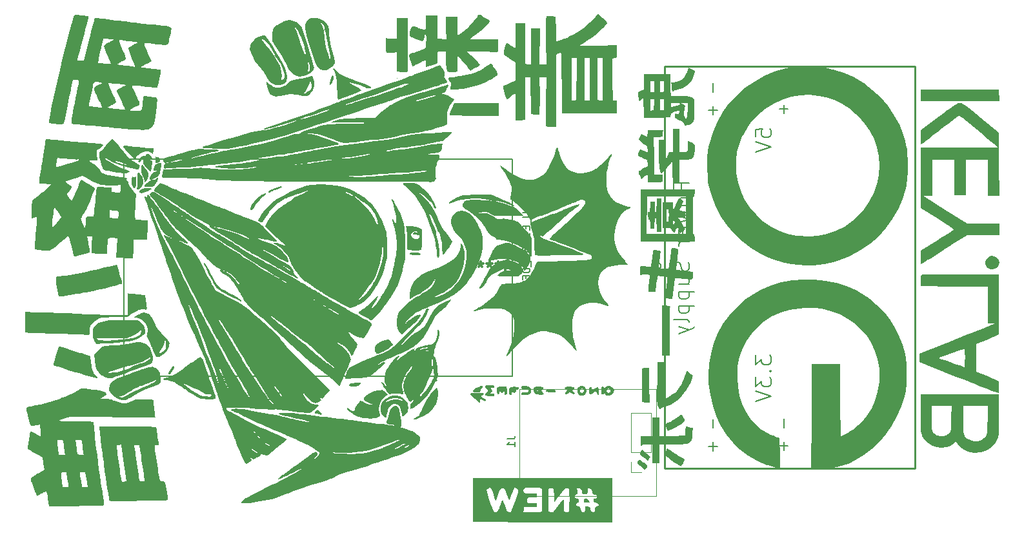
<source format=gbr>
%TF.GenerationSoftware,KiCad,Pcbnew,(6.0.0)*%
%TF.CreationDate,2022-06-02T21:19:14-07:00*%
%TF.ProjectId,mini_weather_monitor,6d696e69-5f77-4656-9174-6865725f6d6f,rev?*%
%TF.SameCoordinates,Original*%
%TF.FileFunction,Legend,Bot*%
%TF.FilePolarity,Positive*%
%FSLAX46Y46*%
G04 Gerber Fmt 4.6, Leading zero omitted, Abs format (unit mm)*
G04 Created by KiCad (PCBNEW (6.0.0)) date 2022-06-02 21:19:14*
%MOMM*%
%LPD*%
G01*
G04 APERTURE LIST*
%ADD10C,0.300000*%
%ADD11C,0.150000*%
%ADD12C,0.203200*%
%ADD13C,0.120000*%
%ADD14C,0.127000*%
%ADD15C,0.200000*%
%ADD16C,0.254000*%
G04 APERTURE END LIST*
D10*
%TO.C,G\u002A\u002A\u002A*%
X133391775Y-99102084D02*
X133536918Y-99029512D01*
X133754632Y-99029512D01*
X133972346Y-99102084D01*
X134117489Y-99247226D01*
X134190061Y-99392369D01*
X134262632Y-99682655D01*
X134262632Y-99900369D01*
X134190061Y-100190655D01*
X134117489Y-100335798D01*
X133972346Y-100480941D01*
X133754632Y-100553512D01*
X133609489Y-100553512D01*
X133391775Y-100480941D01*
X133319204Y-100408369D01*
X133319204Y-99900369D01*
X133609489Y-99900369D01*
X132448346Y-99029512D02*
X132448346Y-99392369D01*
X132811204Y-99247226D02*
X132448346Y-99392369D01*
X132085489Y-99247226D01*
X132666061Y-99682655D02*
X132448346Y-99392369D01*
X132230632Y-99682655D01*
X131287204Y-99029512D02*
X131287204Y-99392369D01*
X131650061Y-99247226D02*
X131287204Y-99392369D01*
X130924346Y-99247226D01*
X131504918Y-99682655D02*
X131287204Y-99392369D01*
X131069489Y-99682655D01*
X130126061Y-99029512D02*
X130126061Y-99392369D01*
X130488918Y-99247226D02*
X130126061Y-99392369D01*
X129763204Y-99247226D01*
X130343775Y-99682655D02*
X130126061Y-99392369D01*
X129908346Y-99682655D01*
D11*
%TO.C,J1*%
X133647380Y-122311666D02*
X134361666Y-122311666D01*
X134504523Y-122264047D01*
X134599761Y-122168809D01*
X134647380Y-122025952D01*
X134647380Y-121930714D01*
X134647380Y-123311666D02*
X134647380Y-122740238D01*
X134647380Y-123025952D02*
X133647380Y-123025952D01*
X133790238Y-122930714D01*
X133885476Y-122835476D01*
X133933095Y-122740238D01*
%TO.C,U_ESP32_DEVKIT_V1*%
X135612380Y-92585714D02*
X136421904Y-92585714D01*
X136517142Y-92633333D01*
X136564761Y-92680952D01*
X136612380Y-92776190D01*
X136612380Y-92966666D01*
X136564761Y-93061904D01*
X136517142Y-93109523D01*
X136421904Y-93157142D01*
X135612380Y-93157142D01*
X136707619Y-93395238D02*
X136707619Y-94157142D01*
X136088571Y-94395238D02*
X136088571Y-94728571D01*
X136612380Y-94871428D02*
X136612380Y-94395238D01*
X135612380Y-94395238D01*
X135612380Y-94871428D01*
X136564761Y-95252380D02*
X136612380Y-95395238D01*
X136612380Y-95633333D01*
X136564761Y-95728571D01*
X136517142Y-95776190D01*
X136421904Y-95823809D01*
X136326666Y-95823809D01*
X136231428Y-95776190D01*
X136183809Y-95728571D01*
X136136190Y-95633333D01*
X136088571Y-95442857D01*
X136040952Y-95347619D01*
X135993333Y-95300000D01*
X135898095Y-95252380D01*
X135802857Y-95252380D01*
X135707619Y-95300000D01*
X135660000Y-95347619D01*
X135612380Y-95442857D01*
X135612380Y-95680952D01*
X135660000Y-95823809D01*
X136612380Y-96252380D02*
X135612380Y-96252380D01*
X135612380Y-96633333D01*
X135660000Y-96728571D01*
X135707619Y-96776190D01*
X135802857Y-96823809D01*
X135945714Y-96823809D01*
X136040952Y-96776190D01*
X136088571Y-96728571D01*
X136136190Y-96633333D01*
X136136190Y-96252380D01*
X135612380Y-97157142D02*
X135612380Y-97776190D01*
X135993333Y-97442857D01*
X135993333Y-97585714D01*
X136040952Y-97680952D01*
X136088571Y-97728571D01*
X136183809Y-97776190D01*
X136421904Y-97776190D01*
X136517142Y-97728571D01*
X136564761Y-97680952D01*
X136612380Y-97585714D01*
X136612380Y-97300000D01*
X136564761Y-97204761D01*
X136517142Y-97157142D01*
X135707619Y-98157142D02*
X135660000Y-98204761D01*
X135612380Y-98300000D01*
X135612380Y-98538095D01*
X135660000Y-98633333D01*
X135707619Y-98680952D01*
X135802857Y-98728571D01*
X135898095Y-98728571D01*
X136040952Y-98680952D01*
X136612380Y-98109523D01*
X136612380Y-98728571D01*
X136707619Y-98919047D02*
X136707619Y-99680952D01*
X136612380Y-99919047D02*
X135612380Y-99919047D01*
X135612380Y-100157142D01*
X135660000Y-100300000D01*
X135755238Y-100395238D01*
X135850476Y-100442857D01*
X136040952Y-100490476D01*
X136183809Y-100490476D01*
X136374285Y-100442857D01*
X136469523Y-100395238D01*
X136564761Y-100300000D01*
X136612380Y-100157142D01*
X136612380Y-99919047D01*
X136088571Y-100919047D02*
X136088571Y-101252380D01*
X136612380Y-101395238D02*
X136612380Y-100919047D01*
X135612380Y-100919047D01*
X135612380Y-101395238D01*
X135612380Y-101680952D02*
X136612380Y-102014285D01*
X135612380Y-102347619D01*
X136612380Y-102680952D02*
X135612380Y-102680952D01*
X136612380Y-103252380D02*
X136040952Y-102823809D01*
X135612380Y-103252380D02*
X136183809Y-102680952D01*
X136612380Y-103680952D02*
X135612380Y-103680952D01*
X135612380Y-104014285D02*
X135612380Y-104585714D01*
X136612380Y-104300000D02*
X135612380Y-104300000D01*
X136707619Y-104680952D02*
X136707619Y-105442857D01*
X135612380Y-105538095D02*
X136612380Y-105871428D01*
X135612380Y-106204761D01*
X136612380Y-107061904D02*
X136612380Y-106490476D01*
X136612380Y-106776190D02*
X135612380Y-106776190D01*
X135755238Y-106680952D01*
X135850476Y-106585714D01*
X135898095Y-106490476D01*
%TO.C,U1*%
X152777380Y-99313095D02*
X153586904Y-99313095D01*
X153682142Y-99360714D01*
X153729761Y-99408333D01*
X153777380Y-99503571D01*
X153777380Y-99694047D01*
X153729761Y-99789285D01*
X153682142Y-99836904D01*
X153586904Y-99884523D01*
X152777380Y-99884523D01*
X153777380Y-100884523D02*
X153777380Y-100313095D01*
X153777380Y-100598809D02*
X152777380Y-100598809D01*
X152920238Y-100503571D01*
X153015476Y-100408333D01*
X153063095Y-100313095D01*
D12*
X166198738Y-82617396D02*
X166198738Y-81649777D01*
X167166357Y-81553015D01*
X167069595Y-81649777D01*
X166972833Y-81843300D01*
X166972833Y-82327110D01*
X167069595Y-82520634D01*
X167166357Y-82617396D01*
X167359880Y-82714158D01*
X167843690Y-82714158D01*
X168037214Y-82617396D01*
X168133976Y-82520634D01*
X168230738Y-82327110D01*
X168230738Y-81843300D01*
X168133976Y-81649777D01*
X168037214Y-81553015D01*
X166198738Y-83294729D02*
X168230738Y-83972062D01*
X166198738Y-84649396D01*
X166198738Y-111313396D02*
X166198738Y-112571300D01*
X166972833Y-111893967D01*
X166972833Y-112184253D01*
X167069595Y-112377777D01*
X167166357Y-112474539D01*
X167359880Y-112571300D01*
X167843690Y-112571300D01*
X168037214Y-112474539D01*
X168133976Y-112377777D01*
X168230738Y-112184253D01*
X168230738Y-111603681D01*
X168133976Y-111410158D01*
X168037214Y-111313396D01*
X168037214Y-113442158D02*
X168133976Y-113538920D01*
X168230738Y-113442158D01*
X168133976Y-113345396D01*
X168037214Y-113442158D01*
X168230738Y-113442158D01*
X166198738Y-114216253D02*
X166198738Y-115474158D01*
X166972833Y-114796824D01*
X166972833Y-115087110D01*
X167069595Y-115280634D01*
X167166357Y-115377396D01*
X167359880Y-115474158D01*
X167843690Y-115474158D01*
X168037214Y-115377396D01*
X168133976Y-115280634D01*
X168230738Y-115087110D01*
X168230738Y-114506539D01*
X168133976Y-114313015D01*
X168037214Y-114216253D01*
X166198738Y-116054729D02*
X168230738Y-116732062D01*
X166198738Y-117409396D01*
X157467426Y-88666443D02*
X155435426Y-88666443D01*
X155435426Y-89440539D01*
X155532188Y-89634062D01*
X155628949Y-89730824D01*
X155822473Y-89827586D01*
X156112759Y-89827586D01*
X156306283Y-89730824D01*
X156403045Y-89634062D01*
X156499807Y-89440539D01*
X156499807Y-88666443D01*
X157467426Y-90988729D02*
X157370664Y-90795205D01*
X157273902Y-90698443D01*
X157080378Y-90601681D01*
X156499807Y-90601681D01*
X156306283Y-90698443D01*
X156209521Y-90795205D01*
X156112759Y-90988729D01*
X156112759Y-91279015D01*
X156209521Y-91472539D01*
X156306283Y-91569300D01*
X156499807Y-91666062D01*
X157080378Y-91666062D01*
X157273902Y-91569300D01*
X157370664Y-91472539D01*
X157467426Y-91279015D01*
X157467426Y-90988729D01*
X156112759Y-92343396D02*
X157467426Y-92730443D01*
X156499807Y-93117491D01*
X157467426Y-93504539D01*
X156112759Y-93891586D01*
X157370664Y-95439777D02*
X157467426Y-95246253D01*
X157467426Y-94859205D01*
X157370664Y-94665681D01*
X157177140Y-94568920D01*
X156403045Y-94568920D01*
X156209521Y-94665681D01*
X156112759Y-94859205D01*
X156112759Y-95246253D01*
X156209521Y-95439777D01*
X156403045Y-95536539D01*
X156596568Y-95536539D01*
X156790092Y-94568920D01*
X157467426Y-96407396D02*
X156112759Y-96407396D01*
X156499807Y-96407396D02*
X156306283Y-96504158D01*
X156209521Y-96600920D01*
X156112759Y-96794443D01*
X156112759Y-96987967D01*
X157370664Y-99116729D02*
X157467426Y-99407015D01*
X157467426Y-99890824D01*
X157370664Y-100084348D01*
X157273902Y-100181110D01*
X157080378Y-100277872D01*
X156886854Y-100277872D01*
X156693330Y-100181110D01*
X156596568Y-100084348D01*
X156499807Y-99890824D01*
X156403045Y-99503777D01*
X156306283Y-99310253D01*
X156209521Y-99213491D01*
X156015997Y-99116729D01*
X155822473Y-99116729D01*
X155628949Y-99213491D01*
X155532188Y-99310253D01*
X155435426Y-99503777D01*
X155435426Y-99987586D01*
X155532188Y-100277872D01*
X156112759Y-102019586D02*
X157467426Y-102019586D01*
X156112759Y-101148729D02*
X157177140Y-101148729D01*
X157370664Y-101245491D01*
X157467426Y-101439015D01*
X157467426Y-101729300D01*
X157370664Y-101922824D01*
X157273902Y-102019586D01*
X156112759Y-102987205D02*
X158144759Y-102987205D01*
X156209521Y-102987205D02*
X156112759Y-103180729D01*
X156112759Y-103567777D01*
X156209521Y-103761300D01*
X156306283Y-103858062D01*
X156499807Y-103954824D01*
X157080378Y-103954824D01*
X157273902Y-103858062D01*
X157370664Y-103761300D01*
X157467426Y-103567777D01*
X157467426Y-103180729D01*
X157370664Y-102987205D01*
X156112759Y-104825681D02*
X158144759Y-104825681D01*
X156209521Y-104825681D02*
X156112759Y-105019205D01*
X156112759Y-105406253D01*
X156209521Y-105599777D01*
X156306283Y-105696539D01*
X156499807Y-105793300D01*
X157080378Y-105793300D01*
X157273902Y-105696539D01*
X157370664Y-105599777D01*
X157467426Y-105406253D01*
X157467426Y-105019205D01*
X157370664Y-104825681D01*
X157467426Y-106954443D02*
X157370664Y-106760920D01*
X157177140Y-106664158D01*
X155435426Y-106664158D01*
X156112759Y-107535015D02*
X157467426Y-108018824D01*
X156112759Y-108502634D02*
X157467426Y-108018824D01*
X157951235Y-107825300D01*
X158047997Y-107728539D01*
X158144759Y-107535015D01*
X169904357Y-79545777D02*
X169904357Y-78402923D01*
X169332929Y-78974350D02*
X170475784Y-78974350D01*
X169904357Y-76545783D02*
X169904357Y-75402929D01*
X169904357Y-123845777D02*
X169904357Y-122702923D01*
X169332929Y-123274350D02*
X170475784Y-123274350D01*
X169904357Y-120845783D02*
X169904357Y-119702929D01*
X160608676Y-123885777D02*
X160608676Y-122742923D01*
X160037248Y-123314350D02*
X161180103Y-123314350D01*
X160608676Y-120885783D02*
X160608676Y-119742929D01*
X160608676Y-79733777D02*
X160608676Y-78590923D01*
X160037248Y-79162350D02*
X161180103Y-79162350D01*
X160608676Y-76733783D02*
X160608676Y-75590929D01*
%TO.C,G\u002A\u002A\u002A*%
G36*
X153808537Y-95122751D02*
G01*
X153215871Y-95122751D01*
X153215871Y-94233751D01*
X153215128Y-94033714D01*
X153206701Y-93692225D01*
X153185895Y-93481376D01*
X153148998Y-93374455D01*
X153092295Y-93344751D01*
X153043053Y-93363848D01*
X152994500Y-93467017D01*
X152963474Y-93684298D01*
X152944128Y-94043251D01*
X152919537Y-94741751D01*
X152411537Y-94741751D01*
X152386622Y-94023153D01*
X152383551Y-93942891D01*
X152360816Y-93608781D01*
X152327872Y-93435840D01*
X152285392Y-93428034D01*
X152278189Y-93439489D01*
X152211027Y-93512471D01*
X152160306Y-93473763D01*
X152116800Y-93304275D01*
X152071286Y-92984917D01*
X152043108Y-92727633D01*
X152045325Y-92573536D01*
X152091085Y-92510304D01*
X152190115Y-92498084D01*
X152245694Y-92494978D01*
X152313324Y-92460401D01*
X152350411Y-92359356D01*
X152366016Y-92157565D01*
X152369204Y-91820751D01*
X152369204Y-91143417D01*
X152961871Y-91143417D01*
X152961871Y-91820751D01*
X152965914Y-92120759D01*
X152984602Y-92350428D01*
X153023708Y-92466181D01*
X153088871Y-92498084D01*
X153122334Y-92491047D01*
X153169114Y-92428696D01*
X153197693Y-92279142D01*
X153211977Y-92015050D01*
X153215871Y-91609084D01*
X153215871Y-90720084D01*
X153808537Y-90720084D01*
X153808537Y-95122751D01*
G37*
G36*
X156751427Y-94352893D02*
G01*
X156965804Y-94810702D01*
X156678337Y-95049115D01*
X156598689Y-95113632D01*
X156429926Y-95238964D01*
X156338374Y-95289806D01*
X156315733Y-95270013D01*
X156251502Y-95132950D01*
X156178337Y-94907985D01*
X156138492Y-94783694D01*
X156056613Y-94608322D01*
X155987556Y-94551633D01*
X155949748Y-94580648D01*
X155839338Y-94725205D01*
X155709504Y-94943604D01*
X155514692Y-95307827D01*
X155285364Y-94961289D01*
X155233982Y-94884128D01*
X155114994Y-94728832D01*
X154992728Y-94648812D01*
X154811831Y-94619105D01*
X154516953Y-94614751D01*
X153977871Y-94614751D01*
X153977871Y-93876269D01*
X155332537Y-93876269D01*
X155333713Y-94007182D01*
X155341336Y-94199116D01*
X155353704Y-94273423D01*
X155354874Y-94273059D01*
X155418039Y-94204193D01*
X155533380Y-94053285D01*
X155538571Y-94046159D01*
X155637567Y-93891882D01*
X155630224Y-93788932D01*
X155512214Y-93656131D01*
X155332537Y-93476454D01*
X155332537Y-93876269D01*
X153977871Y-93876269D01*
X153977871Y-92921417D01*
X154485871Y-92921417D01*
X154485885Y-92966761D01*
X154488802Y-93336968D01*
X154501063Y-93571555D01*
X154528797Y-93701170D01*
X154578134Y-93756464D01*
X154655204Y-93768084D01*
X154664273Y-93768015D01*
X154738314Y-93753428D01*
X154785232Y-93692123D01*
X154811155Y-93553453D01*
X154822213Y-93306767D01*
X154824537Y-92921417D01*
X154824524Y-92876073D01*
X154821606Y-92505866D01*
X154809345Y-92271280D01*
X154781611Y-92141664D01*
X154732274Y-92086371D01*
X154655204Y-92074751D01*
X154646135Y-92074820D01*
X154572094Y-92089407D01*
X154525177Y-92150711D01*
X154499254Y-92289381D01*
X154488195Y-92536067D01*
X154485871Y-92921417D01*
X153977871Y-92921417D01*
X153977871Y-91228084D01*
X155332537Y-91228084D01*
X155338593Y-91799584D01*
X155344648Y-92371084D01*
X155719593Y-91614781D01*
X155821637Y-91404723D01*
X155962186Y-91098784D01*
X156058684Y-90866723D01*
X156094537Y-90746947D01*
X156101639Y-90695498D01*
X156185525Y-90638951D01*
X156342058Y-90700394D01*
X156543647Y-90872135D01*
X156770437Y-91108853D01*
X156474821Y-91725701D01*
X156433190Y-91812921D01*
X156303758Y-92089228D01*
X156213260Y-92290458D01*
X156179204Y-92377983D01*
X156196613Y-92388551D01*
X156332889Y-92406373D01*
X156560204Y-92413417D01*
X156941204Y-92413417D01*
X156941204Y-93251235D01*
X156086424Y-93302417D01*
X156311737Y-93598751D01*
X156407875Y-93737173D01*
X156500678Y-93891882D01*
X156588875Y-94038912D01*
X156751427Y-94352893D01*
G37*
G36*
X144072455Y-130180312D02*
G01*
X144234485Y-130239081D01*
X144327966Y-130391929D01*
X144383804Y-130547194D01*
X144410537Y-130640818D01*
X144405314Y-130646998D01*
X144297128Y-130674893D01*
X144093037Y-130700052D01*
X143893090Y-130713260D01*
X143729421Y-130693419D01*
X143661807Y-130605559D01*
X143648537Y-130423754D01*
X143664417Y-130259415D01*
X143746859Y-130188811D01*
X143946966Y-130174751D01*
X144072455Y-130180312D01*
G37*
G36*
X111004979Y-72959638D02*
G01*
X110865294Y-73205535D01*
X110578602Y-73467231D01*
X110162871Y-73728107D01*
X110120790Y-73748586D01*
X109846757Y-73832322D01*
X109549037Y-73868027D01*
X109497533Y-73867129D01*
X109145274Y-73775002D01*
X108833924Y-73529195D01*
X108559331Y-73125292D01*
X108317339Y-72558877D01*
X108094432Y-71906052D01*
X107863402Y-71196171D01*
X107649775Y-70506479D01*
X107460137Y-69860191D01*
X107301075Y-69280521D01*
X107179173Y-68790686D01*
X107101019Y-68413900D01*
X107073198Y-68173379D01*
X107073226Y-68166506D01*
X107131142Y-67870939D01*
X107220837Y-67666414D01*
X109158734Y-67666414D01*
X109272773Y-67816582D01*
X109353590Y-67918120D01*
X109434484Y-68093246D01*
X109489604Y-68347806D01*
X109531739Y-68726749D01*
X109624280Y-69588774D01*
X109762544Y-70443029D01*
X109938174Y-71164944D01*
X110154923Y-71772862D01*
X110190154Y-71868028D01*
X110268274Y-72185659D01*
X110308143Y-72513696D01*
X110319452Y-72668775D01*
X110351938Y-72863839D01*
X110392950Y-72940084D01*
X110433434Y-72892121D01*
X110454834Y-72707582D01*
X110445217Y-72414035D01*
X110407938Y-72043046D01*
X110346348Y-71626181D01*
X110263801Y-71195005D01*
X110163648Y-70781084D01*
X110151447Y-70735871D01*
X110101387Y-70537216D01*
X110047318Y-70297819D01*
X109984160Y-69992476D01*
X109906829Y-69595984D01*
X109810243Y-69083139D01*
X109689322Y-68428740D01*
X109664045Y-68308328D01*
X109555923Y-67981047D01*
X109420646Y-67772573D01*
X109273360Y-67653950D01*
X109166741Y-67609879D01*
X109158734Y-67666414D01*
X107220837Y-67666414D01*
X107277047Y-67538243D01*
X107477193Y-67245893D01*
X107560372Y-67167702D01*
X107869907Y-67021296D01*
X108271385Y-66979193D01*
X108730383Y-67046861D01*
X108996389Y-67127442D01*
X109517827Y-67375105D01*
X109896096Y-67702563D01*
X110127075Y-68105538D01*
X110206643Y-68579751D01*
X110207750Y-68649255D01*
X110243315Y-69137288D01*
X110322123Y-69730586D01*
X110435262Y-70381894D01*
X110573820Y-71043960D01*
X110728886Y-71669529D01*
X110891547Y-72211348D01*
X110942178Y-72376926D01*
X111009139Y-72707571D01*
X111009139Y-72707582D01*
X111008178Y-72946274D01*
X111004979Y-72959638D01*
G37*
G36*
X120595832Y-70484751D02*
G01*
X120597252Y-70765088D01*
X120599684Y-71497012D01*
X120600121Y-72171060D01*
X120598665Y-72768658D01*
X120595421Y-73271229D01*
X120590493Y-73660198D01*
X120583985Y-73916990D01*
X120576001Y-74023030D01*
X120560864Y-74046829D01*
X120448795Y-74093167D01*
X120215403Y-74112565D01*
X119837373Y-74107696D01*
X119137537Y-74083084D01*
X119134422Y-72813084D01*
X119131306Y-71543084D01*
X118668755Y-71548699D01*
X118493494Y-71553004D01*
X118202368Y-71568902D01*
X117998253Y-71591033D01*
X117983071Y-71593617D01*
X117852720Y-71592139D01*
X117779955Y-71504336D01*
X117727966Y-71289084D01*
X117726002Y-71278104D01*
X117694795Y-71015350D01*
X117671400Y-70661018D01*
X117660750Y-70288545D01*
X117660145Y-70166421D01*
X117665005Y-69881929D01*
X117685756Y-69725250D01*
X117729675Y-69664957D01*
X117804037Y-69669625D01*
X117955990Y-69694461D01*
X118221729Y-69719545D01*
X118540803Y-69738830D01*
X119129403Y-69765084D01*
X119133470Y-68410417D01*
X119137537Y-67055751D01*
X120576871Y-67055751D01*
X120595832Y-70484751D01*
G37*
G36*
X130107473Y-66629493D02*
G01*
X130373783Y-66777186D01*
X130602414Y-66910811D01*
X130892461Y-67077850D01*
X131109350Y-67199979D01*
X131139559Y-67217168D01*
X131304576Y-67336972D01*
X131371871Y-67433443D01*
X131365379Y-67457604D01*
X131267126Y-67595870D01*
X131069591Y-67810873D01*
X130797145Y-68079780D01*
X130474162Y-68379761D01*
X130125012Y-68687985D01*
X129774069Y-68981619D01*
X129445704Y-69237832D01*
X129233866Y-69397640D01*
X128982594Y-69594083D01*
X128810806Y-69737165D01*
X128747163Y-69803670D01*
X128761712Y-69809457D01*
X128906014Y-69822341D01*
X129185164Y-69833420D01*
X129574858Y-69842087D01*
X130050792Y-69847733D01*
X130588663Y-69849751D01*
X132430204Y-69849751D01*
X132455487Y-70483753D01*
X132456417Y-70508102D01*
X132461402Y-70845339D01*
X132452573Y-71133832D01*
X132431655Y-71313445D01*
X132382540Y-71509134D01*
X130332039Y-71455153D01*
X128281537Y-71401173D01*
X128577871Y-71635606D01*
X128674923Y-71716489D01*
X128913515Y-71929581D01*
X129204276Y-72200954D01*
X129504620Y-72491289D01*
X129560411Y-72546173D01*
X129835853Y-72821525D01*
X129992239Y-73015283D01*
X130024203Y-73160956D01*
X129926374Y-73292053D01*
X129693386Y-73442085D01*
X129319871Y-73644562D01*
X128749538Y-73951597D01*
X128465429Y-73507465D01*
X128352479Y-73342479D01*
X128137058Y-73060406D01*
X127889531Y-72762102D01*
X127636944Y-72477675D01*
X127406341Y-72237234D01*
X127224767Y-72070890D01*
X127119266Y-72008751D01*
X127099787Y-72025361D01*
X127073592Y-72182019D01*
X127071662Y-72500685D01*
X127094097Y-72977486D01*
X127112122Y-73331409D01*
X127120487Y-73672379D01*
X127116258Y-73919716D01*
X127099252Y-74035820D01*
X127095960Y-74040063D01*
X126976322Y-74083441D01*
X126737161Y-74113913D01*
X126424146Y-74125417D01*
X126226483Y-74124720D01*
X125982829Y-74114145D01*
X125842454Y-74079275D01*
X125763041Y-74005656D01*
X125702276Y-73878833D01*
X125663685Y-73717721D01*
X125626938Y-73411236D01*
X125599994Y-73007740D01*
X125586171Y-72545333D01*
X125572204Y-71458417D01*
X125072058Y-71432628D01*
X124906098Y-71427473D01*
X124629524Y-71448502D01*
X124498926Y-71517295D01*
X124492670Y-71529319D01*
X124461908Y-71686456D01*
X124444755Y-71953762D01*
X124444785Y-72280816D01*
X124446587Y-72351110D01*
X124448703Y-72652438D01*
X124441178Y-72871209D01*
X124425249Y-72964110D01*
X124312586Y-73024441D01*
X124089939Y-73114435D01*
X123806740Y-73215149D01*
X123506769Y-73312446D01*
X123233809Y-73392186D01*
X123031642Y-73440231D01*
X122944050Y-73442441D01*
X122931782Y-73389951D01*
X122930963Y-73201529D01*
X122955161Y-72942855D01*
X122972952Y-72785223D01*
X122982713Y-72592140D01*
X122967951Y-72516751D01*
X122935756Y-72523469D01*
X122771903Y-72587438D01*
X122521282Y-72701531D01*
X122227742Y-72844129D01*
X121935132Y-72993609D01*
X121687300Y-73128351D01*
X121528094Y-73226733D01*
X121419834Y-73295260D01*
X121271800Y-73327165D01*
X121152439Y-73240108D01*
X121045073Y-73017750D01*
X120933023Y-72643751D01*
X120846500Y-72311063D01*
X120784652Y-72026257D01*
X120778597Y-71847346D01*
X120835769Y-71742335D01*
X120963604Y-71679231D01*
X121169537Y-71626040D01*
X121384313Y-71568368D01*
X121734563Y-71457376D01*
X122104486Y-71325925D01*
X122448589Y-71191206D01*
X122721379Y-71070409D01*
X122877363Y-70980723D01*
X122888749Y-70966863D01*
X122931559Y-70821398D01*
X122963822Y-70566325D01*
X122984988Y-70241405D01*
X122994511Y-69886400D01*
X122991842Y-69541070D01*
X122976433Y-69245178D01*
X122947737Y-69038484D01*
X122905204Y-68960751D01*
X122860412Y-68983257D01*
X122820065Y-69108917D01*
X122807860Y-69231979D01*
X122748969Y-69498342D01*
X122663442Y-69772073D01*
X122576201Y-69965620D01*
X122541729Y-70003655D01*
X122445098Y-70027113D01*
X122268593Y-69993590D01*
X121974062Y-69898854D01*
X121532683Y-69737796D01*
X121176834Y-69582164D01*
X120948501Y-69440641D01*
X120827863Y-69300629D01*
X120795099Y-69149530D01*
X120796408Y-69120778D01*
X120837288Y-68865713D01*
X120919150Y-68588018D01*
X121023054Y-68334781D01*
X121130060Y-68153091D01*
X121221230Y-68090035D01*
X121261021Y-68099340D01*
X121443661Y-68153267D01*
X121722153Y-68241638D01*
X122052577Y-68350130D01*
X122391011Y-68464420D01*
X122693537Y-68570185D01*
X122722783Y-68579826D01*
X122821490Y-68586632D01*
X122886646Y-68521110D01*
X122924923Y-68359045D01*
X122942996Y-68076220D01*
X122947537Y-67648417D01*
X122947537Y-66717084D01*
X124471537Y-66717084D01*
X124471537Y-69765084D01*
X125633947Y-69815596D01*
X125603076Y-68351007D01*
X125572204Y-66886417D01*
X127096204Y-66886417D01*
X127065841Y-68092917D01*
X127062235Y-68266050D01*
X127060257Y-68672907D01*
X127067955Y-69000306D01*
X127084278Y-69218330D01*
X127108174Y-69297062D01*
X127116614Y-69295999D01*
X127253288Y-69225513D01*
X127497106Y-69053142D01*
X127832600Y-68790437D01*
X128244299Y-68448945D01*
X128333498Y-68369064D01*
X128584277Y-68119268D01*
X128878015Y-67802860D01*
X129182269Y-67457206D01*
X129464596Y-67119672D01*
X129692552Y-66827622D01*
X129833695Y-66618421D01*
X129859515Y-66585733D01*
X129947059Y-66568911D01*
X130107473Y-66629493D01*
G37*
G36*
X108047638Y-72646194D02*
G01*
X108156749Y-73029459D01*
X108230669Y-73341925D01*
X108257871Y-73539491D01*
X108250856Y-73577163D01*
X108216063Y-73764020D01*
X108021284Y-74059361D01*
X107678432Y-74320122D01*
X107199537Y-74534986D01*
X106764662Y-74661962D01*
X106342274Y-74711565D01*
X105987719Y-74650865D01*
X105667074Y-74478613D01*
X105374161Y-74242141D01*
X105159465Y-73998623D01*
X107436311Y-73998623D01*
X107527533Y-74040751D01*
X107619266Y-73999891D01*
X107701567Y-73833435D01*
X107734374Y-73577163D01*
X107717492Y-73272739D01*
X107650725Y-72961825D01*
X107533878Y-72686084D01*
X107473032Y-72588280D01*
X107439392Y-72573038D01*
X107440404Y-72683289D01*
X107470845Y-72940084D01*
X107505262Y-73234164D01*
X107523809Y-73527575D01*
X107508362Y-73732131D01*
X107458333Y-73892584D01*
X107436311Y-73998623D01*
X105159465Y-73998623D01*
X104927375Y-73735375D01*
X104622868Y-73147454D01*
X104545571Y-72950030D01*
X104411968Y-72650920D01*
X104247259Y-72335815D01*
X104034240Y-71974537D01*
X103755707Y-71536909D01*
X103394454Y-70992751D01*
X102796871Y-70103751D01*
X102796871Y-69326778D01*
X102805336Y-68968977D01*
X102852154Y-68600351D01*
X102954373Y-68334374D01*
X103128123Y-68133890D01*
X103389537Y-67961745D01*
X103482071Y-67910105D01*
X103488896Y-67906180D01*
X105538900Y-67906180D01*
X105753989Y-68291015D01*
X105775564Y-68331005D01*
X105917414Y-68640463D01*
X106082718Y-69061494D01*
X106255582Y-69549594D01*
X106420111Y-70060261D01*
X106560411Y-70548989D01*
X106565373Y-70567101D01*
X106656179Y-70833613D01*
X106794042Y-71175212D01*
X106951172Y-71522655D01*
X106962026Y-71545181D01*
X107100048Y-71822205D01*
X107179995Y-71956027D01*
X107210830Y-71957985D01*
X107201511Y-71839417D01*
X107169445Y-71625679D01*
X107120777Y-71299598D01*
X107068850Y-70950417D01*
X107049838Y-70846621D01*
X106947093Y-70476515D01*
X106787655Y-70035017D01*
X106589384Y-69560965D01*
X106370144Y-69093196D01*
X106147797Y-68670548D01*
X105940205Y-68331858D01*
X105765230Y-68115965D01*
X105538900Y-67906180D01*
X103488896Y-67906180D01*
X103714583Y-67776387D01*
X105168137Y-67776387D01*
X105184725Y-67798592D01*
X105299534Y-67860084D01*
X105347017Y-67855613D01*
X105366981Y-67811434D01*
X105247807Y-67743112D01*
X105181765Y-67728275D01*
X105168137Y-67776387D01*
X103714583Y-67776387D01*
X103746331Y-67758129D01*
X104024537Y-67593778D01*
X104157292Y-67518027D01*
X104594603Y-67340223D01*
X105020998Y-67299240D01*
X105493434Y-67387062D01*
X105599350Y-67419593D01*
X105930113Y-67553890D01*
X106207031Y-67734775D01*
X106280220Y-67811434D01*
X106443417Y-67982369D01*
X106652579Y-68316796D01*
X106847829Y-68758178D01*
X107042478Y-69326638D01*
X107249837Y-70042297D01*
X107266435Y-70102590D01*
X107423923Y-70655275D01*
X107599649Y-71244415D01*
X107773336Y-71803228D01*
X107824073Y-71957985D01*
X107924707Y-72264933D01*
X108047638Y-72646194D01*
G37*
G36*
X119215491Y-74809398D02*
G01*
X119222204Y-74887417D01*
X119204827Y-74912755D01*
X119132541Y-74972084D01*
X119124091Y-74969883D01*
X119095204Y-74887417D01*
X119098650Y-74864211D01*
X119184868Y-74802751D01*
X119215491Y-74809398D01*
G37*
G36*
X104740640Y-74959815D02*
G01*
X104663258Y-75185793D01*
X104625015Y-75279190D01*
X104465294Y-75537397D01*
X104249185Y-75687941D01*
X104133847Y-75731198D01*
X103701157Y-75805787D01*
X103245673Y-75779399D01*
X102848168Y-75653990D01*
X102679097Y-75545181D01*
X102504178Y-75370358D01*
X102310380Y-75104623D01*
X102071673Y-74716554D01*
X101979399Y-74565010D01*
X101687473Y-74129724D01*
X101364314Y-73695160D01*
X101064503Y-73336125D01*
X100942627Y-73198708D01*
X100541368Y-72666978D01*
X100260730Y-72135728D01*
X100249814Y-72109904D01*
X100114049Y-71794397D01*
X99993154Y-71522592D01*
X99912154Y-71350835D01*
X99857170Y-71134152D01*
X99886465Y-70769196D01*
X99950306Y-70540434D01*
X100188958Y-70118069D01*
X100419525Y-69892084D01*
X101399871Y-69892084D01*
X101402252Y-69912255D01*
X101482363Y-69976751D01*
X101483961Y-69976793D01*
X101579139Y-70046620D01*
X101691480Y-70209584D01*
X101774207Y-70338055D01*
X101956724Y-70575706D01*
X102171977Y-70823417D01*
X102428096Y-71126481D01*
X102724984Y-71524599D01*
X103031172Y-71972371D01*
X103323629Y-72433434D01*
X103579318Y-72871426D01*
X103775207Y-73249986D01*
X103888260Y-73532751D01*
X103918631Y-73644667D01*
X104015039Y-74153652D01*
X104039899Y-74621238D01*
X103989457Y-74993251D01*
X103965406Y-75097703D01*
X103983981Y-75211430D01*
X104089218Y-75185455D01*
X104274101Y-75019140D01*
X104296645Y-74994725D01*
X104402521Y-74844661D01*
X104434477Y-74673863D01*
X104408309Y-74410719D01*
X104340816Y-74115804D01*
X104148832Y-73603005D01*
X103861153Y-73030349D01*
X103493611Y-72432084D01*
X103490181Y-72426964D01*
X103259233Y-72063249D01*
X103008439Y-71639628D01*
X102791495Y-71246751D01*
X102676679Y-71042055D01*
X102437272Y-70675923D01*
X102178651Y-70340017D01*
X101926309Y-70063713D01*
X101705740Y-69876387D01*
X101542436Y-69807417D01*
X101469438Y-69819438D01*
X101399871Y-69892084D01*
X100419525Y-69892084D01*
X100552599Y-69761654D01*
X101013476Y-69495084D01*
X101543836Y-69342253D01*
X101899468Y-69285953D01*
X102842059Y-70710852D01*
X103170870Y-71217530D01*
X103730124Y-72139311D01*
X104166615Y-72952298D01*
X104482077Y-73659841D01*
X104678238Y-74265291D01*
X104745671Y-74562740D01*
X104757223Y-74673863D01*
X104767738Y-74775002D01*
X104740640Y-74959815D01*
G37*
G36*
X110816515Y-74634829D02*
G01*
X110859892Y-74797339D01*
X110812116Y-75056728D01*
X110674416Y-75388420D01*
X110637448Y-75459279D01*
X110472662Y-75718447D01*
X110353876Y-75819657D01*
X110294916Y-75770252D01*
X110309609Y-75577574D01*
X110411782Y-75248964D01*
X110430310Y-75199355D01*
X110513258Y-74949540D01*
X110561109Y-74760417D01*
X110600365Y-74662391D01*
X110714364Y-74591084D01*
X110816515Y-74634829D01*
G37*
G36*
X131588348Y-73028743D02*
G01*
X131652369Y-73094115D01*
X131710537Y-73212160D01*
X131710809Y-73215793D01*
X131762824Y-73329750D01*
X131887426Y-73535613D01*
X132059397Y-73791502D01*
X132224729Y-74049771D01*
X132337235Y-74280966D01*
X132358394Y-74418779D01*
X132333525Y-74460794D01*
X132173413Y-74613167D01*
X131901659Y-74808991D01*
X131549438Y-75029424D01*
X131147924Y-75255619D01*
X130728292Y-75468734D01*
X130321714Y-75649923D01*
X129919141Y-75804607D01*
X128901153Y-76111660D01*
X127818809Y-76317915D01*
X126630537Y-76432180D01*
X126627761Y-76432337D01*
X126332495Y-76433198D01*
X126178572Y-76376984D01*
X126141211Y-76238690D01*
X126195635Y-75993311D01*
X126222997Y-75897543D01*
X126252506Y-75704874D01*
X126209304Y-75535782D01*
X126079801Y-75310111D01*
X126011253Y-75193854D01*
X125921848Y-75002024D01*
X125905979Y-74895332D01*
X125938398Y-74877054D01*
X126108675Y-74837812D01*
X126387363Y-74798537D01*
X126734529Y-74765489D01*
X126784188Y-74761615D01*
X127981758Y-74592251D01*
X129090024Y-74284821D01*
X130103537Y-73841237D01*
X131016848Y-73263412D01*
X131151098Y-73165237D01*
X131360313Y-73032653D01*
X131494462Y-72991919D01*
X131588348Y-73028743D01*
G37*
G36*
X157579392Y-73585042D02*
G01*
X157829231Y-73738291D01*
X157902646Y-73787174D01*
X158102835Y-73911180D01*
X158230208Y-73976530D01*
X158243816Y-73984832D01*
X158260642Y-74101933D01*
X158209031Y-74320116D01*
X158104019Y-74602661D01*
X157960643Y-74912849D01*
X157793939Y-75213959D01*
X157618943Y-75469274D01*
X157616550Y-75472293D01*
X157181844Y-75889259D01*
X156629461Y-76207269D01*
X155990180Y-76408572D01*
X155777622Y-76458575D01*
X155559742Y-76528037D01*
X155456017Y-76586447D01*
X155449393Y-76596795D01*
X155352349Y-76668032D01*
X155277440Y-76592217D01*
X155246939Y-76390251D01*
X155231604Y-76107850D01*
X155195614Y-75810442D01*
X155145221Y-75505800D01*
X155571756Y-75455284D01*
X155685612Y-75438482D01*
X156117258Y-75320656D01*
X156505397Y-75137672D01*
X156787254Y-74917318D01*
X156807021Y-74894018D01*
X156937851Y-74694769D01*
X157084840Y-74418274D01*
X157222083Y-74120092D01*
X157323674Y-73855786D01*
X157363710Y-73680917D01*
X157370763Y-73609331D01*
X157433672Y-73542931D01*
X157579392Y-73585042D01*
G37*
G36*
X108105363Y-76499624D02*
G01*
X107799898Y-76947447D01*
X107692222Y-77060706D01*
X107526759Y-77191062D01*
X107341175Y-77246037D01*
X107061118Y-77256761D01*
X106862091Y-77247923D01*
X106469749Y-77202895D01*
X106098871Y-77132777D01*
X105789000Y-77065426D01*
X105452389Y-77021976D01*
X105117897Y-77024028D01*
X104730758Y-77072643D01*
X104236204Y-77168882D01*
X103911706Y-77237118D01*
X103595037Y-77297758D01*
X103375744Y-77325085D01*
X103214919Y-77320695D01*
X103073655Y-77286182D01*
X102913044Y-77223143D01*
X102884739Y-77211141D01*
X102662300Y-77098857D01*
X102492208Y-76961005D01*
X102446797Y-76895555D01*
X106923063Y-76895555D01*
X106998671Y-76916600D01*
X107086662Y-76899099D01*
X107241871Y-76792417D01*
X107314106Y-76724522D01*
X107449146Y-76665417D01*
X107458029Y-76664722D01*
X107588127Y-76596924D01*
X107751394Y-76452129D01*
X107842946Y-76337493D01*
X107928288Y-76123193D01*
X107951768Y-75815268D01*
X107950823Y-75752180D01*
X107912441Y-75448410D01*
X107825304Y-75265231D01*
X107747244Y-75201789D01*
X107704899Y-75240271D01*
X107690814Y-75421889D01*
X107670964Y-75566146D01*
X107569492Y-75886501D01*
X107410010Y-76235816D01*
X107223871Y-76549285D01*
X107042425Y-76762106D01*
X106976557Y-76819580D01*
X106923063Y-76895555D01*
X102446797Y-76895555D01*
X102359118Y-76769185D01*
X102247685Y-76494998D01*
X102142563Y-76110042D01*
X102028407Y-75585917D01*
X102017366Y-75470024D01*
X102073048Y-75405412D01*
X102213926Y-75481182D01*
X102435898Y-75696226D01*
X102601789Y-75844947D01*
X102978737Y-76041921D01*
X103408820Y-76134867D01*
X103852727Y-76126587D01*
X104271146Y-76019884D01*
X104624763Y-75817560D01*
X104874268Y-75522417D01*
X104904443Y-75470933D01*
X104987277Y-75372260D01*
X105111080Y-75291105D01*
X105301163Y-75219028D01*
X105582838Y-75147588D01*
X105981414Y-75068344D01*
X106522204Y-74972856D01*
X106675000Y-74944012D01*
X107051146Y-74860126D01*
X107408489Y-74766823D01*
X107626777Y-74705257D01*
X107864155Y-74651704D01*
X108005675Y-74655775D01*
X108091730Y-74722240D01*
X108162711Y-74855866D01*
X108200829Y-74946722D01*
X108312952Y-75458193D01*
X108289970Y-75815268D01*
X108278755Y-75989516D01*
X108105363Y-76499624D01*
G37*
G36*
X110933382Y-73648932D02*
G01*
X111111654Y-73784157D01*
X111333898Y-74010163D01*
X111356804Y-74035587D01*
X111723583Y-74350344D01*
X112220943Y-74653427D01*
X112813250Y-74925803D01*
X113464871Y-75148437D01*
X113624279Y-75195012D01*
X114162073Y-75366721D01*
X114655399Y-75545500D01*
X115080485Y-75721006D01*
X115413553Y-75882897D01*
X115630829Y-76020830D01*
X115708537Y-76124463D01*
X115708492Y-76128631D01*
X115639160Y-76245539D01*
X115457667Y-76272164D01*
X115192975Y-76210637D01*
X114874044Y-76063087D01*
X114668569Y-75958597D01*
X114323806Y-75818122D01*
X114025594Y-75733328D01*
X113946559Y-75718398D01*
X113604699Y-75647353D01*
X113297914Y-75575479D01*
X113219666Y-75556495D01*
X113024043Y-75519889D01*
X112930976Y-75520090D01*
X112962705Y-75551520D01*
X113115323Y-75647336D01*
X113366482Y-75789234D01*
X113686464Y-75959911D01*
X113929308Y-76090439D01*
X114217017Y-76257745D01*
X114419456Y-76391278D01*
X114503416Y-76470290D01*
X114502114Y-76504873D01*
X114420077Y-76593692D01*
X114220697Y-76707259D01*
X113892547Y-76850811D01*
X113424199Y-77029584D01*
X112804226Y-77248812D01*
X112790153Y-77253668D01*
X112395150Y-77392676D01*
X112050959Y-77518694D01*
X111794134Y-77618028D01*
X111661226Y-77676987D01*
X111570176Y-77718111D01*
X111432871Y-77735361D01*
X111413433Y-77700730D01*
X111379879Y-77520834D01*
X111347273Y-77208319D01*
X111317814Y-76786225D01*
X111293701Y-76277591D01*
X111275835Y-75865505D01*
X111236522Y-75248904D01*
X111184865Y-74768094D01*
X111117479Y-74401660D01*
X111030978Y-74128186D01*
X110921975Y-73926257D01*
X110857455Y-73827673D01*
X110786776Y-73666716D01*
X110818587Y-73608460D01*
X110933382Y-73648932D01*
G37*
G36*
X192988037Y-76431928D02*
G01*
X198131537Y-76453751D01*
X198180463Y-77935417D01*
X187844537Y-77935417D01*
X187844537Y-76410106D01*
X192988037Y-76431928D01*
G37*
G36*
X132472537Y-79884787D02*
G01*
X129276371Y-79862602D01*
X126080204Y-79840417D01*
X126103190Y-79586417D01*
X126152087Y-79383938D01*
X126258975Y-79094628D01*
X126400543Y-78782084D01*
X126674909Y-78231751D01*
X129573723Y-78209472D01*
X132472537Y-78187194D01*
X132472537Y-79884787D01*
G37*
G36*
X158196287Y-79278259D02*
G01*
X158196205Y-79282074D01*
X158180193Y-79830567D01*
X158151222Y-80236000D01*
X158097333Y-80524485D01*
X158006564Y-80722133D01*
X157866956Y-80855056D01*
X157666548Y-80949366D01*
X157393379Y-81031176D01*
X157246620Y-81070639D01*
X157049362Y-81123773D01*
X156963507Y-81147036D01*
X156957619Y-81142923D01*
X156903681Y-81044963D01*
X156819661Y-80856417D01*
X156797488Y-80807716D01*
X156678538Y-80631389D01*
X156561710Y-80560084D01*
X156507044Y-80553765D01*
X156309541Y-80489328D01*
X156068593Y-80377303D01*
X155834462Y-80245068D01*
X155657408Y-80120004D01*
X155587694Y-80029491D01*
X155598900Y-79927578D01*
X155641029Y-79730273D01*
X155667244Y-79652052D01*
X155754872Y-79572353D01*
X155936206Y-79588834D01*
X156082479Y-79611914D01*
X156163705Y-79563588D01*
X156179204Y-79389262D01*
X156179204Y-79136319D01*
X155755871Y-79271695D01*
X155594561Y-79328477D01*
X155406015Y-79413627D01*
X155332537Y-79475578D01*
X155330188Y-79491585D01*
X155247871Y-79544084D01*
X155185953Y-79480418D01*
X155148971Y-79311251D01*
X155135146Y-79263442D01*
X155112301Y-79362031D01*
X155085471Y-79586417D01*
X155036204Y-80094417D01*
X153279371Y-80117302D01*
X151522537Y-80140186D01*
X151522537Y-78826135D01*
X151521460Y-78597208D01*
X151518287Y-78443417D01*
X152369204Y-78443417D01*
X152369751Y-78614997D01*
X152373843Y-78915324D01*
X152381065Y-79120218D01*
X152390371Y-79192731D01*
X152467803Y-79174534D01*
X152644371Y-79144774D01*
X152648428Y-79144159D01*
X152760061Y-79121118D01*
X152760548Y-79120751D01*
X153639204Y-79120751D01*
X154231871Y-79120751D01*
X154231871Y-78443417D01*
X155078537Y-78443417D01*
X155080230Y-78517929D01*
X155115255Y-78646202D01*
X155227759Y-78679358D01*
X155459537Y-78638836D01*
X155496057Y-78630404D01*
X155870802Y-78537051D01*
X156106430Y-78460046D01*
X156228825Y-78388907D01*
X156263871Y-78313154D01*
X156256913Y-78278960D01*
X156180409Y-78225034D01*
X156000968Y-78198143D01*
X156390871Y-78198143D01*
X156668138Y-78313154D01*
X156707890Y-78329643D01*
X156782343Y-78363408D01*
X156937626Y-78462492D01*
X156976258Y-78539862D01*
X156942218Y-78650587D01*
X156895665Y-78881532D01*
X156857525Y-79120751D01*
X156848280Y-79178734D01*
X156814579Y-79482009D01*
X156817989Y-79767370D01*
X156875746Y-79980153D01*
X156883341Y-79997214D01*
X156978256Y-80173222D01*
X157063239Y-80207937D01*
X157178271Y-80119817D01*
X157189586Y-80105280D01*
X157239279Y-79929167D01*
X157269607Y-79593019D01*
X157279871Y-79103817D01*
X157279871Y-78189417D01*
X156390871Y-78198143D01*
X156000968Y-78198143D01*
X155995183Y-78197276D01*
X155671204Y-78189417D01*
X155078537Y-78189417D01*
X155078537Y-78443417D01*
X154231871Y-78443417D01*
X154231871Y-77681417D01*
X153639204Y-77681417D01*
X153639204Y-79120751D01*
X152760548Y-79120751D01*
X152827777Y-79070056D01*
X152862555Y-78955644D01*
X152875371Y-78742555D01*
X152877204Y-78395460D01*
X152877204Y-77681417D01*
X152369204Y-77681417D01*
X152369204Y-78443417D01*
X151518287Y-78443417D01*
X151512446Y-78160332D01*
X151495529Y-77817024D01*
X151472216Y-77592526D01*
X151444016Y-77512084D01*
X151437697Y-77512702D01*
X151330323Y-77583698D01*
X151188830Y-77736676D01*
X151169645Y-77760639D01*
X151047585Y-77891886D01*
X150981029Y-77927176D01*
X150969563Y-77905025D01*
X150925659Y-77754816D01*
X150871062Y-77516874D01*
X150817546Y-77248710D01*
X150776886Y-77007832D01*
X150760855Y-76851750D01*
X150765772Y-76821682D01*
X150828719Y-76750084D01*
X152369204Y-76750084D01*
X152877204Y-76750084D01*
X153639204Y-76750084D01*
X153895861Y-76750084D01*
X154032548Y-76740532D01*
X154145170Y-76685331D01*
X154205083Y-76553481D01*
X154224308Y-76314362D01*
X154214864Y-75937350D01*
X154189537Y-75353084D01*
X153914371Y-75326553D01*
X153639204Y-75300022D01*
X153639204Y-76750084D01*
X152877204Y-76750084D01*
X152877204Y-75310751D01*
X152369204Y-75310751D01*
X152369204Y-76750084D01*
X150828719Y-76750084D01*
X150883508Y-76687766D01*
X151141855Y-76551197D01*
X151522537Y-76394644D01*
X151522537Y-74375982D01*
X153279371Y-74398866D01*
X155036204Y-74421751D01*
X155059418Y-75839917D01*
X155067184Y-76314362D01*
X155082632Y-77258084D01*
X156374079Y-77258084D01*
X156610280Y-77258384D01*
X157142749Y-77268427D01*
X157543653Y-77307747D01*
X157831029Y-77396340D01*
X158022915Y-77554201D01*
X158137347Y-77801327D01*
X158192362Y-78157715D01*
X158193252Y-78189417D01*
X158205997Y-78643360D01*
X158196287Y-79278259D01*
G37*
G36*
X147458813Y-72346817D02*
G01*
X147453101Y-72382920D01*
X147444674Y-72567850D01*
X147438533Y-72889740D01*
X147434819Y-73327903D01*
X147433676Y-73861655D01*
X147435245Y-74470309D01*
X147439669Y-75133178D01*
X147463133Y-77850751D01*
X147966537Y-77850751D01*
X147966537Y-79544084D01*
X140769871Y-79544084D01*
X140769871Y-77850751D01*
X142039871Y-77850751D01*
X142322093Y-77850751D01*
X143733204Y-77850751D01*
X144410537Y-77850751D01*
X144410537Y-77808417D01*
X145468871Y-77808417D01*
X145786371Y-77834695D01*
X145980373Y-77850751D01*
X146103871Y-77860972D01*
X146103871Y-72252529D01*
X145786371Y-72278806D01*
X145468871Y-72305084D01*
X145468871Y-77808417D01*
X144410537Y-77808417D01*
X144410537Y-72262751D01*
X143733204Y-72262751D01*
X143733204Y-77850751D01*
X142322093Y-77850751D01*
X142338857Y-77850652D01*
X142544568Y-77833049D01*
X142660760Y-77794306D01*
X142668969Y-77757011D01*
X142681983Y-77571085D01*
X142693559Y-77248434D01*
X142703283Y-76809545D01*
X142710741Y-76274904D01*
X142715519Y-75664995D01*
X142717204Y-75000306D01*
X142717204Y-72262751D01*
X142039871Y-72262751D01*
X142039871Y-77850751D01*
X140769871Y-77850751D01*
X140769871Y-75564751D01*
X140768147Y-74509159D01*
X140762888Y-73610060D01*
X140754061Y-72877519D01*
X140741638Y-72310160D01*
X140725588Y-71906608D01*
X140705880Y-71665485D01*
X140682485Y-71585417D01*
X140667402Y-71586619D01*
X140516368Y-71627385D01*
X140301485Y-71708097D01*
X140007871Y-71830777D01*
X140007871Y-81322084D01*
X139372871Y-81322084D01*
X139368950Y-81322083D01*
X139007310Y-81311028D01*
X138798439Y-81276577D01*
X138727197Y-81216251D01*
X138727037Y-81214288D01*
X138725213Y-81097813D01*
X138724534Y-80832681D01*
X138724946Y-80438304D01*
X138726393Y-79934095D01*
X138728820Y-79339464D01*
X138732174Y-78673823D01*
X138736398Y-77956584D01*
X138756274Y-74802751D01*
X137882018Y-74802751D01*
X137896523Y-77180438D01*
X137898194Y-77685501D01*
X137895328Y-78330673D01*
X137886568Y-78862804D01*
X137872300Y-79267836D01*
X137852912Y-79531710D01*
X137828790Y-79640365D01*
X137744704Y-79673191D01*
X137529642Y-79697664D01*
X137247377Y-79696844D01*
X136748204Y-79671084D01*
X136703258Y-74793142D01*
X135986204Y-74845084D01*
X135986204Y-80433084D01*
X135330037Y-80457812D01*
X134673871Y-80482540D01*
X134673871Y-76925128D01*
X134393023Y-77090832D01*
X134380777Y-77098145D01*
X134129226Y-77275651D01*
X133912597Y-77468977D01*
X133797820Y-77579585D01*
X133627956Y-77667820D01*
X133503745Y-77597088D01*
X133408528Y-77363917D01*
X133372218Y-77231640D01*
X133284428Y-76913877D01*
X133193463Y-76586550D01*
X133107623Y-76255909D01*
X133072185Y-76041757D01*
X133090560Y-75933421D01*
X133161460Y-75903417D01*
X133202224Y-75894290D01*
X133377606Y-75827543D01*
X133645264Y-75710196D01*
X133965793Y-75559115D01*
X134673871Y-75214814D01*
X134673871Y-72860577D01*
X134060037Y-72445253D01*
X133964246Y-72379595D01*
X133669774Y-72167526D01*
X133427533Y-71978570D01*
X133282429Y-71847259D01*
X133226152Y-71781845D01*
X133172226Y-71686729D01*
X133162519Y-71563883D01*
X133196537Y-71367932D01*
X133273785Y-71053503D01*
X133282331Y-71020156D01*
X133368967Y-70711816D01*
X133450321Y-70467857D01*
X133509801Y-70338543D01*
X133537526Y-70316348D01*
X133646679Y-70323808D01*
X133837267Y-70421927D01*
X134132278Y-70621142D01*
X134673871Y-71007614D01*
X134673871Y-67683628D01*
X135330037Y-67708356D01*
X135986204Y-67733084D01*
X135986204Y-73067084D01*
X136346037Y-73093119D01*
X136705871Y-73119153D01*
X136705871Y-68360665D01*
X137921473Y-68410417D01*
X137878015Y-73109417D01*
X138757512Y-73109417D01*
X138724821Y-69978340D01*
X138720935Y-69589247D01*
X138714854Y-68826729D01*
X138712808Y-68212161D01*
X138715177Y-67730750D01*
X138722343Y-67367706D01*
X138734686Y-67108234D01*
X138752588Y-66937544D01*
X138776430Y-66840844D01*
X138806592Y-66803340D01*
X138874351Y-66785296D01*
X139093714Y-66762603D01*
X139368916Y-66759591D01*
X139643758Y-66774130D01*
X139862036Y-66804091D01*
X139967551Y-66847342D01*
X139983334Y-66944672D01*
X139997142Y-67186229D01*
X140006985Y-67541859D01*
X140012094Y-67982988D01*
X140011694Y-68481044D01*
X140010820Y-68951102D01*
X140014588Y-69389117D01*
X140022545Y-69740644D01*
X140034052Y-69978075D01*
X140048473Y-70073797D01*
X140150345Y-70074788D01*
X140375011Y-70016210D01*
X140689954Y-69909446D01*
X141063385Y-69766666D01*
X141463513Y-69600035D01*
X141858549Y-69421721D01*
X142216705Y-69243893D01*
X142821073Y-68898809D01*
X143643955Y-68328243D01*
X144435478Y-67649170D01*
X145230823Y-66833455D01*
X145585441Y-66441825D01*
X146182640Y-67030796D01*
X146291895Y-67139378D01*
X146530839Y-67389277D01*
X146666502Y-67561124D01*
X146716496Y-67680223D01*
X146698432Y-67771877D01*
X146695431Y-67777116D01*
X146595967Y-67899313D01*
X146400904Y-68106414D01*
X146137067Y-68370794D01*
X145831281Y-68664830D01*
X145515700Y-68953212D01*
X144817814Y-69530806D01*
X144133645Y-70018794D01*
X143500371Y-70389664D01*
X143383378Y-70452098D01*
X143209107Y-70559760D01*
X143140537Y-70625472D01*
X143144992Y-70628600D01*
X143262149Y-70640202D01*
X143522603Y-70648476D01*
X143905221Y-70653254D01*
X144388867Y-70654365D01*
X144952407Y-70651643D01*
X145574704Y-70644917D01*
X148008871Y-70611751D01*
X148008871Y-72220417D01*
X147755146Y-72249224D01*
X147739428Y-72252529D01*
X147565484Y-72289104D01*
X147458813Y-72346817D01*
G37*
G36*
X89009332Y-70502006D02*
G01*
X88823758Y-70554957D01*
X88547402Y-70554636D01*
X88154245Y-70514476D01*
X87618270Y-70447914D01*
X87111287Y-70388315D01*
X86658410Y-70342764D01*
X86338424Y-70322812D01*
X86132802Y-70328056D01*
X86023016Y-70358093D01*
X85990537Y-70412520D01*
X85992233Y-70424590D01*
X86039179Y-70563937D01*
X86140827Y-70818536D01*
X86284171Y-71156709D01*
X86456204Y-71546776D01*
X86497548Y-71639144D01*
X86663809Y-72016831D01*
X86798563Y-72332826D01*
X86888891Y-72556340D01*
X86921871Y-72656579D01*
X86906861Y-72679350D01*
X86778577Y-72773165D01*
X86547478Y-72909544D01*
X86247996Y-73067490D01*
X86106478Y-73139904D01*
X85832969Y-73288956D01*
X85642832Y-73405578D01*
X85570663Y-73469251D01*
X85632187Y-73514626D01*
X85800037Y-73539271D01*
X86014265Y-73550854D01*
X86346830Y-73578797D01*
X86733223Y-73618015D01*
X87136371Y-73664027D01*
X87519202Y-73712350D01*
X87844640Y-73758503D01*
X88075614Y-73798005D01*
X88175049Y-73826373D01*
X88182400Y-73894602D01*
X88161173Y-74088554D01*
X88111887Y-74356233D01*
X88049059Y-74661575D01*
X87967778Y-75074892D01*
X87892887Y-75472145D01*
X87883665Y-75521223D01*
X87880709Y-75534410D01*
X87816021Y-75822970D01*
X87747177Y-76048873D01*
X87690713Y-76153189D01*
X87659656Y-76160031D01*
X87483499Y-76160546D01*
X87185647Y-76142590D01*
X86797998Y-76108379D01*
X86352452Y-76060134D01*
X85783782Y-75995948D01*
X85243886Y-75943297D01*
X84846950Y-75916780D01*
X84579771Y-75915924D01*
X84429145Y-75940253D01*
X84381871Y-75989293D01*
X84388310Y-76015189D01*
X84452405Y-76171815D01*
X84574251Y-76438081D01*
X84740296Y-76784844D01*
X84936987Y-77182962D01*
X85027583Y-77362677D01*
X85225597Y-77757165D01*
X85348128Y-78037668D01*
X85389180Y-78234464D01*
X85342754Y-78377828D01*
X85202853Y-78498039D01*
X84963481Y-78625372D01*
X84618640Y-78790104D01*
X84567374Y-78815308D01*
X84312520Y-78953637D01*
X84152738Y-79061525D01*
X84143436Y-79067806D01*
X84094470Y-79135203D01*
X84120211Y-79149866D01*
X84281475Y-79178331D01*
X84552788Y-79198046D01*
X84893255Y-79205417D01*
X85156517Y-79206970D01*
X85403842Y-79199683D01*
X85565126Y-79157325D01*
X85661742Y-79053302D01*
X85715061Y-78861018D01*
X85746455Y-78553876D01*
X85777296Y-78105282D01*
X85786996Y-77983072D01*
X85822227Y-77664216D01*
X85863048Y-77425849D01*
X85902466Y-77312288D01*
X85992618Y-77293969D01*
X86211554Y-77297957D01*
X86511004Y-77322732D01*
X86845441Y-77362761D01*
X87169339Y-77412510D01*
X87437171Y-77466445D01*
X87603409Y-77519033D01*
X87630196Y-77535514D01*
X87672743Y-77595237D01*
X87693395Y-77710350D01*
X87692819Y-77909066D01*
X87671683Y-78219595D01*
X87630655Y-78670152D01*
X87566073Y-79296015D01*
X87481985Y-79946666D01*
X87388469Y-80461445D01*
X87278708Y-80858986D01*
X87145884Y-81157928D01*
X86983181Y-81376907D01*
X86783783Y-81534559D01*
X86540871Y-81649521D01*
X86463740Y-81669481D01*
X86189987Y-81698047D01*
X85791267Y-81708272D01*
X85297004Y-81700841D01*
X84736622Y-81676440D01*
X84139547Y-81635755D01*
X83535204Y-81579471D01*
X83236128Y-81549367D01*
X82796927Y-81507890D01*
X82270402Y-81460018D01*
X81698260Y-81409541D01*
X81122204Y-81360248D01*
X80693084Y-81323758D01*
X79982374Y-81262039D01*
X79244220Y-81196669D01*
X78544029Y-81133459D01*
X77947204Y-81078218D01*
X77818139Y-81066046D01*
X77319842Y-81018008D01*
X76961436Y-80979037D01*
X76719338Y-80943646D01*
X76569963Y-80906349D01*
X76489727Y-80861662D01*
X76455046Y-80804097D01*
X76442335Y-80728169D01*
X76441898Y-80722878D01*
X76453690Y-80567479D01*
X76495426Y-80271583D01*
X76562797Y-79858709D01*
X76651495Y-79352378D01*
X76756198Y-78781632D01*
X81164537Y-78781632D01*
X81165041Y-78784290D01*
X81253709Y-78822904D01*
X81465332Y-78863653D01*
X81757204Y-78898144D01*
X82069747Y-78926253D01*
X82536120Y-78968230D01*
X82960610Y-79006471D01*
X83571349Y-79061525D01*
X83440604Y-78858304D01*
X83390048Y-78770026D01*
X83274101Y-78544463D01*
X83122823Y-78235334D01*
X82951870Y-77876319D01*
X82776895Y-77501096D01*
X82613554Y-77143345D01*
X82477499Y-76836743D01*
X82384387Y-76614970D01*
X82349871Y-76511704D01*
X82353671Y-76502218D01*
X82453866Y-76423277D01*
X82662533Y-76300944D01*
X82942537Y-76157417D01*
X83010488Y-76124191D01*
X83277315Y-75986002D01*
X83464562Y-75876500D01*
X83535204Y-75816954D01*
X83477015Y-75796024D01*
X83283965Y-75763588D01*
X82992009Y-75725988D01*
X82638827Y-75686887D01*
X82262099Y-75649949D01*
X81899506Y-75618835D01*
X81588726Y-75597209D01*
X81367439Y-75588734D01*
X81273326Y-75597073D01*
X81280896Y-75658913D01*
X81343763Y-75836722D01*
X81450059Y-76083832D01*
X81492875Y-76176957D01*
X81644194Y-76505724D01*
X81824818Y-76897815D01*
X82004418Y-77287382D01*
X82097592Y-77490489D01*
X82227495Y-77778069D01*
X82316714Y-77981435D01*
X82349871Y-78065932D01*
X82344890Y-78072379D01*
X82242335Y-78139383D01*
X82034464Y-78257799D01*
X81757204Y-78406955D01*
X81682697Y-78446608D01*
X81418965Y-78596081D01*
X81234178Y-78715384D01*
X81164537Y-78781632D01*
X76756198Y-78781632D01*
X76757211Y-78776110D01*
X76808748Y-78505130D01*
X78739889Y-78505130D01*
X78783164Y-78574632D01*
X78923140Y-78616943D01*
X79195956Y-78651142D01*
X79375896Y-78669923D01*
X79759890Y-78710379D01*
X80093436Y-78745941D01*
X80238264Y-78757272D01*
X80415351Y-78753216D01*
X80470044Y-78722614D01*
X80377669Y-78533698D01*
X80233608Y-78232716D01*
X80062278Y-77871128D01*
X79886001Y-77496235D01*
X79727100Y-77155339D01*
X79607898Y-76895741D01*
X79507401Y-76657275D01*
X79420122Y-76410465D01*
X79386537Y-76257747D01*
X79420987Y-76176732D01*
X79608595Y-76018752D01*
X79958037Y-75821752D01*
X80529537Y-75534410D01*
X80190871Y-75469793D01*
X79942064Y-75427485D01*
X79627914Y-75403018D01*
X79438240Y-75441087D01*
X79351528Y-75543584D01*
X79339511Y-75588867D01*
X79293634Y-75789517D01*
X79225203Y-76107228D01*
X79141264Y-76508980D01*
X79048865Y-76961751D01*
X79004688Y-77180372D01*
X78915698Y-77618718D01*
X78839056Y-77993581D01*
X78781766Y-78270783D01*
X78750831Y-78416148D01*
X78739889Y-78505130D01*
X76808748Y-78505130D01*
X76875637Y-78153427D01*
X77002465Y-77507848D01*
X77133385Y-76862893D01*
X77264090Y-76242084D01*
X77317277Y-75994564D01*
X77393372Y-75621146D01*
X77427683Y-75375228D01*
X77415038Y-75231379D01*
X77350267Y-75164169D01*
X77228201Y-75148168D01*
X77043669Y-75157945D01*
X76648134Y-75183751D01*
X76494335Y-75861084D01*
X76378025Y-76377431D01*
X76263691Y-76897475D01*
X76156184Y-77403668D01*
X76046120Y-77941105D01*
X75924116Y-78554879D01*
X75780788Y-79290084D01*
X75779317Y-79297673D01*
X75680516Y-79792982D01*
X75587940Y-80230871D01*
X75507773Y-80584076D01*
X75446199Y-80825332D01*
X75409403Y-80927375D01*
X75379631Y-80940409D01*
X75210524Y-80956792D01*
X74936596Y-80956775D01*
X74601871Y-80943152D01*
X74250370Y-80918717D01*
X73926118Y-80886261D01*
X73673136Y-80848580D01*
X73535447Y-80808466D01*
X73501617Y-80757830D01*
X73490665Y-80643244D01*
X73506821Y-80445262D01*
X73552645Y-80143443D01*
X73630698Y-79717344D01*
X73743538Y-79146524D01*
X73789950Y-78917539D01*
X74247371Y-76763003D01*
X74759901Y-74513621D01*
X75103761Y-73093659D01*
X82434537Y-73093659D01*
X82435003Y-73095778D01*
X82525255Y-73131094D01*
X82749588Y-73175413D01*
X83075804Y-73223284D01*
X83471704Y-73269255D01*
X83476371Y-73269735D01*
X83889334Y-73314342D01*
X84249484Y-73357096D01*
X84518244Y-73393165D01*
X84657037Y-73417719D01*
X84752943Y-73431555D01*
X84791294Y-73387905D01*
X84767580Y-73263238D01*
X84677326Y-73034036D01*
X84516058Y-72676778D01*
X84437321Y-72503414D01*
X84238278Y-72034856D01*
X84079257Y-71615150D01*
X83968837Y-71270119D01*
X83915600Y-71025585D01*
X83928124Y-70907370D01*
X84031553Y-70836538D01*
X84240913Y-70712985D01*
X84508871Y-70565004D01*
X84770698Y-70421263D01*
X84980722Y-70299571D01*
X85086757Y-70229912D01*
X85089212Y-70227189D01*
X85036363Y-70188410D01*
X84854040Y-70146851D01*
X84578757Y-70111055D01*
X84255845Y-70076744D01*
X83799299Y-70022250D01*
X83379815Y-69966619D01*
X83333756Y-69960205D01*
X83035359Y-69925674D01*
X82814181Y-69911880D01*
X82715211Y-69921855D01*
X82705420Y-69941692D01*
X82724324Y-70103777D01*
X82822383Y-70409690D01*
X82998257Y-70855627D01*
X83250599Y-71437782D01*
X83369037Y-71706543D01*
X83498722Y-72011630D01*
X83587167Y-72233176D01*
X83619871Y-72335914D01*
X83616650Y-72346309D01*
X83523996Y-72436503D01*
X83336378Y-72573323D01*
X83098365Y-72728663D01*
X82854521Y-72874419D01*
X82649413Y-72982483D01*
X82527609Y-73024751D01*
X82500419Y-73027768D01*
X82434537Y-73093659D01*
X75103761Y-73093659D01*
X75147257Y-72914042D01*
X79960843Y-72914042D01*
X80490444Y-72969396D01*
X80733998Y-72991962D01*
X81074998Y-73015586D01*
X81336587Y-73024751D01*
X81653130Y-73024751D01*
X81205610Y-71987584D01*
X81204109Y-71984104D01*
X80989528Y-71491151D01*
X80837043Y-71129558D01*
X80748700Y-70872516D01*
X80726544Y-70693216D01*
X80772621Y-70564848D01*
X80888978Y-70460604D01*
X81077660Y-70353675D01*
X81340714Y-70217252D01*
X82031434Y-69849751D01*
X81661486Y-69792526D01*
X81484523Y-69768897D01*
X81195071Y-69742078D01*
X80928237Y-69728705D01*
X80732550Y-69730811D01*
X80656537Y-69750429D01*
X80654135Y-69763427D01*
X80621818Y-69900117D01*
X80557668Y-70160267D01*
X80469192Y-70513619D01*
X80363896Y-70929918D01*
X80343136Y-71012119D01*
X80231381Y-71471311D01*
X80132947Y-71902059D01*
X80057836Y-72259278D01*
X80016049Y-72497885D01*
X79960843Y-72914042D01*
X75147257Y-72914042D01*
X75314585Y-72223062D01*
X75898468Y-69944994D01*
X76498595Y-67733084D01*
X76523474Y-67644180D01*
X76648146Y-67206936D01*
X76741971Y-66904998D01*
X76815942Y-66714160D01*
X76881057Y-66610218D01*
X76948312Y-66568967D01*
X77028702Y-66566202D01*
X77337581Y-66597946D01*
X77704145Y-66641238D01*
X78062621Y-66688184D01*
X78372951Y-66733249D01*
X78595076Y-66770898D01*
X78688939Y-66795597D01*
X78689823Y-66844374D01*
X78657000Y-67028181D01*
X78590990Y-67313496D01*
X78499682Y-67664123D01*
X78401733Y-68026153D01*
X78271151Y-68515312D01*
X78126959Y-69060730D01*
X77975486Y-69637968D01*
X77823061Y-70222588D01*
X77676014Y-70790151D01*
X77540672Y-71316218D01*
X77423367Y-71776350D01*
X77330426Y-72146109D01*
X77268178Y-72401055D01*
X77242954Y-72516751D01*
X77263248Y-72586849D01*
X77384792Y-72631219D01*
X77642319Y-72643751D01*
X78057101Y-72643751D01*
X78754315Y-69866643D01*
X78878816Y-69372934D01*
X79037288Y-68751136D01*
X79180433Y-68196948D01*
X79303154Y-67729717D01*
X79400358Y-67368789D01*
X79466949Y-67133513D01*
X79497832Y-67043233D01*
X79523600Y-67035700D01*
X79684159Y-67034821D01*
X79953495Y-67054217D01*
X80290836Y-67091411D01*
X80303988Y-67093071D01*
X80688542Y-67139867D01*
X81177480Y-67196931D01*
X81709393Y-67257200D01*
X82222871Y-67313612D01*
X82300346Y-67322015D01*
X82778350Y-67376084D01*
X83231951Y-67430784D01*
X83613130Y-67480163D01*
X83873871Y-67518269D01*
X84009124Y-67538383D01*
X84337686Y-67580703D01*
X84769112Y-67631427D01*
X85262981Y-67685865D01*
X85778871Y-67739327D01*
X85971735Y-67758798D01*
X86596549Y-67823533D01*
X87255067Y-67893787D01*
X87879869Y-67962305D01*
X88403537Y-68021829D01*
X88803501Y-68065098D01*
X89149989Y-68106473D01*
X89380640Y-68162249D01*
X89511287Y-68258035D01*
X89557760Y-68419438D01*
X89535893Y-68672064D01*
X89461518Y-69041522D01*
X89350465Y-69553417D01*
X89289623Y-69849751D01*
X89281532Y-69889157D01*
X89212201Y-70182541D01*
X89193864Y-70227189D01*
X89130140Y-70382346D01*
X89009332Y-70502006D01*
G37*
G36*
X125413590Y-74641214D02*
G01*
X125382533Y-74675751D01*
X125344465Y-74718084D01*
X125326509Y-74731878D01*
X125374320Y-74826790D01*
X125513798Y-74982130D01*
X125681186Y-75176422D01*
X125775911Y-75375689D01*
X125750073Y-75513367D01*
X125600014Y-75564751D01*
X125450640Y-75589774D01*
X125338221Y-75622601D01*
X125190985Y-75665595D01*
X124891916Y-75774480D01*
X124639965Y-75870058D01*
X124249767Y-76004224D01*
X123911606Y-76106267D01*
X123878840Y-76115129D01*
X123602387Y-76193185D01*
X123218289Y-76305186D01*
X122772890Y-76437504D01*
X122312537Y-76576509D01*
X121806025Y-76730550D01*
X121259330Y-76896382D01*
X120743018Y-77052619D01*
X120322871Y-77179329D01*
X120119985Y-77241529D01*
X119684941Y-77381304D01*
X119278683Y-77519281D01*
X118968204Y-77633022D01*
X118948355Y-77640509D01*
X118770535Y-77702982D01*
X118449461Y-77812565D01*
X117999306Y-77964561D01*
X117434243Y-78154273D01*
X116768448Y-78377005D01*
X116016095Y-78628059D01*
X115191357Y-78902740D01*
X114774582Y-79041331D01*
X114308408Y-79196349D01*
X113381424Y-79504191D01*
X112424578Y-79821568D01*
X111452045Y-80143785D01*
X110477998Y-80466143D01*
X109516611Y-80783947D01*
X108582059Y-81092499D01*
X107688517Y-81387103D01*
X106850157Y-81663062D01*
X106081155Y-81915680D01*
X105395685Y-82140259D01*
X104807920Y-82332102D01*
X104332035Y-82486514D01*
X103982204Y-82598796D01*
X103975139Y-82601037D01*
X103573999Y-82718736D01*
X103036751Y-82862678D01*
X102392705Y-83026117D01*
X101671167Y-83202308D01*
X100901447Y-83384504D01*
X100112852Y-83565960D01*
X99334690Y-83739930D01*
X98596270Y-83899668D01*
X97926899Y-84038428D01*
X97355885Y-84149465D01*
X96912537Y-84226031D01*
X96806757Y-84235797D01*
X96540198Y-84240745D01*
X96235204Y-84230548D01*
X95982457Y-84216255D01*
X95600468Y-84196060D01*
X95152073Y-84173303D01*
X94690037Y-84150710D01*
X94543410Y-84143335D01*
X94108378Y-84114654D01*
X93819845Y-84081314D01*
X93659875Y-84040647D01*
X93610537Y-83989981D01*
X93615890Y-83969091D01*
X93724208Y-83886212D01*
X93928037Y-83824168D01*
X93975278Y-83814531D01*
X94214128Y-83754209D01*
X94562396Y-83656518D01*
X94981003Y-83532649D01*
X95430871Y-83393794D01*
X95435064Y-83392473D01*
X95975009Y-83224272D01*
X96569026Y-83042392D01*
X97145347Y-82868641D01*
X97632204Y-82724829D01*
X98017989Y-82611869D01*
X98478226Y-82475318D01*
X98890947Y-82351089D01*
X99198537Y-82256410D01*
X99523438Y-82161934D01*
X100025628Y-82036414D01*
X100553866Y-81922842D01*
X101061086Y-81830379D01*
X101500223Y-81768184D01*
X101824211Y-81745417D01*
X101981705Y-81729660D01*
X102290876Y-81669880D01*
X102697036Y-81573593D01*
X103171154Y-81449403D01*
X103684196Y-81305916D01*
X104207127Y-81151734D01*
X104710914Y-80995462D01*
X105166524Y-80845704D01*
X105544923Y-80711064D01*
X105817077Y-80600148D01*
X105953953Y-80521557D01*
X105954290Y-80521220D01*
X105967169Y-80480932D01*
X105872559Y-80487667D01*
X105657793Y-80544790D01*
X105310201Y-80655667D01*
X104817115Y-80823667D01*
X104508909Y-80928264D01*
X103960439Y-81104355D01*
X103422090Y-81265882D01*
X102918925Y-81406276D01*
X102476008Y-81518968D01*
X102118401Y-81597388D01*
X101871167Y-81634968D01*
X101759369Y-81625138D01*
X101736213Y-81570470D01*
X101803669Y-81491599D01*
X101994594Y-81398018D01*
X102323100Y-81283173D01*
X102803301Y-81140513D01*
X103054651Y-81067098D01*
X103554307Y-80911375D01*
X104044424Y-80748123D01*
X104447871Y-80602571D01*
X104589130Y-80549587D01*
X104810656Y-80470165D01*
X106044885Y-80470165D01*
X106110829Y-80469067D01*
X106293336Y-80427041D01*
X106575270Y-80348265D01*
X106939494Y-80236916D01*
X107368871Y-80097173D01*
X107830791Y-79943930D01*
X108373113Y-79766272D01*
X108890892Y-79598698D01*
X109316204Y-79463316D01*
X109562361Y-79382329D01*
X109917824Y-79252189D01*
X110201818Y-79132427D01*
X110368729Y-79041331D01*
X110353073Y-79032205D01*
X110207503Y-79064491D01*
X109944728Y-79137710D01*
X109588505Y-79244209D01*
X109162597Y-79376333D01*
X108690763Y-79526430D01*
X108196762Y-79686846D01*
X107704355Y-79849927D01*
X107237303Y-80008019D01*
X106819365Y-80153469D01*
X106474301Y-80278624D01*
X106225871Y-80375829D01*
X106112641Y-80426157D01*
X106044885Y-80470165D01*
X104810656Y-80470165D01*
X104986399Y-80407157D01*
X105473559Y-80238692D01*
X106001773Y-80060953D01*
X106522204Y-79890699D01*
X106760188Y-79813111D01*
X107290705Y-79633842D01*
X107806232Y-79452079D01*
X108257824Y-79285276D01*
X108596537Y-79150889D01*
X108785989Y-79072495D01*
X109243045Y-78891272D01*
X109742372Y-78701149D01*
X110205428Y-78532322D01*
X110458701Y-78441238D01*
X112322585Y-78441238D01*
X112435201Y-78439968D01*
X112670012Y-78388259D01*
X113006098Y-78290964D01*
X113422537Y-78152940D01*
X113464395Y-78138453D01*
X113818139Y-78020652D01*
X114288642Y-77869554D01*
X114836321Y-77697606D01*
X115421592Y-77517253D01*
X116004871Y-77340945D01*
X116089390Y-77315586D01*
X116676926Y-77134801D01*
X117261355Y-76947987D01*
X117802767Y-76768347D01*
X118261254Y-76609083D01*
X118596906Y-76483400D01*
X118840618Y-76388199D01*
X119165775Y-76269153D01*
X119414778Y-76187643D01*
X119547531Y-76157417D01*
X119660842Y-76134351D01*
X119876342Y-76053618D01*
X120128494Y-75937839D01*
X120368733Y-75811252D01*
X120548492Y-75698094D01*
X120619204Y-75622601D01*
X120618965Y-75617232D01*
X120597232Y-75587510D01*
X120528961Y-75583037D01*
X120398197Y-75608823D01*
X120188984Y-75669877D01*
X119885367Y-75771209D01*
X119471391Y-75917829D01*
X118931100Y-76114747D01*
X118248537Y-76366974D01*
X118031007Y-76447287D01*
X117416847Y-76670473D01*
X116804529Y-76888366D01*
X116233176Y-77087286D01*
X115741915Y-77253553D01*
X115369871Y-77373487D01*
X115288545Y-77398632D01*
X114838784Y-77540577D01*
X114356525Y-77696772D01*
X113869450Y-77857809D01*
X113405240Y-78014281D01*
X112991580Y-78156779D01*
X112656150Y-78275895D01*
X112426634Y-78362222D01*
X112330714Y-78406352D01*
X112322585Y-78441238D01*
X110458701Y-78441238D01*
X110505538Y-78424394D01*
X110852383Y-78294984D01*
X111121736Y-78189139D01*
X111272312Y-78122711D01*
X111339169Y-78091734D01*
X111562904Y-78003378D01*
X111877488Y-77889196D01*
X112237204Y-77766084D01*
X112435659Y-77699121D01*
X112773351Y-77580333D01*
X113039581Y-77480533D01*
X113189497Y-77416200D01*
X113250427Y-77388640D01*
X113463539Y-77304524D01*
X113786782Y-77183873D01*
X114188586Y-77038384D01*
X114637381Y-76879754D01*
X114760963Y-76836517D01*
X115316936Y-76640691D01*
X115899133Y-76433878D01*
X116445472Y-76238197D01*
X116893871Y-76075769D01*
X117198556Y-75965498D01*
X117740728Y-75772940D01*
X118287213Y-75582496D01*
X118756537Y-75422731D01*
X118918567Y-75367804D01*
X119371789Y-75209497D01*
X119905547Y-75018357D01*
X120466225Y-74813689D01*
X120836566Y-74675751D01*
X125106537Y-74675751D01*
X125148871Y-74718084D01*
X125191204Y-74675751D01*
X125148871Y-74633417D01*
X125106537Y-74675751D01*
X120836566Y-74675751D01*
X121000204Y-74614802D01*
X121261764Y-74516625D01*
X121517468Y-74421751D01*
X124259871Y-74421751D01*
X124302204Y-74464084D01*
X124344537Y-74421751D01*
X124302204Y-74379417D01*
X124259871Y-74421751D01*
X121517468Y-74421751D01*
X121745663Y-74337084D01*
X124090537Y-74337084D01*
X124132871Y-74379417D01*
X124175204Y-74337084D01*
X124132871Y-74294751D01*
X124090537Y-74337084D01*
X121745663Y-74337084D01*
X121786673Y-74321868D01*
X122295310Y-74135781D01*
X122740366Y-73975612D01*
X123074537Y-73858605D01*
X123148694Y-73833017D01*
X123559523Y-73682974D01*
X123965221Y-73523430D01*
X124287697Y-73384879D01*
X124781189Y-73156583D01*
X124949146Y-73365834D01*
X125006140Y-73437856D01*
X125261414Y-73805083D01*
X125401805Y-74113765D01*
X125435350Y-74337084D01*
X125444888Y-74400584D01*
X125444599Y-74421751D01*
X125444377Y-74437977D01*
X125413590Y-74641214D01*
G37*
G36*
X83641037Y-83812639D02*
G01*
X83713227Y-83820231D01*
X83947592Y-83843741D01*
X84251755Y-83872710D01*
X84645498Y-83908944D01*
X85148604Y-83954250D01*
X85780856Y-84010433D01*
X86562037Y-84079300D01*
X87175871Y-84133270D01*
X87175871Y-84505677D01*
X87173793Y-84611584D01*
X87155928Y-84802457D01*
X87125725Y-84878084D01*
X87123249Y-84877913D01*
X87023088Y-84825789D01*
X86860307Y-84708751D01*
X86788316Y-84657948D01*
X86531910Y-84559694D01*
X86205115Y-84555759D01*
X85771398Y-84643968D01*
X85693255Y-84668555D01*
X85407067Y-84812726D01*
X85148754Y-85013838D01*
X84961846Y-85233010D01*
X84889871Y-85431363D01*
X84888078Y-85467297D01*
X84847694Y-85541486D01*
X84745066Y-85519568D01*
X84568155Y-85393469D01*
X84304926Y-85155114D01*
X83943342Y-84796429D01*
X83801195Y-84650959D01*
X83486259Y-84314634D01*
X83291887Y-84074090D01*
X83214129Y-83916472D01*
X83249034Y-83828927D01*
X83392654Y-83798600D01*
X83641037Y-83812639D01*
G37*
G36*
X87487358Y-85218665D02*
G01*
X87615520Y-85261142D01*
X87819397Y-85341856D01*
X87984625Y-85422412D01*
X88084225Y-85532479D01*
X88091844Y-85698341D01*
X88032693Y-85873949D01*
X87853204Y-85988129D01*
X87631445Y-86041095D01*
X87494736Y-86025768D01*
X87439907Y-85902260D01*
X87429871Y-85640084D01*
X87432904Y-85487760D01*
X87449216Y-85292948D01*
X87474924Y-85216751D01*
X87487358Y-85218665D01*
G37*
G36*
X99143218Y-85831131D02*
G01*
X98309537Y-85939329D01*
X98032111Y-85968187D01*
X97608559Y-86016592D01*
X97434343Y-86038247D01*
X97208871Y-86066273D01*
X97086160Y-86081955D01*
X96681898Y-86130370D01*
X96217028Y-86182705D01*
X95769537Y-86230086D01*
X95547282Y-86253059D01*
X95089399Y-86301648D01*
X94545065Y-86360492D01*
X93964391Y-86424161D01*
X93397484Y-86487221D01*
X93169514Y-86511458D01*
X92482494Y-86573136D01*
X91735437Y-86627048D01*
X91004272Y-86668088D01*
X90364929Y-86691151D01*
X89930757Y-86702768D01*
X89493844Y-86719400D01*
X89141877Y-86738251D01*
X88902979Y-86757783D01*
X88805274Y-86776458D01*
X88788459Y-86789033D01*
X88662829Y-86796802D01*
X88639561Y-86780170D01*
X88598154Y-86646874D01*
X88602746Y-86446778D01*
X88646800Y-86251215D01*
X88723783Y-86131514D01*
X88781678Y-86083920D01*
X88718942Y-86064714D01*
X88670220Y-86036743D01*
X88918342Y-86036743D01*
X89038537Y-86050049D01*
X89155007Y-86038247D01*
X89144371Y-86007344D01*
X89106046Y-85996161D01*
X88932704Y-86007344D01*
X88918342Y-86036743D01*
X88670220Y-86036743D01*
X88618455Y-86007025D01*
X88583869Y-85946230D01*
X89380835Y-85946230D01*
X89403603Y-85965549D01*
X89556060Y-85956096D01*
X89823771Y-85919147D01*
X90192298Y-85855979D01*
X90647204Y-85767869D01*
X91084443Y-85678867D01*
X91458923Y-85601395D01*
X91694307Y-85549910D01*
X91805161Y-85520412D01*
X91806051Y-85508905D01*
X91711543Y-85511390D01*
X91536204Y-85523869D01*
X91186255Y-85559884D01*
X90638038Y-85641024D01*
X90091818Y-85745181D01*
X89631204Y-85857701D01*
X89502192Y-85896864D01*
X89380835Y-85946230D01*
X88583869Y-85946230D01*
X88527804Y-85847681D01*
X88488596Y-85661480D01*
X88527711Y-85524377D01*
X88560194Y-85499721D01*
X88734093Y-85416196D01*
X88975357Y-85333981D01*
X89029711Y-85318368D01*
X89313592Y-85234656D01*
X89676835Y-85125366D01*
X90054537Y-85009983D01*
X90056550Y-85009363D01*
X90425774Y-84899781D01*
X90898125Y-84765521D01*
X91413029Y-84623533D01*
X91909918Y-84490769D01*
X92399706Y-84367014D01*
X92782527Y-84283990D01*
X93089009Y-84238633D01*
X93362309Y-84224597D01*
X93645584Y-84235537D01*
X93682384Y-84238044D01*
X94082735Y-84258754D01*
X94548526Y-84274342D01*
X94986371Y-84281600D01*
X95003691Y-84281696D01*
X95363860Y-84289259D01*
X95585110Y-84310142D01*
X95696529Y-84349483D01*
X95727204Y-84412417D01*
X95696110Y-84486103D01*
X95559458Y-84539417D01*
X95454794Y-84547606D01*
X95194885Y-84590796D01*
X94844611Y-84664386D01*
X94432351Y-84760797D01*
X93986485Y-84872449D01*
X93535394Y-84991762D01*
X93107458Y-85111158D01*
X92731058Y-85223057D01*
X92434574Y-85319879D01*
X92246386Y-85394046D01*
X92194875Y-85437977D01*
X92266195Y-85437052D01*
X92460021Y-85400250D01*
X92727833Y-85333997D01*
X93135325Y-85228315D01*
X93679801Y-85094495D01*
X94284137Y-84951535D01*
X94903556Y-84809675D01*
X95493280Y-84679156D01*
X96008533Y-84570220D01*
X96404537Y-84493108D01*
X96465973Y-84482054D01*
X96739473Y-84432511D01*
X97008561Y-84383014D01*
X97301676Y-84328173D01*
X97647258Y-84262598D01*
X98073747Y-84180900D01*
X98609583Y-84077688D01*
X99283204Y-83947575D01*
X99442872Y-83916675D01*
X100134183Y-83781715D01*
X100692765Y-83670116D01*
X101146721Y-83575929D01*
X101524154Y-83493208D01*
X101853170Y-83416006D01*
X102161871Y-83338374D01*
X102397782Y-83275532D01*
X102831679Y-83154813D01*
X103326145Y-83012825D01*
X103843897Y-82860679D01*
X104347651Y-82709486D01*
X104800123Y-82570358D01*
X105164029Y-82454405D01*
X105402084Y-82372739D01*
X105458479Y-82353511D01*
X105776896Y-82282250D01*
X106100584Y-82253417D01*
X106245603Y-82249229D01*
X106425771Y-82212238D01*
X106479871Y-82129816D01*
X106486916Y-82100976D01*
X106605630Y-81997251D01*
X106839704Y-81904701D01*
X107031369Y-81847016D01*
X107357895Y-81743225D01*
X107754465Y-81613523D01*
X108173204Y-81473393D01*
X108188552Y-81468203D01*
X108682955Y-81311411D01*
X109158830Y-81185096D01*
X109642983Y-81086104D01*
X110162223Y-81011279D01*
X110743358Y-80957467D01*
X111413194Y-80921513D01*
X112198541Y-80900264D01*
X113126204Y-80890565D01*
X113615268Y-80887087D01*
X114223145Y-80878570D01*
X114676641Y-80866233D01*
X114972026Y-80850234D01*
X115105568Y-80830732D01*
X115073537Y-80807886D01*
X114948175Y-80790797D01*
X114654826Y-80769870D01*
X114251128Y-80752472D01*
X113768146Y-80738863D01*
X113236942Y-80729307D01*
X112688583Y-80724064D01*
X112154132Y-80723397D01*
X111664654Y-80727566D01*
X111251214Y-80736833D01*
X110944876Y-80751459D01*
X110776704Y-80771707D01*
X110614583Y-80793472D01*
X110543871Y-80742181D01*
X110546559Y-80732925D01*
X110647270Y-80661262D01*
X110864314Y-80567092D01*
X111157704Y-80468259D01*
X111302919Y-80429206D01*
X111810911Y-80333506D01*
X112468539Y-80255483D01*
X113261934Y-80196270D01*
X114177223Y-80156996D01*
X115200537Y-80138791D01*
X116258871Y-80131596D01*
X116809204Y-79624178D01*
X116856327Y-79581142D01*
X117187416Y-79295291D01*
X117532914Y-79019431D01*
X117825204Y-78807887D01*
X118056796Y-78654089D01*
X118321388Y-78477958D01*
X118508437Y-78352968D01*
X118784837Y-78180140D01*
X119120283Y-78005525D01*
X121465871Y-78005525D01*
X121481607Y-78004891D01*
X121547509Y-78001011D01*
X121620674Y-77991445D01*
X121720474Y-77970846D01*
X121866284Y-77933868D01*
X122077476Y-77875162D01*
X122373424Y-77789380D01*
X122773501Y-77671177D01*
X123297081Y-77515203D01*
X123963537Y-77316111D01*
X124127024Y-77261872D01*
X124241300Y-77207139D01*
X124217537Y-77183527D01*
X124036129Y-77198658D01*
X123712104Y-77259397D01*
X123306242Y-77356179D01*
X122860400Y-77478150D01*
X122416436Y-77614459D01*
X122016204Y-77754255D01*
X121874546Y-77808861D01*
X121625726Y-77911247D01*
X121480206Y-77981045D01*
X121465871Y-78005525D01*
X119120283Y-78005525D01*
X119460460Y-77828447D01*
X120263899Y-77486706D01*
X121167400Y-77166182D01*
X121247833Y-77142439D01*
X124444181Y-77142439D01*
X124513871Y-77173417D01*
X124558693Y-77167307D01*
X124570315Y-77116973D01*
X124557906Y-77106840D01*
X124457426Y-77116973D01*
X124444181Y-77142439D01*
X121247833Y-77142439D01*
X122143204Y-76878135D01*
X122169074Y-76871209D01*
X122678274Y-76731361D01*
X123222030Y-76576323D01*
X123772098Y-76414739D01*
X124300233Y-76255256D01*
X124778191Y-76106519D01*
X125177729Y-75977174D01*
X125470601Y-75875867D01*
X125628565Y-75811243D01*
X125732760Y-75766160D01*
X125860246Y-75775429D01*
X125880521Y-75904391D01*
X125787812Y-76141089D01*
X125756959Y-76200703D01*
X125645469Y-76434612D01*
X125577700Y-76605458D01*
X125574924Y-76613671D01*
X125461996Y-76750127D01*
X125266165Y-76869138D01*
X124999863Y-76981110D01*
X125286034Y-77034925D01*
X125515992Y-77098256D01*
X125565231Y-77116973D01*
X125802429Y-77207139D01*
X125804941Y-77208094D01*
X126102977Y-77342536D01*
X126367994Y-77481104D01*
X126557884Y-77603323D01*
X126630537Y-77688718D01*
X126630425Y-77691451D01*
X126581306Y-77812169D01*
X126460083Y-78024408D01*
X126291871Y-78284022D01*
X126280204Y-78301152D01*
X126114939Y-78552665D01*
X125997513Y-78747462D01*
X125952683Y-78844626D01*
X125952586Y-78847038D01*
X125913520Y-78965265D01*
X125825178Y-79152567D01*
X125800281Y-79206845D01*
X125743915Y-79428197D01*
X125718193Y-79751877D01*
X125719867Y-80210523D01*
X125741537Y-81024996D01*
X125191204Y-81205811D01*
X124915668Y-81296699D01*
X124534408Y-81423320D01*
X124217537Y-81529447D01*
X124056558Y-81580691D01*
X123559446Y-81716244D01*
X122970075Y-81853515D01*
X122342824Y-81981135D01*
X121732073Y-82087735D01*
X121192201Y-82161946D01*
X121102048Y-82172671D01*
X120605724Y-82247661D01*
X120069876Y-82348761D01*
X119595766Y-82457241D01*
X119594516Y-82457565D01*
X119090181Y-82583372D01*
X118638384Y-82683570D01*
X118194822Y-82765499D01*
X117715195Y-82836499D01*
X117155200Y-82903913D01*
X116470537Y-82975079D01*
X116405855Y-82981552D01*
X115814820Y-83045150D01*
X115172639Y-83120684D01*
X114552590Y-83199249D01*
X114027950Y-83271940D01*
X113653362Y-83325467D01*
X113062412Y-83397740D01*
X112589563Y-83432642D01*
X112203904Y-83429118D01*
X111874525Y-83386111D01*
X111570513Y-83302567D01*
X111260960Y-83177429D01*
X111233621Y-83165180D01*
X110915145Y-83033867D01*
X110492706Y-82873534D01*
X110018120Y-82703337D01*
X109543201Y-82542429D01*
X109530540Y-82538286D01*
X109036488Y-82381714D01*
X108658158Y-82276328D01*
X108353865Y-82213476D01*
X108081926Y-82184508D01*
X107800656Y-82180771D01*
X107199537Y-82192792D01*
X107749871Y-82254324D01*
X107846055Y-82267351D01*
X108191769Y-82336594D01*
X108614280Y-82445093D01*
X109086929Y-82583447D01*
X109583055Y-82742252D01*
X110075998Y-82912106D01*
X110539099Y-83083608D01*
X110945696Y-83247353D01*
X111269131Y-83393941D01*
X111482743Y-83513968D01*
X111559871Y-83598031D01*
X111527148Y-83622424D01*
X111360312Y-83670437D01*
X111084053Y-83723638D01*
X110734371Y-83774338D01*
X110652393Y-83785135D01*
X110277317Y-83841470D01*
X109786230Y-83922594D01*
X109217828Y-84021797D01*
X108610809Y-84132373D01*
X108003871Y-84247615D01*
X107256266Y-84392558D01*
X106483598Y-84541568D01*
X105848680Y-84662746D01*
X105335930Y-84758843D01*
X104929763Y-84832610D01*
X104614594Y-84886798D01*
X104374841Y-84924157D01*
X104194918Y-84947437D01*
X104059243Y-84959390D01*
X103952230Y-84962767D01*
X103931948Y-84962969D01*
X103656614Y-84983602D01*
X103257620Y-85033650D01*
X102772697Y-85106784D01*
X102239579Y-85196675D01*
X101695997Y-85296992D01*
X101179684Y-85401405D01*
X100728373Y-85503586D01*
X100705250Y-85508905D01*
X100058421Y-85657693D01*
X99143218Y-85831131D01*
G37*
G36*
X86514010Y-84898375D02*
G01*
X86812465Y-85039147D01*
X87004712Y-85297009D01*
X87041913Y-85395197D01*
X87068336Y-85572926D01*
X86981191Y-85627949D01*
X86774062Y-85567798D01*
X86540871Y-85468006D01*
X86732504Y-85632034D01*
X86888573Y-85752673D01*
X87014803Y-85826283D01*
X87023328Y-85832287D01*
X87046740Y-85949944D01*
X87037868Y-86180092D01*
X87001767Y-86478661D01*
X86943495Y-86801581D01*
X86868107Y-87104781D01*
X86842212Y-87157085D01*
X86774680Y-87160086D01*
X86649178Y-87062979D01*
X86440482Y-86850781D01*
X86260777Y-86656562D01*
X86030437Y-86384422D01*
X85895323Y-86175338D01*
X85836342Y-85996709D01*
X85834401Y-85815935D01*
X85836889Y-85693656D01*
X85793597Y-85568499D01*
X85718880Y-85579322D01*
X85648159Y-85740476D01*
X85646500Y-85747178D01*
X85539731Y-85911531D01*
X85371301Y-85973434D01*
X85208090Y-85907503D01*
X85187675Y-85867861D01*
X85230085Y-85714755D01*
X85400829Y-85467015D01*
X85528065Y-85312019D01*
X85669667Y-85183611D01*
X85815410Y-85141608D01*
X86026117Y-85155733D01*
X86119894Y-85166038D01*
X86259286Y-85173390D01*
X86265704Y-85157892D01*
X86258018Y-85154824D01*
X86164976Y-85053343D01*
X86192284Y-84934965D01*
X86323692Y-84878084D01*
X86514010Y-84898375D01*
G37*
G36*
X85351209Y-86664453D02*
G01*
X85342883Y-86680368D01*
X85244205Y-86843134D01*
X85177909Y-86910084D01*
X85159170Y-86907425D01*
X85008614Y-86877872D01*
X84735302Y-86820765D01*
X84369962Y-86742582D01*
X83943324Y-86649803D01*
X83353424Y-86507962D01*
X82555199Y-86260915D01*
X81842269Y-85961402D01*
X81303072Y-85666175D01*
X82055227Y-85666175D01*
X82055614Y-85693013D01*
X82138204Y-85768580D01*
X82192888Y-85809745D01*
X82412849Y-85942605D01*
X82674844Y-86072019D01*
X82754391Y-86104755D01*
X83085753Y-86212519D01*
X83394510Y-86278393D01*
X83746871Y-86323647D01*
X83408204Y-86188609D01*
X83292151Y-86142253D01*
X82989850Y-86021084D01*
X83704537Y-86021084D01*
X83746871Y-86063417D01*
X83789204Y-86021084D01*
X83746871Y-85978751D01*
X83704537Y-86021084D01*
X82989850Y-86021084D01*
X82968646Y-86012585D01*
X82646204Y-85882880D01*
X82379580Y-85776351D01*
X82156671Y-85692482D01*
X82055227Y-85666175D01*
X81303072Y-85666175D01*
X81164537Y-85590323D01*
X80997226Y-85489523D01*
X80877136Y-85426325D01*
X80868463Y-85447748D01*
X80952871Y-85550329D01*
X81129573Y-85709515D01*
X81456769Y-85934712D01*
X81875161Y-86179013D01*
X82347455Y-86422213D01*
X82836356Y-86644104D01*
X83304569Y-86824480D01*
X83324109Y-86831203D01*
X83733459Y-86983695D01*
X83982845Y-87105943D01*
X84077600Y-87203281D01*
X84023058Y-87281044D01*
X83824553Y-87344567D01*
X83617172Y-87382335D01*
X83399385Y-87408067D01*
X83370643Y-87407846D01*
X83184311Y-87391104D01*
X82881573Y-87354349D01*
X82500848Y-87303165D01*
X82080554Y-87243135D01*
X81659110Y-87179843D01*
X81274935Y-87118873D01*
X80966449Y-87065808D01*
X80772069Y-87026231D01*
X80653606Y-86934928D01*
X80512749Y-86692363D01*
X80373031Y-86323847D01*
X80242888Y-85852088D01*
X80130756Y-85299796D01*
X80125394Y-85268399D01*
X80079462Y-84965386D01*
X80071832Y-84776008D01*
X80106000Y-84652074D01*
X80185458Y-84545398D01*
X80319727Y-84424837D01*
X80491884Y-84326265D01*
X80571304Y-84275856D01*
X80730896Y-84110031D01*
X80899571Y-83879604D01*
X80987829Y-83750372D01*
X81234159Y-83434416D01*
X81480930Y-83163776D01*
X81806283Y-82846469D01*
X82195452Y-83248443D01*
X82377971Y-83448431D01*
X82617665Y-83741021D01*
X82795659Y-83992326D01*
X82953415Y-84221534D01*
X83285444Y-84626154D01*
X83687449Y-85054773D01*
X84118057Y-85466434D01*
X84535896Y-85820182D01*
X84822571Y-86021084D01*
X84899593Y-86075061D01*
X85318025Y-86323647D01*
X85478230Y-86418823D01*
X85351209Y-86664453D01*
G37*
G36*
X88252406Y-86114008D02*
G01*
X88273974Y-86316360D01*
X88247757Y-86556991D01*
X88175930Y-86767483D01*
X88113578Y-86961852D01*
X88096640Y-87214698D01*
X88075194Y-87421807D01*
X87920289Y-87711580D01*
X87644001Y-87958603D01*
X87274588Y-88131366D01*
X87265415Y-88134186D01*
X86927029Y-88227256D01*
X86733950Y-88242092D01*
X86674722Y-88164183D01*
X86737887Y-87979017D01*
X86911989Y-87672084D01*
X87062205Y-87454603D01*
X87267154Y-87276934D01*
X87561501Y-87149106D01*
X87980204Y-87007129D01*
X87578037Y-87054781D01*
X87516734Y-87062013D01*
X87298342Y-87077752D01*
X87202117Y-87034850D01*
X87203253Y-86898700D01*
X87276948Y-86634697D01*
X87360456Y-86423662D01*
X87501837Y-86267905D01*
X87750263Y-86137771D01*
X87872620Y-86089524D01*
X88082442Y-86028558D01*
X88199519Y-86025811D01*
X88252406Y-86114008D01*
G37*
G36*
X124308058Y-86423431D02*
G01*
X124239760Y-86828281D01*
X124212156Y-87145508D01*
X124203777Y-87241800D01*
X124206397Y-87607294D01*
X124253909Y-87868069D01*
X124270661Y-88071976D01*
X124171110Y-88326376D01*
X123968445Y-88538591D01*
X123960902Y-88542297D01*
X123823514Y-88559931D01*
X123557378Y-88566630D01*
X123197329Y-88562168D01*
X122778204Y-88546318D01*
X122733152Y-88544109D01*
X122302475Y-88524989D01*
X121921080Y-88511395D01*
X121628901Y-88504560D01*
X121465871Y-88505722D01*
X121284038Y-88514002D01*
X120905940Y-88523464D01*
X120382117Y-88531365D01*
X119725970Y-88537759D01*
X118950901Y-88542698D01*
X118070312Y-88546236D01*
X117097602Y-88548425D01*
X116046174Y-88549318D01*
X114929429Y-88548968D01*
X113760769Y-88547428D01*
X112553594Y-88544750D01*
X111321306Y-88540989D01*
X110077306Y-88536196D01*
X108834996Y-88530424D01*
X107607777Y-88523727D01*
X106409049Y-88516157D01*
X105252216Y-88507767D01*
X104150677Y-88498611D01*
X103117834Y-88488740D01*
X102167089Y-88478209D01*
X101311843Y-88467069D01*
X100565496Y-88455374D01*
X99941451Y-88443177D01*
X99453109Y-88430530D01*
X99113871Y-88417486D01*
X99091741Y-88416473D01*
X98789947Y-88414805D01*
X98478871Y-88428550D01*
X98407767Y-88431711D01*
X98126602Y-88430004D01*
X97702050Y-88416114D01*
X97151990Y-88391032D01*
X96494303Y-88355751D01*
X95746867Y-88311264D01*
X94927563Y-88258564D01*
X94054271Y-88198641D01*
X93144871Y-88132490D01*
X92719146Y-88104000D01*
X92004313Y-88067026D01*
X91259320Y-88039209D01*
X90550410Y-88022872D01*
X89943823Y-88020335D01*
X89632304Y-88021933D01*
X89126474Y-88017180D01*
X88731456Y-88003113D01*
X88466713Y-87980585D01*
X88351706Y-87950452D01*
X88335819Y-87927813D01*
X88323941Y-87791120D01*
X112891577Y-87791120D01*
X112906940Y-87813360D01*
X113041537Y-87846274D01*
X113274707Y-87876409D01*
X113677060Y-87896410D01*
X114183983Y-87900772D01*
X114760925Y-87890835D01*
X115373331Y-87867942D01*
X115986649Y-87833435D01*
X116566325Y-87788655D01*
X117077805Y-87734945D01*
X117486537Y-87673646D01*
X117494463Y-87672186D01*
X117800052Y-87632804D01*
X118218909Y-87600698D01*
X118696894Y-87579139D01*
X119179871Y-87571394D01*
X119635631Y-87564085D01*
X120119053Y-87540662D01*
X120534311Y-87504460D01*
X120830871Y-87458923D01*
X120916243Y-87441335D01*
X121278381Y-87382948D01*
X121710588Y-87330333D01*
X122137011Y-87293120D01*
X122323718Y-87278819D01*
X122665217Y-87241973D01*
X122928601Y-87199484D01*
X123068344Y-87157959D01*
X123080378Y-87145508D01*
X123014259Y-87121113D01*
X122823408Y-87112767D01*
X122540243Y-87118848D01*
X122197183Y-87137729D01*
X121826647Y-87167788D01*
X121461054Y-87207399D01*
X121132821Y-87254939D01*
X121015487Y-87271793D01*
X120667098Y-87304874D01*
X120246556Y-87329326D01*
X119820488Y-87340789D01*
X119677664Y-87342814D01*
X119181947Y-87358516D01*
X118675575Y-87385048D01*
X118248537Y-87417992D01*
X117696401Y-87469534D01*
X116997515Y-87530163D01*
X116277356Y-87588418D01*
X115567565Y-87642010D01*
X114899782Y-87688651D01*
X114305645Y-87726052D01*
X113816795Y-87751924D01*
X113464871Y-87763980D01*
X113275964Y-87767506D01*
X113009800Y-87776766D01*
X112891577Y-87791120D01*
X88323941Y-87791120D01*
X88319691Y-87742207D01*
X88382750Y-87409234D01*
X88498197Y-86952417D01*
X89339867Y-86889368D01*
X89454392Y-86881307D01*
X89967404Y-86853744D01*
X90512310Y-86834997D01*
X90988884Y-86828751D01*
X91067395Y-86828596D01*
X91566640Y-86815265D01*
X92103451Y-86784879D01*
X92574428Y-86743028D01*
X92680091Y-86731771D01*
X93022124Y-86706682D01*
X93387410Y-86700114D01*
X93812111Y-86712923D01*
X94332392Y-86745967D01*
X94984415Y-86800101D01*
X95255282Y-86823536D01*
X96211299Y-86892472D01*
X97053458Y-86927189D01*
X97823003Y-86927959D01*
X98561175Y-86895057D01*
X99309218Y-86828754D01*
X99592116Y-86796333D01*
X99964033Y-86747995D01*
X100280985Y-86700699D01*
X100524188Y-86658228D01*
X100674861Y-86624367D01*
X100714221Y-86602899D01*
X100623485Y-86597607D01*
X100383871Y-86612276D01*
X100024718Y-86641136D01*
X99250237Y-86701393D01*
X98615828Y-86746874D01*
X98101212Y-86778328D01*
X97686105Y-86796504D01*
X97350227Y-86802151D01*
X97073294Y-86796016D01*
X96835026Y-86778849D01*
X96615140Y-86751399D01*
X96605984Y-86750042D01*
X96239972Y-86702658D01*
X95893016Y-86668931D01*
X95639079Y-86656084D01*
X95566258Y-86654150D01*
X95378942Y-86626086D01*
X95303871Y-86575254D01*
X95304974Y-86562521D01*
X95327436Y-86528674D01*
X95394666Y-86498246D01*
X95527290Y-86467898D01*
X95745930Y-86434288D01*
X96071213Y-86394078D01*
X96523763Y-86343929D01*
X97124204Y-86280500D01*
X97153848Y-86277402D01*
X97269328Y-86265255D01*
X105772211Y-86265255D01*
X105784942Y-86291760D01*
X105929537Y-86300912D01*
X105955830Y-86300353D01*
X106068287Y-86285695D01*
X106033759Y-86258744D01*
X105947839Y-86245132D01*
X105779759Y-86261881D01*
X105772211Y-86265255D01*
X97269328Y-86265255D01*
X97940359Y-86194671D01*
X98071142Y-86180589D01*
X106534211Y-86180589D01*
X106546942Y-86207093D01*
X106691537Y-86216245D01*
X106717830Y-86215686D01*
X106830287Y-86201028D01*
X106795759Y-86174077D01*
X106709839Y-86160466D01*
X106541759Y-86177215D01*
X106534211Y-86180589D01*
X98071142Y-86180589D01*
X98579043Y-86125901D01*
X98717508Y-86110302D01*
X107360325Y-86110302D01*
X107443527Y-86134367D01*
X107651528Y-86116283D01*
X108003871Y-86055816D01*
X108267027Y-86010244D01*
X108664181Y-85947231D01*
X109153855Y-85873085D01*
X109698037Y-85793460D01*
X110258713Y-85714008D01*
X110797871Y-85640379D01*
X110944413Y-85622075D01*
X111299266Y-85581904D01*
X111753972Y-85533715D01*
X112265459Y-85482025D01*
X112790661Y-85431352D01*
X113204170Y-85388484D01*
X113773133Y-85317354D01*
X114311297Y-85237198D01*
X114791102Y-85152971D01*
X115184987Y-85069629D01*
X115465394Y-84992126D01*
X115604761Y-84925416D01*
X115601226Y-84891183D01*
X115478517Y-84877851D01*
X115260212Y-84894588D01*
X114985241Y-84938008D01*
X114692537Y-85004728D01*
X114673750Y-85009577D01*
X114427715Y-85060204D01*
X114051949Y-85123844D01*
X113580946Y-85195240D01*
X113049200Y-85269134D01*
X112491204Y-85340267D01*
X111738917Y-85431850D01*
X111036368Y-85517935D01*
X110461946Y-85589205D01*
X109994506Y-85648433D01*
X109612902Y-85698395D01*
X109295989Y-85741865D01*
X109022622Y-85781616D01*
X108771657Y-85820425D01*
X108521947Y-85861064D01*
X108420458Y-85877575D01*
X108075251Y-85929133D01*
X107789470Y-85965183D01*
X107616777Y-85978751D01*
X107486242Y-85996527D01*
X107368871Y-86063417D01*
X107360325Y-86110302D01*
X98717508Y-86110302D01*
X99089889Y-86068351D01*
X99492889Y-86019279D01*
X99808032Y-85975941D01*
X100055308Y-85935597D01*
X100254707Y-85895503D01*
X100426220Y-85852918D01*
X100589835Y-85805100D01*
X101101560Y-85660976D01*
X101795718Y-85505621D01*
X102583519Y-85371801D01*
X103502731Y-85252351D01*
X103998596Y-85188148D01*
X104634350Y-85092335D01*
X105277472Y-84983844D01*
X105844871Y-84876025D01*
X105846734Y-84875642D01*
X106405888Y-84763755D01*
X107051884Y-84639017D01*
X107704882Y-84516617D01*
X108285042Y-84411746D01*
X108497957Y-84374011D01*
X108921910Y-84297292D01*
X109274809Y-84231315D01*
X109524720Y-84182118D01*
X109639709Y-84155734D01*
X109681858Y-84145251D01*
X109881817Y-84108709D01*
X110216796Y-84054307D01*
X110664814Y-83985166D01*
X111203888Y-83904406D01*
X111812039Y-83815147D01*
X112467284Y-83720508D01*
X113147642Y-83623610D01*
X113831131Y-83527572D01*
X114495771Y-83435514D01*
X115119579Y-83350557D01*
X115680574Y-83275821D01*
X116156776Y-83214425D01*
X116526202Y-83169489D01*
X116766871Y-83144133D01*
X117114570Y-83106975D01*
X117741176Y-83016877D01*
X118447380Y-82893656D01*
X119183421Y-82746216D01*
X119899537Y-82583465D01*
X120290847Y-82497474D01*
X121043644Y-82367264D01*
X121849793Y-82263445D01*
X122637818Y-82194629D01*
X123336242Y-82169427D01*
X123443995Y-82168696D01*
X123920523Y-82154453D01*
X124408638Y-82125827D01*
X124817908Y-82087801D01*
X125251991Y-82036988D01*
X125707500Y-81990387D01*
X126028707Y-81968846D01*
X126234614Y-81971904D01*
X126344224Y-81999100D01*
X126376537Y-82049972D01*
X126361933Y-82110063D01*
X126253111Y-82229409D01*
X126243129Y-82235472D01*
X126111329Y-82338977D01*
X125904705Y-82521434D01*
X125663388Y-82747585D01*
X125607942Y-82800722D01*
X125366119Y-83017217D01*
X125168276Y-83146970D01*
X124954527Y-83221443D01*
X124664982Y-83272100D01*
X124503689Y-83297529D01*
X124122837Y-83367464D01*
X123680807Y-83457429D01*
X123243871Y-83554268D01*
X122728916Y-83661760D01*
X122003178Y-83786624D01*
X121205155Y-83900996D01*
X120387584Y-83997429D01*
X119603204Y-84068473D01*
X119459749Y-84082481D01*
X119155634Y-84126665D01*
X118823511Y-84188610D01*
X118491131Y-84261175D01*
X118186242Y-84337220D01*
X117936594Y-84409604D01*
X117769936Y-84471186D01*
X117714018Y-84514825D01*
X117796590Y-84533379D01*
X117817578Y-84533486D01*
X118048514Y-84516226D01*
X118373059Y-84473134D01*
X118727923Y-84412432D01*
X118747968Y-84408631D01*
X119133578Y-84346424D01*
X119512516Y-84302242D01*
X119805465Y-84285432D01*
X120016668Y-84275246D01*
X120436442Y-84229710D01*
X120993072Y-84149980D01*
X121670382Y-84038606D01*
X122452198Y-83898139D01*
X123322344Y-83731126D01*
X123752480Y-83651787D01*
X124169705Y-83585094D01*
X124516357Y-83539992D01*
X124744935Y-83523417D01*
X125115387Y-83523417D01*
X125089795Y-83959345D01*
X125051495Y-84238399D01*
X124945103Y-84467909D01*
X124747389Y-84620449D01*
X124432794Y-84714591D01*
X123975763Y-84768909D01*
X123909483Y-84774337D01*
X123602782Y-84811022D01*
X123374700Y-84856955D01*
X123270497Y-84903498D01*
X123270090Y-84904174D01*
X123296056Y-84925416D01*
X123320417Y-84945345D01*
X123533364Y-84957924D01*
X123904656Y-84941656D01*
X124244373Y-84926121D01*
X124529574Y-84944457D01*
X124688635Y-85014785D01*
X124743770Y-85148456D01*
X124717190Y-85356819D01*
X124699921Y-85417592D01*
X124601204Y-85669695D01*
X124468173Y-85936417D01*
X124402383Y-86083946D01*
X124369852Y-86201028D01*
X124346328Y-86285695D01*
X124308058Y-86423431D01*
G37*
G36*
X154045795Y-82189917D02*
G01*
X154020204Y-82634417D01*
X153446477Y-82659503D01*
X152872751Y-82684589D01*
X152879762Y-85132244D01*
X152886773Y-87579898D01*
X153453489Y-87604824D01*
X154020204Y-87629751D01*
X154046712Y-87999270D01*
X154051695Y-88089841D01*
X154050403Y-88332611D01*
X154028203Y-88486103D01*
X154017910Y-88504166D01*
X153933436Y-88551791D01*
X153753033Y-88582340D01*
X153452306Y-88598615D01*
X153006861Y-88603417D01*
X152030537Y-88603417D01*
X152030537Y-87575887D01*
X151755371Y-87764630D01*
X151723341Y-87787053D01*
X151507365Y-87958214D01*
X151349335Y-88113708D01*
X151319488Y-88148761D01*
X151255234Y-88193682D01*
X151196432Y-88150478D01*
X151123494Y-87994949D01*
X151016835Y-87702897D01*
X151011567Y-87687895D01*
X150922579Y-87398895D01*
X150882282Y-87191793D01*
X150898117Y-87104113D01*
X150901538Y-87102880D01*
X151019721Y-87043385D01*
X151235850Y-86922920D01*
X151505784Y-86766044D01*
X152030537Y-86455613D01*
X152030537Y-86033737D01*
X152026724Y-85880149D01*
X152007681Y-85708956D01*
X151978017Y-85664382D01*
X151894978Y-85659407D01*
X151702912Y-85590197D01*
X151448850Y-85470318D01*
X151204694Y-85344340D01*
X150962261Y-85210468D01*
X150830853Y-85104475D01*
X150788759Y-84993953D01*
X150814269Y-84846497D01*
X150885672Y-84629700D01*
X150949805Y-84453449D01*
X151031872Y-84276232D01*
X151086274Y-84218092D01*
X151155039Y-84252906D01*
X151338873Y-84348326D01*
X151586037Y-84477829D01*
X152030537Y-84711603D01*
X152030537Y-84244510D01*
X152026957Y-84084156D01*
X151993837Y-83852913D01*
X151924704Y-83777364D01*
X151919545Y-83776991D01*
X151795675Y-83719867D01*
X151586925Y-83584423D01*
X151335511Y-83397852D01*
X150852151Y-83018393D01*
X151004883Y-82677256D01*
X151046343Y-82586927D01*
X151146248Y-82387203D01*
X151211355Y-82282378D01*
X151248403Y-82277292D01*
X151396226Y-82332260D01*
X151603668Y-82452694D01*
X151715760Y-82525289D01*
X151895887Y-82633977D01*
X151986389Y-82676751D01*
X152004544Y-82635306D01*
X152023276Y-82466164D01*
X152030537Y-82211084D01*
X152030537Y-81745417D01*
X154071387Y-81745417D01*
X154045795Y-82189917D01*
G37*
G36*
X85852301Y-86353045D02*
G01*
X85897010Y-86420734D01*
X86046753Y-86617386D01*
X86233849Y-86840571D01*
X86396824Y-87056592D01*
X86554275Y-87444563D01*
X86545446Y-87850377D01*
X86371507Y-88286306D01*
X86310806Y-88386522D01*
X86171231Y-88562671D01*
X86062941Y-88634103D01*
X86009938Y-88590996D01*
X86036221Y-88423527D01*
X86041070Y-88328438D01*
X85973111Y-88077999D01*
X85817815Y-87737220D01*
X85699255Y-87498541D01*
X85608010Y-87254753D01*
X85578336Y-87031391D01*
X85594157Y-86758071D01*
X85633327Y-86466299D01*
X85688550Y-86278567D01*
X85759678Y-86243739D01*
X85852301Y-86353045D01*
G37*
G36*
X156179204Y-84624084D02*
G01*
X156719663Y-84624084D01*
X156848579Y-84623088D01*
X157099666Y-84601963D01*
X157251805Y-84530681D01*
X157324096Y-84379826D01*
X157335637Y-84119979D01*
X157305528Y-83721725D01*
X157286799Y-83461868D01*
X157283975Y-83261462D01*
X157299426Y-83184751D01*
X157372921Y-83208326D01*
X157562639Y-83284608D01*
X157819669Y-83395350D01*
X157819864Y-83395436D01*
X158042691Y-83496636D01*
X158186838Y-83588520D01*
X158264228Y-83706601D01*
X158286783Y-83886396D01*
X158266426Y-84163417D01*
X158215080Y-84573180D01*
X158207400Y-84630890D01*
X158144019Y-84971450D01*
X158054578Y-85202722D01*
X157919683Y-85377514D01*
X157848895Y-85443990D01*
X157723300Y-85527691D01*
X157558840Y-85578761D01*
X157312027Y-85608283D01*
X156939371Y-85627341D01*
X156179204Y-85656932D01*
X156179204Y-88688084D01*
X155332537Y-88688084D01*
X155328562Y-87227584D01*
X155324586Y-85767084D01*
X155095728Y-86061350D01*
X155016077Y-86160828D01*
X154822089Y-86391440D01*
X154591828Y-86655632D01*
X154354523Y-86920920D01*
X154139405Y-87154817D01*
X153975700Y-87324837D01*
X153892639Y-87398495D01*
X153874880Y-87393954D01*
X153793796Y-87293749D01*
X153689090Y-87102162D01*
X153658149Y-87023268D01*
X153618521Y-86858594D01*
X153587460Y-86627099D01*
X153564481Y-86314149D01*
X153549101Y-85905111D01*
X153540834Y-85385352D01*
X153539196Y-84740239D01*
X153543705Y-83955139D01*
X153553874Y-83015417D01*
X153576823Y-83001985D01*
X153722043Y-82985334D01*
X153956639Y-82983295D01*
X154358871Y-82993506D01*
X154401204Y-84292398D01*
X154443537Y-85591291D01*
X154607863Y-85340521D01*
X154612946Y-85332639D01*
X154720267Y-85090065D01*
X154754685Y-84856917D01*
X154759063Y-84703618D01*
X154836411Y-84637360D01*
X155034859Y-84624084D01*
X155332537Y-84624084D01*
X155332537Y-81576084D01*
X156179204Y-81576084D01*
X156179204Y-84624084D01*
G37*
G36*
X87840079Y-88065332D02*
G01*
X87819757Y-88212666D01*
X87725492Y-88434165D01*
X87579492Y-88683994D01*
X87403965Y-88916320D01*
X87362467Y-88963061D01*
X87228534Y-89092591D01*
X87088900Y-89162346D01*
X86889040Y-89190714D01*
X86574433Y-89196084D01*
X86557720Y-89196058D01*
X86271704Y-89186796D01*
X86069170Y-89164076D01*
X85993019Y-89132584D01*
X86020291Y-89064263D01*
X86147576Y-88900376D01*
X86339557Y-88705882D01*
X86552458Y-88523746D01*
X86742503Y-88396939D01*
X86980344Y-88303748D01*
X87195161Y-88264751D01*
X87366987Y-88232946D01*
X87585841Y-88129115D01*
X87732164Y-88049196D01*
X87827742Y-88041733D01*
X87840079Y-88065332D01*
G37*
G36*
X84926017Y-87857841D02*
G01*
X84956696Y-87994431D01*
X84971559Y-88229915D01*
X84971308Y-88516336D01*
X84956645Y-88805737D01*
X84928273Y-89050161D01*
X84886892Y-89201650D01*
X84782474Y-89339160D01*
X84665427Y-89335712D01*
X84500826Y-89186741D01*
X84493432Y-89178403D01*
X84401173Y-89024612D01*
X84356068Y-88803983D01*
X84347415Y-88466253D01*
X84359241Y-88176119D01*
X84397685Y-87926557D01*
X84461997Y-87843886D01*
X84552282Y-87927828D01*
X84629150Y-88004701D01*
X84733945Y-87946543D01*
X84794941Y-87894492D01*
X84906804Y-87841417D01*
X84926017Y-87857841D01*
G37*
G36*
X85356220Y-87300077D02*
G01*
X85481360Y-87462476D01*
X85633982Y-87697365D01*
X85742501Y-87896142D01*
X85893196Y-88352463D01*
X85885990Y-88765855D01*
X85722076Y-89127393D01*
X85402647Y-89428152D01*
X85228905Y-89527858D01*
X85070996Y-89552787D01*
X85016704Y-89444553D01*
X85068784Y-89204997D01*
X85108587Y-89018101D01*
X85132179Y-88678881D01*
X85123018Y-88279008D01*
X85111375Y-87908377D01*
X85134805Y-87555082D01*
X85196507Y-87328625D01*
X85293220Y-87248751D01*
X85356220Y-87300077D01*
G37*
G36*
X104018341Y-89154908D02*
G01*
X104024537Y-89232409D01*
X104002137Y-89281168D01*
X103849359Y-89384711D01*
X103580037Y-89486742D01*
X103431322Y-89534144D01*
X103086962Y-89659111D01*
X102796871Y-89782230D01*
X102738612Y-89809663D01*
X102447398Y-89925078D01*
X102289494Y-89940598D01*
X102266452Y-89856008D01*
X102311128Y-89793785D01*
X102492960Y-89660574D01*
X102773461Y-89510822D01*
X103112616Y-89364895D01*
X103470412Y-89243162D01*
X103637798Y-89194733D01*
X103860919Y-89135372D01*
X103975784Y-89122330D01*
X104018341Y-89154908D01*
G37*
G36*
X86846868Y-89387681D02*
G01*
X86921871Y-89448727D01*
X86860826Y-89520502D01*
X86685160Y-89642301D01*
X86435037Y-89783321D01*
X86346135Y-89827984D01*
X85929510Y-89993666D01*
X85619946Y-90031252D01*
X85414804Y-89941151D01*
X85386035Y-89910947D01*
X85322615Y-89791012D01*
X85384986Y-89677211D01*
X85588371Y-89533823D01*
X85609371Y-89521868D01*
X85817691Y-89446281D01*
X86091855Y-89392117D01*
X86385607Y-89362328D01*
X86652696Y-89359865D01*
X86846868Y-89387681D01*
G37*
G36*
X101987285Y-89993810D02*
G01*
X101989235Y-90063917D01*
X101959474Y-90125570D01*
X101824357Y-90270701D01*
X101617646Y-90440506D01*
X101442573Y-90588751D01*
X101154535Y-90882792D01*
X100854238Y-91232144D01*
X100585658Y-91584807D01*
X100392772Y-91888786D01*
X100320252Y-92005191D01*
X100165933Y-92195927D01*
X100061363Y-92268755D01*
X99931218Y-92268327D01*
X99875871Y-92149091D01*
X99899252Y-92063740D01*
X99980961Y-91862660D01*
X100101096Y-91604122D01*
X100405165Y-91117971D01*
X100887928Y-90613771D01*
X101479901Y-90206915D01*
X101664539Y-90106172D01*
X101857366Y-90005833D01*
X101954138Y-89971413D01*
X101987285Y-89993810D01*
G37*
G36*
X158047773Y-90483676D02*
G01*
X158018366Y-90549263D01*
X157995942Y-90680185D01*
X157979606Y-90893772D01*
X157968460Y-91207356D01*
X157961609Y-91638271D01*
X157958156Y-92203847D01*
X157957204Y-92921417D01*
X157958114Y-93625746D01*
X157961507Y-94194290D01*
X157968278Y-94627814D01*
X157979326Y-94943650D01*
X157995546Y-95159129D01*
X158017835Y-95291585D01*
X158047088Y-95358348D01*
X158084204Y-95376751D01*
X158099506Y-95377752D01*
X158166876Y-95431409D01*
X158201451Y-95589778D01*
X158211204Y-95884751D01*
X158211204Y-96392751D01*
X151099204Y-96392751D01*
X151099204Y-95376751D01*
X151943274Y-95376751D01*
X157025871Y-95376751D01*
X157025871Y-90463564D01*
X154507037Y-90485991D01*
X151988204Y-90508417D01*
X151943274Y-95376751D01*
X151099204Y-95376751D01*
X151099204Y-89534751D01*
X158211204Y-89534751D01*
X158211204Y-90000417D01*
X158200224Y-90277581D01*
X158160793Y-90424277D01*
X158088821Y-90463564D01*
X158084204Y-90466084D01*
X158047773Y-90483676D01*
G37*
G36*
X122469054Y-96260747D02*
G01*
X122448291Y-96670256D01*
X122416552Y-97027675D01*
X122374634Y-97296035D01*
X122323337Y-97438368D01*
X122298091Y-97464773D01*
X122170290Y-97531510D01*
X121951695Y-97563620D01*
X121603671Y-97568067D01*
X121275423Y-97556219D01*
X120963972Y-97533259D01*
X120752761Y-97504567D01*
X120505318Y-97451084D01*
X120492495Y-96265751D01*
X120491334Y-96175690D01*
X120479787Y-95709993D01*
X120469292Y-95473602D01*
X121028457Y-95473602D01*
X121052909Y-95718088D01*
X121241262Y-95929674D01*
X121341658Y-95983892D01*
X121598982Y-96045553D01*
X121857784Y-96035810D01*
X122041604Y-95952484D01*
X122044663Y-95949315D01*
X122112608Y-95797965D01*
X122140687Y-95581084D01*
X122126196Y-95374648D01*
X122066433Y-95254630D01*
X122028279Y-95267370D01*
X122037472Y-95390005D01*
X122053591Y-95464038D01*
X122026509Y-95539066D01*
X121881409Y-95518278D01*
X121705767Y-95484385D01*
X121444704Y-95462573D01*
X121287023Y-95435725D01*
X121211871Y-95340123D01*
X121215065Y-95312310D01*
X121313604Y-95198863D01*
X121505518Y-95144252D01*
X121730474Y-95168449D01*
X121845772Y-95189498D01*
X121852477Y-95131821D01*
X121750217Y-95053773D01*
X121547504Y-95037559D01*
X121323535Y-95106746D01*
X121141539Y-95250757D01*
X121028457Y-95473602D01*
X120469292Y-95473602D01*
X120460713Y-95280372D01*
X120436479Y-94931245D01*
X120409450Y-94707033D01*
X120339228Y-94333649D01*
X121008383Y-94385869D01*
X121121720Y-94395545D01*
X121675034Y-94471827D01*
X122101918Y-94583984D01*
X122381902Y-94726936D01*
X122426373Y-94841177D01*
X122457500Y-95089362D01*
X122474457Y-95433331D01*
X122475772Y-95581084D01*
X122478042Y-95836116D01*
X122469054Y-96260747D01*
G37*
G36*
X121340202Y-97814598D02*
G01*
X121370789Y-97816140D01*
X121838730Y-97853916D01*
X122151179Y-97909790D01*
X122304783Y-97982232D01*
X122296188Y-98069716D01*
X122122037Y-98170713D01*
X122092817Y-98180730D01*
X121868191Y-98209274D01*
X121556417Y-98205813D01*
X121222611Y-98173393D01*
X120931889Y-98115059D01*
X120851712Y-98068488D01*
X120806220Y-97930683D01*
X120817566Y-97893507D01*
X120887983Y-97832040D01*
X121049354Y-97808529D01*
X121340202Y-97814598D01*
G37*
G36*
X143077866Y-91499282D02*
G01*
X142993387Y-91623477D01*
X142808903Y-91805590D01*
X142550901Y-92020750D01*
X142245871Y-92244084D01*
X142143452Y-92322173D01*
X141912367Y-92513321D01*
X141589971Y-92789090D01*
X141195455Y-93132632D01*
X140748010Y-93527099D01*
X140266829Y-93955645D01*
X139771104Y-94401422D01*
X139280026Y-94847584D01*
X138972488Y-95125849D01*
X138639269Y-95415966D01*
X138403204Y-95602354D01*
X138251022Y-95694174D01*
X138169446Y-95700586D01*
X138145204Y-95630751D01*
X138142744Y-95610513D01*
X138060537Y-95546084D01*
X138007667Y-95559128D01*
X137974958Y-95650238D01*
X138033521Y-95781304D01*
X138166371Y-95896149D01*
X138228172Y-95925844D01*
X138451079Y-96019265D01*
X138763718Y-96140759D01*
X139118871Y-96271708D01*
X139799439Y-96516906D01*
X140757008Y-96865889D01*
X141564877Y-97166088D01*
X142229834Y-97420237D01*
X142758669Y-97631070D01*
X143158169Y-97801321D01*
X143435121Y-97933722D01*
X143596315Y-98031009D01*
X143648537Y-98095914D01*
X143605883Y-98110940D01*
X143417149Y-98131494D01*
X143098712Y-98150778D01*
X142673591Y-98167732D01*
X142164805Y-98181296D01*
X141595371Y-98190412D01*
X141177107Y-98195006D01*
X140276907Y-98204595D01*
X139526599Y-98211919D01*
X138912429Y-98216881D01*
X138420643Y-98219386D01*
X138037487Y-98219336D01*
X137749208Y-98216636D01*
X137542051Y-98211189D01*
X137402262Y-98202899D01*
X137316088Y-98191670D01*
X137269774Y-98177406D01*
X137249567Y-98160011D01*
X137248063Y-98156993D01*
X137230843Y-98036231D01*
X137216408Y-97784046D01*
X137206230Y-97435448D01*
X137201785Y-97025446D01*
X137201128Y-96894031D01*
X137189781Y-96412744D01*
X137161081Y-96047163D01*
X137110256Y-95753995D01*
X137032534Y-95489946D01*
X136969009Y-95300076D01*
X136838153Y-94849067D01*
X136735943Y-94415689D01*
X136679698Y-94069657D01*
X136696209Y-93986524D01*
X136793612Y-93888390D01*
X136999855Y-93772151D01*
X137340871Y-93620176D01*
X137569229Y-93525255D01*
X138044899Y-93334639D01*
X138515807Y-93154123D01*
X138951623Y-92994658D01*
X139322013Y-92867196D01*
X139596647Y-92782687D01*
X139745193Y-92752084D01*
X139770666Y-92749157D01*
X139943116Y-92695682D01*
X140207657Y-92588804D01*
X140518259Y-92446707D01*
X140649137Y-92384251D01*
X141102536Y-92177307D01*
X141565752Y-91978195D01*
X142011498Y-91797379D01*
X142412488Y-91645326D01*
X142741435Y-91532501D01*
X142971054Y-91469372D01*
X143074057Y-91466403D01*
X143077866Y-91499282D01*
G37*
G36*
X132472537Y-90666109D02*
G01*
X132844224Y-90823859D01*
X133411172Y-91068069D01*
X133842947Y-91260258D01*
X134153859Y-91407334D01*
X134358221Y-91516206D01*
X134470344Y-91593782D01*
X134504537Y-91646969D01*
X134444443Y-91722755D01*
X134316985Y-91725956D01*
X134209116Y-91652893D01*
X134175930Y-91626150D01*
X134006507Y-91548719D01*
X133733909Y-91450167D01*
X133399056Y-91343228D01*
X133042872Y-91240632D01*
X132706281Y-91155115D01*
X132430204Y-91099407D01*
X132277224Y-91079013D01*
X132178020Y-91084758D01*
X132218537Y-91135786D01*
X132321740Y-91186116D01*
X132533422Y-91226787D01*
X132655828Y-91241691D01*
X132939279Y-91310035D01*
X133304243Y-91420541D01*
X133706357Y-91558548D01*
X134101262Y-91709396D01*
X134444595Y-91858422D01*
X134678441Y-91996065D01*
X134949330Y-92196033D01*
X135220910Y-92426115D01*
X135458168Y-92654737D01*
X135626090Y-92850320D01*
X135689666Y-92981290D01*
X135670543Y-92990828D01*
X135517029Y-93009276D01*
X135229766Y-93025116D01*
X134832790Y-93037490D01*
X134350134Y-93045543D01*
X133805832Y-93048417D01*
X131922204Y-93048417D01*
X131426729Y-92762092D01*
X131153181Y-92612397D01*
X130937737Y-92529863D01*
X130725923Y-92506857D01*
X130447067Y-92526375D01*
X130174470Y-92559067D01*
X129898343Y-92606359D01*
X129766919Y-92648421D01*
X129785748Y-92679416D01*
X129960380Y-92693507D01*
X130296367Y-92684857D01*
X131024821Y-92646622D01*
X131685179Y-93043588D01*
X131981834Y-93218496D01*
X132215037Y-93338259D01*
X132398692Y-93396785D01*
X132581930Y-93409178D01*
X132813882Y-93390539D01*
X133078112Y-93380237D01*
X133544617Y-93411754D01*
X134047006Y-93488348D01*
X134516999Y-93598777D01*
X134886319Y-93731796D01*
X134959237Y-93772637D01*
X135208257Y-93962200D01*
X135511809Y-94242302D01*
X135837757Y-94578769D01*
X136153964Y-94937426D01*
X136428294Y-95284098D01*
X136628612Y-95584610D01*
X136673634Y-95663797D01*
X136756281Y-95823753D01*
X136812181Y-95978124D01*
X136846451Y-96161894D01*
X136864206Y-96410044D01*
X136870563Y-96757557D01*
X136870639Y-97239417D01*
X136870572Y-97269846D01*
X136870148Y-97756332D01*
X136863809Y-98085435D01*
X136840600Y-98268413D01*
X136789565Y-98316525D01*
X136699749Y-98241031D01*
X136560197Y-98053188D01*
X136359954Y-97764256D01*
X136348198Y-97747562D01*
X136216988Y-97585555D01*
X136054987Y-97440551D01*
X135831007Y-97291562D01*
X135513864Y-97117598D01*
X135072371Y-96897671D01*
X134633329Y-96696280D01*
X133817859Y-96390526D01*
X133069488Y-96202710D01*
X132409037Y-96138765D01*
X132211303Y-96111687D01*
X132133871Y-96017456D01*
X132092338Y-95928602D01*
X131945008Y-95836219D01*
X131937866Y-95833924D01*
X131599186Y-95656358D01*
X131268447Y-95340094D01*
X130930356Y-94870574D01*
X130723042Y-94551393D01*
X130490302Y-94210074D01*
X130293325Y-93937417D01*
X130101545Y-93707760D01*
X129769371Y-93363868D01*
X129388010Y-93010954D01*
X128997157Y-92683547D01*
X128636506Y-92416173D01*
X128345751Y-92243360D01*
X128228090Y-92184713D01*
X127903344Y-91962025D01*
X127746453Y-91726009D01*
X127756505Y-91474378D01*
X127932592Y-91204843D01*
X127962718Y-91173985D01*
X128101280Y-91068373D01*
X128283342Y-90989152D01*
X128526727Y-90935286D01*
X128849253Y-90905742D01*
X129268743Y-90899484D01*
X129803018Y-90915478D01*
X130469898Y-90952690D01*
X131287204Y-91010085D01*
X131488468Y-91022868D01*
X131613271Y-91022344D01*
X131586208Y-91001934D01*
X131403343Y-90960566D01*
X131060746Y-90897172D01*
X130554481Y-90810680D01*
X129893138Y-90740632D01*
X129133204Y-90734224D01*
X128350390Y-90791102D01*
X127591418Y-90905977D01*
X126903010Y-91073564D01*
X126331888Y-91288573D01*
X126208947Y-91341057D01*
X126029067Y-91379229D01*
X125963151Y-91333939D01*
X126006441Y-91229179D01*
X126154177Y-91088939D01*
X126401599Y-90937209D01*
X126418535Y-90928618D01*
X126638584Y-90812612D01*
X126799871Y-90720631D01*
X126877507Y-90677207D01*
X127088386Y-90571189D01*
X127350204Y-90447805D01*
X127441900Y-90407181D01*
X127585193Y-90353462D01*
X127741904Y-90314039D01*
X127938017Y-90286713D01*
X128199518Y-90269286D01*
X128552393Y-90259560D01*
X129022626Y-90255337D01*
X129636204Y-90254417D01*
X131498871Y-90254417D01*
X132472537Y-90666109D01*
G37*
G36*
X121102708Y-88676552D02*
G01*
X121435536Y-88712423D01*
X121709685Y-88764237D01*
X121885392Y-88830600D01*
X122188888Y-89049632D01*
X122621642Y-89419120D01*
X123040491Y-89831574D01*
X123385355Y-90230907D01*
X123510068Y-90403973D01*
X123723214Y-90741509D01*
X123926061Y-91106228D01*
X124097315Y-91456370D01*
X124215683Y-91750177D01*
X124259871Y-91945891D01*
X124250351Y-92027955D01*
X124188585Y-92069821D01*
X124085377Y-91975659D01*
X123959483Y-91757251D01*
X123946013Y-91729459D01*
X123778513Y-91434425D01*
X123590003Y-91161062D01*
X123554490Y-91118931D01*
X123380441Y-90944863D01*
X123141277Y-90733185D01*
X122868960Y-90508898D01*
X122595451Y-90297004D01*
X122352711Y-90122502D01*
X122172702Y-90010395D01*
X122087384Y-89985681D01*
X122086312Y-90002898D01*
X122166720Y-90095170D01*
X122336921Y-90225813D01*
X122353045Y-90236877D01*
X122778747Y-90598828D01*
X123216699Y-91091025D01*
X123644301Y-91679526D01*
X124038952Y-92330387D01*
X124378055Y-93009665D01*
X124639009Y-93683417D01*
X124651577Y-93720249D01*
X124791293Y-94036490D01*
X124993301Y-94402494D01*
X125225249Y-94766954D01*
X125454786Y-95078563D01*
X125649558Y-95286014D01*
X125753351Y-95403321D01*
X125912037Y-95623590D01*
X126085417Y-95893332D01*
X126386289Y-96388620D01*
X126220138Y-96750518D01*
X126189724Y-96812250D01*
X126048774Y-97051531D01*
X125861866Y-97328005D01*
X125656411Y-97605684D01*
X125459820Y-97848581D01*
X125299502Y-98020710D01*
X125202870Y-98086084D01*
X125173589Y-98020779D01*
X125138653Y-97817560D01*
X125105231Y-97509367D01*
X125077732Y-97129887D01*
X125032918Y-96573886D01*
X124933647Y-95932508D01*
X124790373Y-95444500D01*
X124601615Y-95103560D01*
X124592583Y-95091578D01*
X124481253Y-94894470D01*
X124351348Y-94599731D01*
X124229141Y-94266416D01*
X124210409Y-94211244D01*
X124064688Y-93844412D01*
X123878776Y-93447446D01*
X123677447Y-93067570D01*
X123485474Y-92752006D01*
X123327631Y-92547977D01*
X123317605Y-92539297D01*
X123304209Y-92578153D01*
X123355738Y-92750678D01*
X123465724Y-93040548D01*
X123627698Y-93431437D01*
X123835191Y-93907023D01*
X124081734Y-94450982D01*
X124138132Y-94581800D01*
X124225552Y-94830167D01*
X124260104Y-95001315D01*
X124260111Y-95002405D01*
X124280524Y-95147615D01*
X124334786Y-95417968D01*
X124414724Y-95775208D01*
X124512165Y-96181084D01*
X124549373Y-96333883D01*
X124680805Y-96950247D01*
X124750009Y-97451760D01*
X124760289Y-97872072D01*
X124714954Y-98244834D01*
X124704846Y-98290442D01*
X124625182Y-98476395D01*
X124534390Y-98508917D01*
X124459549Y-98396986D01*
X124427734Y-98149584D01*
X124412012Y-97908449D01*
X124366076Y-97557153D01*
X124300734Y-97197115D01*
X124299986Y-97193581D01*
X124237101Y-96872870D01*
X124192288Y-96599726D01*
X124175204Y-96432943D01*
X124170307Y-96381421D01*
X124120291Y-96156685D01*
X124024501Y-95816447D01*
X123893188Y-95391080D01*
X123736599Y-94910958D01*
X123564982Y-94406454D01*
X123388588Y-93907941D01*
X123217663Y-93445793D01*
X123062456Y-93050383D01*
X122933216Y-92752084D01*
X122785943Y-92451861D01*
X122421949Y-91787007D01*
X122015229Y-91129698D01*
X121587048Y-90509813D01*
X121158668Y-89957231D01*
X120751354Y-89501831D01*
X120386371Y-89173490D01*
X120168526Y-88998992D01*
X120004564Y-88848054D01*
X119941871Y-88762578D01*
X119979822Y-88720316D01*
X120149758Y-88678504D01*
X120420058Y-88658201D01*
X120750962Y-88658014D01*
X121102708Y-88676552D01*
G37*
G36*
X84107938Y-89145369D02*
G01*
X84310165Y-89422292D01*
X84602071Y-89804669D01*
X84949272Y-90255319D01*
X84883156Y-91186202D01*
X84871853Y-91346454D01*
X84827576Y-92010090D01*
X84798832Y-92525850D01*
X84795947Y-92610260D01*
X84785672Y-92910874D01*
X84788146Y-93182300D01*
X84806304Y-93357268D01*
X84840195Y-93452917D01*
X84889871Y-93486386D01*
X84921554Y-93490149D01*
X85108160Y-93507536D01*
X85399066Y-93531540D01*
X85746350Y-93558146D01*
X86475829Y-93612060D01*
X86436631Y-94854238D01*
X86429795Y-95049826D01*
X86410318Y-95469181D01*
X86387697Y-95813131D01*
X86364214Y-96050381D01*
X86342151Y-96149633D01*
X86302354Y-96160977D01*
X86121949Y-96168966D01*
X85835359Y-96161718D01*
X85482537Y-96139694D01*
X85277304Y-96124935D01*
X84960114Y-96108231D01*
X84733249Y-96104399D01*
X84635871Y-96114600D01*
X84631215Y-96125229D01*
X84613680Y-96260899D01*
X84596105Y-96524905D01*
X84580305Y-96885235D01*
X84568097Y-97309872D01*
X84565445Y-97424177D01*
X84553240Y-97843161D01*
X84539202Y-98195034D01*
X84524864Y-98445728D01*
X84511760Y-98561177D01*
X84495947Y-98590903D01*
X84450821Y-98615911D01*
X84355122Y-98628190D01*
X84185214Y-98627489D01*
X83917460Y-98613557D01*
X83528225Y-98586139D01*
X82993871Y-98544985D01*
X82325537Y-98492689D01*
X82442025Y-95991125D01*
X82247781Y-95939094D01*
X82144963Y-95915649D01*
X81843911Y-95882421D01*
X81554210Y-95891177D01*
X81327627Y-95937926D01*
X81215929Y-96018675D01*
X81201533Y-96090394D01*
X81182180Y-96314244D01*
X81168652Y-96636381D01*
X81163241Y-97013509D01*
X81160258Y-97262941D01*
X81147027Y-97600350D01*
X81125739Y-97850805D01*
X81099147Y-97973127D01*
X81031773Y-98011727D01*
X80846675Y-98035446D01*
X80529895Y-98036443D01*
X80063277Y-98015460D01*
X79090204Y-97959084D01*
X79120034Y-96837251D01*
X79149863Y-95715417D01*
X78482534Y-95715417D01*
X78647512Y-96498584D01*
X78681090Y-96662648D01*
X78750750Y-97036020D01*
X78801565Y-97354951D01*
X78824347Y-97564066D01*
X78836204Y-97846381D01*
X77904871Y-98084005D01*
X77572940Y-98168661D01*
X77232823Y-98255327D01*
X76979784Y-98319715D01*
X76852320Y-98352023D01*
X76779327Y-98327699D01*
X76700447Y-98176276D01*
X76620556Y-97874417D01*
X76596066Y-97762085D01*
X76434290Y-97032941D01*
X76302602Y-96464977D01*
X76199864Y-96053601D01*
X76124935Y-95794219D01*
X76076677Y-95682239D01*
X76043127Y-95679863D01*
X75903874Y-95754945D01*
X75690428Y-95915087D01*
X75433293Y-96138648D01*
X75394426Y-96174279D01*
X75023628Y-96499002D01*
X74608217Y-96842673D01*
X74230984Y-97136572D01*
X73605098Y-97602577D01*
X72669959Y-97549072D01*
X72348516Y-97526164D01*
X72011345Y-97490893D01*
X71767181Y-97452117D01*
X71654124Y-97414870D01*
X71634376Y-97311282D01*
X71634182Y-97047674D01*
X71654670Y-96635219D01*
X71695343Y-96083715D01*
X71755709Y-95402962D01*
X71805402Y-94878580D01*
X71845418Y-94453098D01*
X73892654Y-94453098D01*
X73901170Y-94530084D01*
X73952329Y-94495851D01*
X74092083Y-94362318D01*
X74284161Y-94160482D01*
X74496329Y-93925407D01*
X74696352Y-93692155D01*
X74851998Y-93495790D01*
X75084253Y-93181163D01*
X74825154Y-92733790D01*
X74708252Y-92539901D01*
X74521023Y-92253032D01*
X74364054Y-92037933D01*
X74162052Y-91789449D01*
X74069315Y-92588267D01*
X74055752Y-92706198D01*
X74005751Y-93156449D01*
X73958664Y-93600977D01*
X73923152Y-93958584D01*
X73922368Y-93967009D01*
X73900275Y-94250983D01*
X73892654Y-94453098D01*
X71845418Y-94453098D01*
X71859739Y-94300822D01*
X71898464Y-93861699D01*
X71921024Y-93543902D01*
X71926869Y-93330120D01*
X71915447Y-93203043D01*
X71886208Y-93145360D01*
X71838601Y-93139762D01*
X71772073Y-93168937D01*
X71686075Y-93215576D01*
X71509594Y-93298539D01*
X71319278Y-93341553D01*
X71228196Y-93267259D01*
X71216830Y-93069584D01*
X71223849Y-92952844D01*
X71234251Y-92668189D01*
X71243182Y-92297877D01*
X71249256Y-91892256D01*
X71258537Y-90990095D01*
X71999371Y-90443568D01*
X72175081Y-90311588D01*
X72576440Y-89996933D01*
X72967913Y-89675108D01*
X73285180Y-89398396D01*
X73830155Y-88899751D01*
X73454513Y-88842526D01*
X73384497Y-88832658D01*
X73028066Y-88796735D01*
X72681701Y-88779026D01*
X72557662Y-88773153D01*
X72341928Y-88740657D01*
X72233880Y-88690795D01*
X72224710Y-88598190D01*
X72230248Y-88488881D01*
X75658552Y-88488881D01*
X76079816Y-88821316D01*
X76278932Y-88986657D01*
X76441009Y-89139503D01*
X76504475Y-89225425D01*
X76469837Y-89298634D01*
X76348388Y-89466693D01*
X76169204Y-89681845D01*
X76018155Y-89862169D01*
X75882724Y-90045972D01*
X75830537Y-90149161D01*
X75866274Y-90235992D01*
X75979900Y-90422872D01*
X76144380Y-90659269D01*
X76458222Y-91086808D01*
X76771507Y-90403494D01*
X76792370Y-90357728D01*
X76983955Y-89920351D01*
X77187117Y-89432851D01*
X77361216Y-88992465D01*
X77427399Y-88822842D01*
X77548590Y-88536310D01*
X77645308Y-88338520D01*
X77701079Y-88264751D01*
X77736623Y-88275477D01*
X77896950Y-88353096D01*
X78145243Y-88487551D01*
X78444254Y-88657180D01*
X78756732Y-88840321D01*
X79045429Y-89015311D01*
X79273095Y-89160489D01*
X79402480Y-89254192D01*
X79451998Y-89304723D01*
X79488009Y-89387825D01*
X79477304Y-89516249D01*
X79414923Y-89727464D01*
X79295902Y-90058940D01*
X79123355Y-90497246D01*
X78895738Y-91027392D01*
X78642014Y-91583326D01*
X78383787Y-92119044D01*
X78142661Y-92588541D01*
X77940238Y-92945813D01*
X77795426Y-93181163D01*
X77685769Y-93359379D01*
X77922320Y-94029178D01*
X77963608Y-94143454D01*
X78075414Y-94427278D01*
X78167232Y-94624951D01*
X78222371Y-94699197D01*
X78223025Y-94699169D01*
X78256114Y-94619118D01*
X78282272Y-94414166D01*
X78295888Y-94127917D01*
X78306622Y-93835210D01*
X78329878Y-93523029D01*
X78359396Y-93307171D01*
X78360592Y-93301610D01*
X78399903Y-93163444D01*
X78471285Y-93093433D01*
X78620395Y-93072148D01*
X78892892Y-93080161D01*
X79372898Y-93102395D01*
X79378231Y-93049417D01*
X81425974Y-93049417D01*
X81449981Y-93188073D01*
X81527372Y-93253339D01*
X81679235Y-93291057D01*
X81687935Y-93292765D01*
X81969111Y-93329539D01*
X82267952Y-93344751D01*
X82588199Y-93344751D01*
X82617202Y-92868213D01*
X82627014Y-92610260D01*
X82597121Y-92438177D01*
X82494123Y-92346490D01*
X82285946Y-92308064D01*
X81940513Y-92295766D01*
X81460871Y-92286417D01*
X81435818Y-92761890D01*
X81434261Y-92791525D01*
X81425974Y-93049417D01*
X79378231Y-93049417D01*
X79418231Y-92652073D01*
X79422501Y-92609566D01*
X79463980Y-92190936D01*
X79514143Y-91677164D01*
X79567912Y-91120979D01*
X79620211Y-90575112D01*
X79665960Y-90092292D01*
X79700083Y-89725251D01*
X79733705Y-89475521D01*
X79786222Y-89268986D01*
X79842629Y-89186334D01*
X79847924Y-89185796D01*
X79931026Y-89180646D01*
X80046959Y-89181879D01*
X80229718Y-89191201D01*
X80513300Y-89210315D01*
X80931704Y-89240925D01*
X81672537Y-89295951D01*
X81672537Y-89573606D01*
X81672586Y-89591665D01*
X81692235Y-89768038D01*
X81781528Y-89854882D01*
X81990037Y-89903741D01*
X82001044Y-89905534D01*
X82301796Y-89941677D01*
X82582704Y-89957152D01*
X82764612Y-89943833D01*
X82842979Y-89866346D01*
X82857871Y-89672334D01*
X82872068Y-89407730D01*
X82911205Y-89119914D01*
X82915617Y-89097809D01*
X82938815Y-88930844D01*
X82886512Y-88892717D01*
X82720705Y-88949418D01*
X82694407Y-88958864D01*
X82425941Y-89010435D01*
X82043128Y-89037025D01*
X81592344Y-89039406D01*
X81119968Y-89018350D01*
X80672377Y-88974631D01*
X80295948Y-88909021D01*
X80076793Y-88851980D01*
X79239045Y-88526189D01*
X78443861Y-88042651D01*
X78272815Y-87923049D01*
X78081768Y-87803632D01*
X77978194Y-87757834D01*
X77961866Y-87760474D01*
X77815030Y-87800300D01*
X77548480Y-87880545D01*
X77193585Y-87991610D01*
X76781712Y-88123900D01*
X75658552Y-88488881D01*
X72230248Y-88488881D01*
X72236354Y-88368349D01*
X72268375Y-88041146D01*
X72317776Y-87653629D01*
X72374577Y-87262254D01*
X72446304Y-86786580D01*
X72489293Y-86508308D01*
X74414514Y-86508308D01*
X74471842Y-86552735D01*
X74619472Y-86548252D01*
X74881045Y-86493907D01*
X75280204Y-86388751D01*
X75428314Y-86347631D01*
X75981516Y-86187088D01*
X76478113Y-86032350D01*
X76896685Y-85890921D01*
X77215814Y-85770306D01*
X77414082Y-85678008D01*
X77470071Y-85621531D01*
X77428523Y-85589651D01*
X77289885Y-85594600D01*
X77278071Y-85598192D01*
X77113822Y-85608540D01*
X76842133Y-85595402D01*
X76515282Y-85561044D01*
X76152063Y-85519217D01*
X75663334Y-85474323D01*
X75222846Y-85444532D01*
X74572821Y-85412304D01*
X74518222Y-85843694D01*
X74497937Y-85993750D01*
X74456529Y-86254990D01*
X74421708Y-86423251D01*
X74414514Y-86508308D01*
X72489293Y-86508308D01*
X72528529Y-86254328D01*
X72617221Y-85690379D01*
X72708347Y-85119616D01*
X72797878Y-84566919D01*
X72881782Y-84057172D01*
X72956029Y-83615256D01*
X73016588Y-83266053D01*
X73059428Y-83034445D01*
X73080519Y-82945315D01*
X73116731Y-82940307D01*
X73256951Y-82943694D01*
X73510763Y-82959122D01*
X73887324Y-82987321D01*
X74395792Y-83029022D01*
X75045323Y-83084955D01*
X75845075Y-83155852D01*
X76804204Y-83242443D01*
X76998113Y-83259976D01*
X77622007Y-83315474D01*
X78278748Y-83372776D01*
X78901185Y-83426059D01*
X79422167Y-83469497D01*
X79884277Y-83512670D01*
X80280940Y-83563503D01*
X80535058Y-83614729D01*
X80633260Y-83664198D01*
X80614353Y-83720731D01*
X80496890Y-83857894D01*
X80311758Y-84027637D01*
X80102468Y-84193734D01*
X79912529Y-84319959D01*
X79785452Y-84370084D01*
X79771370Y-84375161D01*
X79742120Y-84471788D01*
X79742076Y-84699987D01*
X79771672Y-85071420D01*
X79831345Y-85597751D01*
X79831966Y-85602930D01*
X79831001Y-85621531D01*
X79827362Y-85691663D01*
X79762859Y-85737658D01*
X79602141Y-85750896D01*
X79308890Y-85741361D01*
X79031716Y-85731789D01*
X78876118Y-85741200D01*
X78833587Y-85777608D01*
X78875479Y-85848065D01*
X78891384Y-85865288D01*
X79037622Y-85989306D01*
X79274081Y-86165317D01*
X79557902Y-86361101D01*
X79856538Y-86575026D01*
X80086715Y-86790572D01*
X80188620Y-86973590D01*
X80248618Y-87152117D01*
X80334821Y-87311508D01*
X80378217Y-87350620D01*
X80596053Y-87460581D01*
X80936788Y-87572818D01*
X81367135Y-87678710D01*
X81853808Y-87769636D01*
X82363521Y-87836972D01*
X82884830Y-87891671D01*
X83261891Y-87935494D01*
X83513721Y-87973786D01*
X83662003Y-88012169D01*
X83728421Y-88056264D01*
X83734659Y-88111693D01*
X83702400Y-88184078D01*
X83693257Y-88201493D01*
X83659420Y-88319081D01*
X83743892Y-88349417D01*
X83833723Y-88397284D01*
X83873871Y-88590896D01*
X83878574Y-88679368D01*
X83908218Y-88800702D01*
X83971418Y-88930844D01*
X83979314Y-88947104D01*
X84107938Y-89145369D01*
G37*
G36*
X193039598Y-78189565D02*
G01*
X193142205Y-78194686D01*
X193244047Y-78214832D01*
X193359728Y-78260298D01*
X193503855Y-78341379D01*
X193691032Y-78468370D01*
X193935866Y-78651567D01*
X194252962Y-78901265D01*
X194656925Y-79227759D01*
X195162362Y-79641344D01*
X195783878Y-80152315D01*
X198169714Y-82115212D01*
X198172230Y-86248315D01*
X198174746Y-90381417D01*
X196649871Y-90381417D01*
X196649871Y-85640084D01*
X193771204Y-85640084D01*
X193771204Y-90296751D01*
X192247204Y-90296751D01*
X192247204Y-85640084D01*
X189368537Y-85640084D01*
X189368537Y-90373999D01*
X188792535Y-90398875D01*
X188216532Y-90423751D01*
X191086543Y-92222917D01*
X193956554Y-94022084D01*
X198173871Y-94022084D01*
X198173871Y-95546084D01*
X193965699Y-95546084D01*
X192069285Y-96741538D01*
X191736250Y-96951609D01*
X191134343Y-97331851D01*
X190530725Y-97713813D01*
X189961656Y-98074522D01*
X189463395Y-98391006D01*
X189072204Y-98640294D01*
X188859817Y-98775366D01*
X188499865Y-99001136D01*
X188203851Y-99182743D01*
X187997876Y-99304280D01*
X187908037Y-99349839D01*
X187887817Y-99305537D01*
X187865445Y-99123921D01*
X187850182Y-98834108D01*
X187844537Y-98470817D01*
X187844537Y-97585551D01*
X190048900Y-96215072D01*
X190288280Y-96065750D01*
X190814682Y-95733690D01*
X191282882Y-95433271D01*
X191675651Y-95175868D01*
X191975757Y-94972859D01*
X192165973Y-94835621D01*
X192229067Y-94775529D01*
X192218054Y-94763789D01*
X192096216Y-94674779D01*
X191854450Y-94512515D01*
X191510644Y-94288574D01*
X191082687Y-94014534D01*
X190588466Y-93701973D01*
X190045871Y-93362470D01*
X187886871Y-92018475D01*
X187886871Y-84073751D01*
X192945712Y-84073751D01*
X193837250Y-84073001D01*
X194694203Y-84070787D01*
X195484472Y-84067246D01*
X196193395Y-84062518D01*
X196806305Y-84056740D01*
X197308540Y-84050051D01*
X197685434Y-84042591D01*
X197922324Y-84034497D01*
X198004545Y-84025909D01*
X198004533Y-84025708D01*
X197940361Y-83958892D01*
X197762863Y-83799116D01*
X197489260Y-83560792D01*
X197136774Y-83258332D01*
X196722625Y-82906146D01*
X196264036Y-82518647D01*
X195778227Y-82110244D01*
X195282419Y-81695351D01*
X194793835Y-81288377D01*
X194329695Y-80903735D01*
X193907221Y-80555836D01*
X193543635Y-80259090D01*
X193256156Y-80027910D01*
X193062007Y-79876706D01*
X192978410Y-79819890D01*
X192977896Y-79819811D01*
X192888535Y-79867407D01*
X192681685Y-80007771D01*
X192372825Y-80229486D01*
X191977434Y-80521137D01*
X191510992Y-80871309D01*
X190988978Y-81268586D01*
X190426871Y-81701554D01*
X190412823Y-81712436D01*
X189852642Y-82145120D01*
X189334477Y-82542972D01*
X188873589Y-82894454D01*
X188485239Y-83188028D01*
X188184690Y-83412155D01*
X187987202Y-83555296D01*
X187908037Y-83605914D01*
X187886478Y-83551807D01*
X187864762Y-83359480D01*
X187849990Y-83060557D01*
X187844537Y-82689332D01*
X187844537Y-81770581D01*
X190222387Y-79979999D01*
X190834521Y-79519532D01*
X191349671Y-79134211D01*
X191760149Y-78831495D01*
X192081389Y-78601432D01*
X192328826Y-78434070D01*
X192517892Y-78319455D01*
X192664023Y-78247634D01*
X192782651Y-78208656D01*
X192889212Y-78192568D01*
X192999140Y-78189417D01*
X193039598Y-78189565D01*
G37*
G36*
X186183397Y-87024064D02*
G01*
X186171921Y-87543092D01*
X186150019Y-87964083D01*
X186114711Y-88325828D01*
X186063015Y-88667120D01*
X185991950Y-89026751D01*
X185915581Y-89363267D01*
X185485489Y-90805316D01*
X184908835Y-92167003D01*
X184191183Y-93441305D01*
X183338093Y-94621200D01*
X182355128Y-95699664D01*
X181247851Y-96669674D01*
X180021822Y-97524206D01*
X178682605Y-98256237D01*
X178099735Y-98519010D01*
X176717501Y-99013556D01*
X175271537Y-99354944D01*
X175048588Y-99393263D01*
X174677084Y-99445751D01*
X174306301Y-99479231D01*
X173893798Y-99495969D01*
X173397135Y-99498232D01*
X172773871Y-99488284D01*
X171891391Y-99452198D01*
X170925197Y-99359544D01*
X170036284Y-99203205D01*
X169177233Y-98972275D01*
X168300621Y-98655847D01*
X167359027Y-98243016D01*
X166899501Y-98016190D01*
X165638718Y-97269663D01*
X164478947Y-96393174D01*
X163427712Y-95396311D01*
X162492536Y-94288668D01*
X161680943Y-93079832D01*
X161000455Y-91779396D01*
X160458597Y-90396950D01*
X160062891Y-88942084D01*
X159981969Y-88478188D01*
X159904369Y-87746491D01*
X159862811Y-86936508D01*
X159862285Y-86855735D01*
X163652743Y-86855735D01*
X163687202Y-87351238D01*
X163887187Y-88575070D01*
X164246640Y-89744642D01*
X164763154Y-90854401D01*
X165434325Y-91898792D01*
X166257750Y-92872262D01*
X166367551Y-92984611D01*
X167256759Y-93769062D01*
X168240727Y-94438282D01*
X169293722Y-94978794D01*
X170390014Y-95377123D01*
X171503871Y-95619791D01*
X171870342Y-95666614D01*
X173176984Y-95733778D01*
X174436889Y-95640281D01*
X175644750Y-95387900D01*
X176795262Y-94978411D01*
X177883119Y-94413591D01*
X178903016Y-93695216D01*
X179849647Y-92825065D01*
X180441920Y-92148918D01*
X181148225Y-91129818D01*
X181702741Y-90038808D01*
X182102501Y-88883286D01*
X182344533Y-87670645D01*
X182425871Y-86408281D01*
X182425869Y-86401483D01*
X182351826Y-85164796D01*
X182128941Y-84001707D01*
X181753755Y-82904045D01*
X181222809Y-81863639D01*
X180532643Y-80872321D01*
X179679800Y-79921920D01*
X179372398Y-79625443D01*
X178463480Y-78866847D01*
X177519249Y-78257576D01*
X176514273Y-77782728D01*
X175423120Y-77427399D01*
X174478729Y-77230312D01*
X173251679Y-77121779D01*
X172031288Y-77174530D01*
X170832534Y-77384692D01*
X169670397Y-77748389D01*
X168559858Y-78261745D01*
X167515895Y-78920886D01*
X166553490Y-79721936D01*
X166437672Y-79833385D01*
X165745182Y-80578766D01*
X165166070Y-81364863D01*
X164654008Y-82253417D01*
X164466893Y-82633698D01*
X164057959Y-83649712D01*
X163792001Y-84664273D01*
X163659951Y-85719056D01*
X163652743Y-86855735D01*
X159862285Y-86855735D01*
X159857343Y-86096977D01*
X159888012Y-85276634D01*
X159954866Y-84524218D01*
X160057952Y-83888465D01*
X160158197Y-83457283D01*
X160600136Y-82020506D01*
X161186144Y-80664372D01*
X161908625Y-79396594D01*
X162759984Y-78224883D01*
X163732626Y-77156949D01*
X164818953Y-76200504D01*
X166011370Y-75363260D01*
X167302281Y-74652928D01*
X168684091Y-74077218D01*
X170149204Y-73643843D01*
X170248136Y-73620612D01*
X170631764Y-73540861D01*
X171014092Y-73482139D01*
X171437772Y-73439941D01*
X171945455Y-73409761D01*
X172579793Y-73387094D01*
X173202976Y-73374651D01*
X173910719Y-73381074D01*
X174531229Y-73417562D01*
X175110359Y-73488579D01*
X175693962Y-73598590D01*
X176327891Y-73752061D01*
X176408085Y-73773340D01*
X177810899Y-74234986D01*
X179142955Y-74842444D01*
X180393673Y-75585899D01*
X181552475Y-76455535D01*
X182608781Y-77441535D01*
X183552013Y-78534085D01*
X184371590Y-79723367D01*
X185056935Y-80999567D01*
X185597467Y-82352868D01*
X185634410Y-82464274D01*
X185831056Y-83107622D01*
X185977728Y-83704560D01*
X186080550Y-84298016D01*
X186145646Y-84930915D01*
X186179139Y-85646184D01*
X186186404Y-86408281D01*
X186187152Y-86486751D01*
X186183397Y-87024064D01*
G37*
G36*
X197556620Y-98312673D02*
G01*
X197886004Y-98543284D01*
X197929885Y-98588450D01*
X198116919Y-98846116D01*
X198173871Y-99097822D01*
X198129665Y-99400248D01*
X197948690Y-99739604D01*
X197649099Y-99977526D01*
X197323923Y-100074170D01*
X196997612Y-100042817D01*
X196716967Y-99897798D01*
X196500860Y-99667812D01*
X196368163Y-99381559D01*
X196337747Y-99067737D01*
X196428484Y-98755047D01*
X196659246Y-98472188D01*
X196855397Y-98339902D01*
X197205803Y-98244457D01*
X197556620Y-98312673D01*
G37*
G36*
X101337637Y-96197670D02*
G01*
X101804370Y-96356382D01*
X102331489Y-96535358D01*
X102791087Y-96713161D01*
X103156140Y-96889574D01*
X103463347Y-97085179D01*
X103749406Y-97320555D01*
X104051018Y-97616283D01*
X104238762Y-97813531D01*
X104517668Y-98128939D01*
X104705391Y-98386510D01*
X104825926Y-98621521D01*
X104903268Y-98869251D01*
X104919079Y-98944183D01*
X104910719Y-99069615D01*
X104809317Y-99100361D01*
X104782399Y-99097269D01*
X104590134Y-99030952D01*
X104271980Y-98883830D01*
X103841944Y-98663264D01*
X103314034Y-98376617D01*
X102702255Y-98031252D01*
X102020614Y-97634530D01*
X101968677Y-97604187D01*
X101708756Y-97461805D01*
X101515851Y-97371578D01*
X101428500Y-97351899D01*
X101448890Y-97391010D01*
X101579831Y-97492637D01*
X101795391Y-97625352D01*
X101842147Y-97652098D01*
X102097070Y-97801904D01*
X102445611Y-98010669D01*
X102847992Y-98254457D01*
X103264436Y-98509332D01*
X103381700Y-98581100D01*
X103793895Y-98827648D01*
X104178725Y-99049805D01*
X104497569Y-99225592D01*
X104711804Y-99333029D01*
X105054216Y-99544752D01*
X105367311Y-99901928D01*
X105474706Y-100075409D01*
X105569095Y-100272029D01*
X105578321Y-100334289D01*
X105585266Y-100381152D01*
X105597101Y-100450971D01*
X105700189Y-100611925D01*
X105875750Y-100813951D01*
X106019651Y-100971886D01*
X106145749Y-101137231D01*
X106179798Y-101224801D01*
X106179057Y-101225678D01*
X106090471Y-101203858D01*
X105881047Y-101111838D01*
X105575832Y-100962863D01*
X105199873Y-100770181D01*
X104778216Y-100547037D01*
X104335907Y-100306679D01*
X103897993Y-100062352D01*
X103489521Y-99827302D01*
X103169147Y-99634956D01*
X104238873Y-99634956D01*
X104340212Y-99728761D01*
X104532537Y-99868695D01*
X104567244Y-99892091D01*
X104880505Y-100094275D01*
X105138906Y-100245628D01*
X105314466Y-100330761D01*
X105379204Y-100334289D01*
X105361048Y-100308741D01*
X105236365Y-100208931D01*
X105029611Y-100066102D01*
X104783719Y-99907548D01*
X104541621Y-99760560D01*
X104346249Y-99652428D01*
X104240536Y-99610446D01*
X104238873Y-99634956D01*
X103169147Y-99634956D01*
X103135537Y-99614777D01*
X103019820Y-99543661D01*
X102799676Y-99411102D01*
X102556278Y-99268749D01*
X102268667Y-99104833D01*
X101915881Y-98907580D01*
X101476960Y-98665220D01*
X100930944Y-98365981D01*
X100256871Y-97998090D01*
X100203041Y-97968338D01*
X99895698Y-97790398D01*
X99487471Y-97545113D01*
X99011565Y-97252828D01*
X98501183Y-96933891D01*
X97989528Y-96608650D01*
X97923264Y-96566171D01*
X97383965Y-96222984D01*
X96829847Y-95874281D01*
X96300121Y-95544493D01*
X95833999Y-95258050D01*
X95470695Y-95039381D01*
X95231108Y-94896513D01*
X94880085Y-94678470D01*
X94694842Y-94548723D01*
X95534852Y-94548723D01*
X95616692Y-94590201D01*
X95854204Y-94666667D01*
X96006435Y-94711508D01*
X96343620Y-94810731D01*
X96749453Y-94930078D01*
X97166537Y-95052666D01*
X97420002Y-95129828D01*
X97849076Y-95270772D01*
X98236415Y-95409555D01*
X98521204Y-95524974D01*
X98712648Y-95611272D01*
X99060173Y-95766172D01*
X99353723Y-95895077D01*
X99513134Y-95963383D01*
X99691510Y-96033339D01*
X99772254Y-96048835D01*
X99791204Y-96020114D01*
X99764993Y-95980557D01*
X99607218Y-95877962D01*
X99329719Y-95740718D01*
X98958994Y-95578999D01*
X98521543Y-95402981D01*
X98043863Y-95222837D01*
X97552453Y-95048744D01*
X97073811Y-94890875D01*
X96634435Y-94759406D01*
X96260824Y-94664512D01*
X96123186Y-94634742D01*
X95798117Y-94570940D01*
X95598667Y-94542284D01*
X95534852Y-94548723D01*
X94694842Y-94548723D01*
X94661568Y-94525417D01*
X94584716Y-94448074D01*
X95134537Y-94448074D01*
X95148845Y-94485775D01*
X95261537Y-94530084D01*
X95319400Y-94526406D01*
X95388537Y-94496809D01*
X95372939Y-94474895D01*
X95261537Y-94414799D01*
X95196599Y-94401490D01*
X95134537Y-94448074D01*
X94584716Y-94448074D01*
X94564456Y-94427685D01*
X94577646Y-94375605D01*
X94690037Y-94359510D01*
X94702483Y-94344328D01*
X94611409Y-94270244D01*
X94408533Y-94148576D01*
X94118537Y-93995062D01*
X93435202Y-93637609D01*
X92736346Y-93237686D01*
X92039606Y-92797770D01*
X91282204Y-92279901D01*
X91125856Y-92170180D01*
X90689923Y-91869593D01*
X90265637Y-91586886D01*
X89813396Y-91296473D01*
X89293595Y-90972770D01*
X88666632Y-90590192D01*
X88520471Y-90500290D01*
X88167547Y-90276639D01*
X87843173Y-90063917D01*
X87661534Y-89947308D01*
X87460017Y-89832978D01*
X87347245Y-89788751D01*
X87281819Y-89769788D01*
X87280493Y-89656706D01*
X87410827Y-89444077D01*
X87671503Y-89134558D01*
X88074783Y-88692033D01*
X88535403Y-88867055D01*
X88726674Y-88942494D01*
X89008835Y-89062955D01*
X89207780Y-89159055D01*
X89252366Y-89181693D01*
X89457742Y-89274969D01*
X89771539Y-89410265D01*
X90158928Y-89573148D01*
X90585083Y-89749183D01*
X91015177Y-89923934D01*
X91414382Y-90082967D01*
X91747871Y-90211846D01*
X91921372Y-90278680D01*
X92280006Y-90420470D01*
X92729820Y-90600990D01*
X93232214Y-90804576D01*
X93748587Y-91015566D01*
X94240340Y-91218296D01*
X94668871Y-91397104D01*
X94837238Y-91467140D01*
X95209937Y-91617051D01*
X95539400Y-91743227D01*
X95769537Y-91823918D01*
X95860724Y-91854763D01*
X96142825Y-91961544D01*
X96497803Y-92105618D01*
X96870204Y-92264772D01*
X97077897Y-92353974D01*
X97498321Y-92528393D01*
X98001353Y-92731915D01*
X98541067Y-92946026D01*
X99071537Y-93152212D01*
X99178360Y-93193271D01*
X99803084Y-93436301D01*
X100296935Y-93637143D01*
X100684455Y-93809501D01*
X100990187Y-93967076D01*
X101238674Y-94123571D01*
X101454460Y-94292688D01*
X101662086Y-94488129D01*
X101670344Y-94496809D01*
X101886097Y-94723598D01*
X101960976Y-94804081D01*
X102307158Y-95167097D01*
X102676788Y-95543511D01*
X103001623Y-95863584D01*
X103064773Y-95924259D01*
X103272756Y-96128982D01*
X103391826Y-96269193D01*
X103409148Y-96350018D01*
X103311883Y-96376580D01*
X103087195Y-96354005D01*
X102722248Y-96287418D01*
X102204204Y-96181944D01*
X101957884Y-96132061D01*
X101449605Y-96036431D01*
X101102671Y-95983696D01*
X100917544Y-95973655D01*
X100894687Y-96006104D01*
X100920907Y-96020114D01*
X101034564Y-96080844D01*
X101337637Y-96197670D01*
G37*
G36*
X136439495Y-99522741D02*
G01*
X136271180Y-99821538D01*
X136101619Y-100062340D01*
X135954544Y-100213076D01*
X135853686Y-100241673D01*
X135805259Y-100170661D01*
X135774537Y-99997505D01*
X135774505Y-99993724D01*
X135720823Y-99790092D01*
X135595552Y-99574710D01*
X135497097Y-99462471D01*
X135393134Y-99390781D01*
X135374374Y-99447089D01*
X135461265Y-99623904D01*
X135468884Y-99636544D01*
X135565661Y-99866230D01*
X135631459Y-100135664D01*
X135638032Y-100182812D01*
X135640656Y-100377551D01*
X135566400Y-100528728D01*
X135384686Y-100707164D01*
X135091312Y-100964751D01*
X133697258Y-100964751D01*
X133514815Y-100964527D01*
X132994379Y-100958813D01*
X132629138Y-100941161D01*
X132408196Y-100905973D01*
X132320655Y-100847651D01*
X132355619Y-100760600D01*
X132502190Y-100639221D01*
X132749471Y-100477917D01*
X132775169Y-100462005D01*
X133078020Y-100299355D01*
X133355044Y-100219907D01*
X133699718Y-100195921D01*
X134208204Y-100189091D01*
X133759859Y-100057008D01*
X133588633Y-100008271D01*
X133401049Y-99972552D01*
X133231014Y-99982979D01*
X133020468Y-100045617D01*
X132711348Y-100166532D01*
X132145155Y-100424974D01*
X131650075Y-100736331D01*
X131280064Y-101088212D01*
X131011782Y-101498916D01*
X130884174Y-101726452D01*
X130672858Y-102041306D01*
X130472228Y-102282083D01*
X130429541Y-102323629D01*
X130206928Y-102501282D01*
X130039467Y-102576913D01*
X129949431Y-102553854D01*
X129959096Y-102435440D01*
X130090735Y-102225002D01*
X130102623Y-102209276D01*
X130224075Y-102019030D01*
X130382323Y-101737782D01*
X130546316Y-101420370D01*
X130586612Y-101338980D01*
X130885040Y-100758346D01*
X131139772Y-100309059D01*
X131365284Y-99967051D01*
X131576051Y-99708252D01*
X131576083Y-99708217D01*
X131881602Y-99450416D01*
X132299306Y-99196336D01*
X132774008Y-98975354D01*
X133250524Y-98816850D01*
X133448348Y-98764590D01*
X133870263Y-98764590D01*
X133872987Y-98768449D01*
X133987258Y-98834071D01*
X134188008Y-98894335D01*
X134293993Y-98923075D01*
X134573532Y-99025050D01*
X134864371Y-99156275D01*
X134917153Y-99182629D01*
X135151412Y-99290303D01*
X135253887Y-99318965D01*
X135218303Y-99269153D01*
X135038387Y-99141402D01*
X134994922Y-99115231D01*
X134799750Y-99021853D01*
X134551727Y-98924405D01*
X134292810Y-98836419D01*
X134064955Y-98771432D01*
X133910120Y-98742978D01*
X133870263Y-98764590D01*
X133448348Y-98764590D01*
X133484971Y-98754915D01*
X133591592Y-98714185D01*
X133563976Y-98684947D01*
X133417649Y-98651873D01*
X133413317Y-98651046D01*
X133211603Y-98642944D01*
X132891447Y-98661348D01*
X132499065Y-98700880D01*
X132080671Y-98756159D01*
X131682479Y-98821808D01*
X131350704Y-98892446D01*
X131291732Y-98905984D01*
X131154493Y-98905765D01*
X131117871Y-98814929D01*
X131127106Y-98748103D01*
X131189161Y-98678751D01*
X131195925Y-98676698D01*
X131266355Y-98581646D01*
X131371571Y-98373001D01*
X131491484Y-98089887D01*
X131495578Y-98079486D01*
X131633301Y-97758131D01*
X131773173Y-97476251D01*
X131885521Y-97293798D01*
X131983590Y-97183796D01*
X132358753Y-96902874D01*
X132829903Y-96696963D01*
X133346508Y-96590392D01*
X133371023Y-96588127D01*
X133621303Y-96571970D01*
X133828455Y-96583649D01*
X134041443Y-96634487D01*
X134309232Y-96735805D01*
X134680787Y-96898927D01*
X135148444Y-97118802D01*
X135653607Y-97393844D01*
X136032020Y-97660418D01*
X136305230Y-97937379D01*
X136494783Y-98243582D01*
X136622228Y-98597885D01*
X136662048Y-98822485D01*
X136635908Y-99041710D01*
X136533885Y-99318965D01*
X136531357Y-99325836D01*
X136439495Y-99522741D01*
G37*
G36*
X82384202Y-99452376D02*
G01*
X82393226Y-99469663D01*
X82444648Y-99612929D01*
X82526226Y-99868419D01*
X82627981Y-100201871D01*
X82739931Y-100579020D01*
X82852097Y-100965604D01*
X82954498Y-101327360D01*
X83037153Y-101630026D01*
X83090081Y-101839338D01*
X83103303Y-101921033D01*
X83100577Y-101922461D01*
X82993485Y-101956681D01*
X82770912Y-102019204D01*
X82476871Y-102097622D01*
X82404167Y-102116634D01*
X82008204Y-102220969D01*
X81552654Y-102341937D01*
X81122204Y-102457065D01*
X80778852Y-102543696D01*
X80291103Y-102656587D01*
X79762399Y-102770912D01*
X79259537Y-102871799D01*
X79249305Y-102873751D01*
X78787564Y-102962449D01*
X78340612Y-103049345D01*
X77958981Y-103124554D01*
X77693204Y-103178192D01*
X77473387Y-103220013D01*
X77100777Y-103284239D01*
X76661742Y-103355119D01*
X76211537Y-103423504D01*
X75730402Y-103495529D01*
X75334316Y-103551162D01*
X75058900Y-103572504D01*
X74879014Y-103550519D01*
X74769517Y-103476170D01*
X74705268Y-103340422D01*
X74661128Y-103134239D01*
X74611956Y-102848584D01*
X74598677Y-102774941D01*
X74527641Y-102349308D01*
X74464903Y-101926359D01*
X74422730Y-101587811D01*
X74402048Y-101380730D01*
X74401393Y-101191595D01*
X74456560Y-101074208D01*
X74595637Y-101005683D01*
X74846711Y-100963136D01*
X75237871Y-100923685D01*
X75411106Y-100906350D01*
X75599433Y-100884931D01*
X75794020Y-100858399D01*
X76017681Y-100822672D01*
X76293229Y-100773670D01*
X76643475Y-100707312D01*
X77091234Y-100619518D01*
X77659317Y-100506205D01*
X78370537Y-100363293D01*
X78412285Y-100354876D01*
X78986270Y-100236198D01*
X79549181Y-100114879D01*
X80062226Y-99999621D01*
X80486610Y-99899124D01*
X80783537Y-99822089D01*
X81259439Y-99690981D01*
X81701952Y-99577062D01*
X82052518Y-99495719D01*
X82287735Y-99452355D01*
X82384202Y-99452376D01*
G37*
G36*
X155414831Y-97254269D02*
G01*
X155665784Y-97281005D01*
X155826785Y-97301476D01*
X155949506Y-97327655D01*
X156029847Y-97381814D01*
X156071650Y-97487328D01*
X156078756Y-97667571D01*
X156055008Y-97945917D01*
X156004248Y-98345741D01*
X155930318Y-98890417D01*
X155908922Y-99050208D01*
X155856051Y-99455538D01*
X155815215Y-99784164D01*
X155790107Y-100005736D01*
X155784417Y-100089908D01*
X155785171Y-100090330D01*
X155879704Y-100104894D01*
X156107780Y-100132335D01*
X156436647Y-100168881D01*
X156833552Y-100210759D01*
X156847337Y-100212183D01*
X157251851Y-100257656D01*
X157595768Y-100302977D01*
X157843086Y-100342969D01*
X157957801Y-100372453D01*
X157983656Y-100406004D01*
X158010532Y-100590833D01*
X157990342Y-100907768D01*
X157983635Y-100967622D01*
X157962481Y-101149375D01*
X157927628Y-101273283D01*
X157853275Y-101346190D01*
X157713624Y-101374941D01*
X157482872Y-101366379D01*
X157135222Y-101327350D01*
X156644871Y-101264697D01*
X156319823Y-101227497D01*
X155993236Y-101199579D01*
X155761908Y-101190984D01*
X155662037Y-101203951D01*
X155650621Y-101233922D01*
X155615913Y-101405307D01*
X155569707Y-101699144D01*
X155516656Y-102084661D01*
X155461412Y-102531084D01*
X155434675Y-102754602D01*
X155381291Y-103176731D01*
X155333554Y-103523840D01*
X155295851Y-103764841D01*
X155272572Y-103868646D01*
X155270773Y-103871149D01*
X155165332Y-103895297D01*
X154961163Y-103890272D01*
X154721137Y-103863061D01*
X154508127Y-103820649D01*
X154385008Y-103770023D01*
X154376945Y-103734919D01*
X154379705Y-103557499D01*
X154402809Y-103259149D01*
X154443697Y-102869980D01*
X154499809Y-102420107D01*
X154532830Y-102166241D01*
X154582833Y-101747854D01*
X154617780Y-101407738D01*
X154634754Y-101175688D01*
X154630839Y-101081496D01*
X154627844Y-101078964D01*
X154509929Y-101040939D01*
X154283111Y-100998033D01*
X154002472Y-100957386D01*
X153723093Y-100926140D01*
X153500056Y-100911436D01*
X153388442Y-100920416D01*
X153356110Y-101003848D01*
X153310955Y-101224175D01*
X153261197Y-101545375D01*
X153212937Y-101932266D01*
X153170289Y-102289475D01*
X153123841Y-102627202D01*
X153083386Y-102870382D01*
X153054501Y-102982059D01*
X153002332Y-103008913D01*
X152818589Y-103028851D01*
X152559704Y-103018421D01*
X152555151Y-103017980D01*
X152365935Y-102999610D01*
X152235657Y-102969694D01*
X152157897Y-102902141D01*
X152126236Y-102770859D01*
X152134257Y-102549756D01*
X152175540Y-102212740D01*
X152243668Y-101733718D01*
X152280813Y-101453174D01*
X152315510Y-101131437D01*
X152330428Y-100903086D01*
X152322429Y-100805087D01*
X152245946Y-100778769D01*
X152041546Y-100742520D01*
X151762940Y-100709450D01*
X151475213Y-100691251D01*
X151286107Y-100708979D01*
X151208088Y-100769762D01*
X151182123Y-100812766D01*
X151090332Y-100832267D01*
X151085078Y-100828401D01*
X151036498Y-100701943D01*
X151016912Y-100464692D01*
X151027451Y-100168616D01*
X151069251Y-99865684D01*
X151123964Y-99592118D01*
X152507616Y-99707376D01*
X152612199Y-98875563D01*
X152637983Y-98673427D01*
X152688735Y-98290444D01*
X152733904Y-97967307D01*
X152766041Y-97758139D01*
X152815302Y-97472527D01*
X153229270Y-97521555D01*
X153368864Y-97540014D01*
X153593553Y-97579113D01*
X153712635Y-97613473D01*
X153728426Y-97635561D01*
X153738974Y-97712118D01*
X153733711Y-97859132D01*
X153710648Y-98095983D01*
X153667792Y-98442054D01*
X153603151Y-98916724D01*
X153514734Y-99539374D01*
X153470175Y-99849665D01*
X154108830Y-99909512D01*
X154167482Y-99914826D01*
X154468458Y-99935913D01*
X154689846Y-99941265D01*
X154787274Y-99929569D01*
X154798127Y-99897368D01*
X154831440Y-99724592D01*
X154878246Y-99429894D01*
X154933928Y-99043112D01*
X154993871Y-98594084D01*
X155026900Y-98342419D01*
X155084875Y-97924024D01*
X155135910Y-97584332D01*
X155175429Y-97353133D01*
X155198854Y-97260212D01*
X155242054Y-97250402D01*
X155414831Y-97254269D01*
G37*
G36*
X93957267Y-99270310D02*
G01*
X94086418Y-99444442D01*
X94262173Y-99734107D01*
X94492779Y-100151984D01*
X94786484Y-100710751D01*
X94910379Y-100948532D01*
X95191968Y-101467557D01*
X95438144Y-101870208D01*
X95674460Y-102183469D01*
X95926470Y-102434325D01*
X96219724Y-102649762D01*
X96579776Y-102856762D01*
X97032179Y-103082312D01*
X97128163Y-103128769D01*
X97680670Y-103409765D01*
X98136788Y-103665893D01*
X98481357Y-103887528D01*
X98699216Y-104065046D01*
X98775204Y-104188823D01*
X98772123Y-104220144D01*
X98747624Y-104246561D01*
X98682931Y-104242104D01*
X98559665Y-104198976D01*
X98359445Y-104109379D01*
X98063890Y-103965516D01*
X97654621Y-103759591D01*
X97113255Y-103483805D01*
X96696810Y-103268050D01*
X96203380Y-102999529D01*
X95841434Y-102782556D01*
X95596500Y-102608269D01*
X95454107Y-102467805D01*
X95411576Y-102407666D01*
X95270449Y-102179421D01*
X95089230Y-101859727D01*
X94881380Y-101475263D01*
X94660359Y-101052712D01*
X94439626Y-100618752D01*
X94232642Y-100200066D01*
X94052868Y-99823333D01*
X93913763Y-99515234D01*
X93828788Y-99302451D01*
X93811403Y-99211663D01*
X93866472Y-99199030D01*
X93957267Y-99270310D01*
G37*
G36*
X117750701Y-95150026D02*
G01*
X117808147Y-95552448D01*
X117852962Y-96054990D01*
X117883683Y-96616743D01*
X117898850Y-97196798D01*
X117898330Y-97353783D01*
X117897002Y-97754245D01*
X117876679Y-98248175D01*
X117836419Y-98637680D01*
X117807994Y-98802355D01*
X117652935Y-99463978D01*
X117433118Y-100175041D01*
X117168491Y-100881018D01*
X116879001Y-101527383D01*
X116584594Y-102059610D01*
X116517746Y-102164554D01*
X116099939Y-102800599D01*
X115733529Y-103312384D01*
X115395914Y-103722932D01*
X115064492Y-104055267D01*
X114716659Y-104332412D01*
X114329813Y-104577392D01*
X113881353Y-104813229D01*
X113845642Y-104830573D01*
X113532824Y-104968345D01*
X113257407Y-105067327D01*
X113075409Y-105107093D01*
X113029123Y-105103633D01*
X112802591Y-105034186D01*
X112447909Y-104874822D01*
X111962202Y-104624078D01*
X111342592Y-104280493D01*
X111225820Y-104212892D01*
X113970701Y-104212892D01*
X113994104Y-104266751D01*
X114013133Y-104258794D01*
X114135445Y-104161400D01*
X114341983Y-103970585D01*
X114609473Y-103708348D01*
X114914638Y-103396688D01*
X115218306Y-103074621D01*
X115516596Y-102733587D01*
X115745254Y-102430250D01*
X115935656Y-102122156D01*
X116119177Y-101766855D01*
X116132573Y-101739210D01*
X116385796Y-101210030D01*
X116580870Y-100782047D01*
X116736291Y-100408080D01*
X116870556Y-100040946D01*
X117002163Y-99633463D01*
X117149610Y-99138448D01*
X117172910Y-99057803D01*
X117289445Y-98613725D01*
X117358970Y-98233346D01*
X117392382Y-97839190D01*
X117400574Y-97353783D01*
X117397770Y-97062241D01*
X117383480Y-96734219D01*
X117356761Y-96568794D01*
X117317204Y-96562084D01*
X117290760Y-96625187D01*
X117249728Y-96839351D01*
X117232315Y-97112417D01*
X117227215Y-97290379D01*
X117171434Y-97885045D01*
X117062239Y-98562416D01*
X116909359Y-99268362D01*
X116722525Y-99948751D01*
X116698817Y-100025173D01*
X116522321Y-100562581D01*
X116362267Y-100976026D01*
X116200724Y-101302349D01*
X116019755Y-101578394D01*
X115801429Y-101841001D01*
X115678454Y-101983162D01*
X115424332Y-102303694D01*
X115200109Y-102615751D01*
X115034750Y-102851045D01*
X114779464Y-103190506D01*
X114527644Y-103504751D01*
X114526989Y-103505534D01*
X114315367Y-103760114D01*
X114134667Y-103980329D01*
X114023945Y-104118584D01*
X113970701Y-104212892D01*
X111225820Y-104212892D01*
X110586204Y-103842608D01*
X110433227Y-103752871D01*
X109998132Y-103499284D01*
X109558403Y-103244904D01*
X109189204Y-103033275D01*
X109168923Y-103021671D01*
X108783804Y-102783176D01*
X108381604Y-102507108D01*
X108046204Y-102250882D01*
X108038584Y-102244574D01*
X107738218Y-102008101D01*
X107437177Y-101790218D01*
X107199537Y-101637359D01*
X107143963Y-101604597D01*
X106844593Y-101401123D01*
X106576215Y-101183681D01*
X106568835Y-101176849D01*
X106336404Y-100920479D01*
X106061805Y-100557863D01*
X105774284Y-100134120D01*
X105503089Y-99694374D01*
X105277466Y-99283744D01*
X105126662Y-98947353D01*
X105083788Y-98830431D01*
X104963977Y-98523577D01*
X104849879Y-98290832D01*
X104710266Y-98083600D01*
X104513912Y-97853283D01*
X104229591Y-97551285D01*
X103947376Y-97276583D01*
X103591058Y-96987393D01*
X103288018Y-96808860D01*
X103126723Y-96733507D01*
X102982575Y-96631550D01*
X102985529Y-96551226D01*
X102989950Y-96547188D01*
X103112043Y-96522969D01*
X103352680Y-96566653D01*
X103728786Y-96681201D01*
X103818626Y-96711124D01*
X104120216Y-96807723D01*
X104349460Y-96875306D01*
X104462500Y-96900751D01*
X104494173Y-96895256D01*
X104496169Y-96829561D01*
X104388235Y-96712940D01*
X104194663Y-96574943D01*
X104078042Y-96495401D01*
X103783762Y-96255779D01*
X103405867Y-95911901D01*
X102961588Y-95479736D01*
X102468159Y-94975249D01*
X101885446Y-94366299D01*
X102150579Y-93834358D01*
X102218243Y-93705616D01*
X102617217Y-93106726D01*
X103131887Y-92524237D01*
X103721230Y-92000359D01*
X104344225Y-91577300D01*
X104524923Y-91471128D01*
X104864621Y-91257899D01*
X105151242Y-91061165D01*
X105336871Y-90912991D01*
X105360607Y-90890572D01*
X105545703Y-90728464D01*
X105741182Y-90588711D01*
X105915335Y-90489173D01*
X113627174Y-90489173D01*
X113687484Y-90562787D01*
X113852548Y-90700689D01*
X114090707Y-90876130D01*
X114230190Y-90979098D01*
X114750598Y-91443487D01*
X115267915Y-92017170D01*
X115748703Y-92656751D01*
X116159523Y-93318835D01*
X116466939Y-93960026D01*
X116563655Y-94188061D01*
X116666602Y-94396316D01*
X116734956Y-94494190D01*
X116763887Y-94511326D01*
X116793851Y-94515070D01*
X116796596Y-94464299D01*
X116767162Y-94331976D01*
X116700587Y-94091065D01*
X116591911Y-93714528D01*
X116555468Y-93592787D01*
X116244766Y-92792406D01*
X115850958Y-92136500D01*
X115370819Y-91620612D01*
X114801124Y-91240287D01*
X114725174Y-91199655D01*
X114502564Y-91059584D01*
X114359855Y-90938961D01*
X114274036Y-90854568D01*
X114093233Y-90716585D01*
X113891127Y-90587871D01*
X113719133Y-90500297D01*
X113628667Y-90485732D01*
X113627174Y-90489173D01*
X105915335Y-90489173D01*
X105983775Y-90450056D01*
X106310213Y-90291242D01*
X106757228Y-90091013D01*
X106954374Y-90002775D01*
X107197663Y-89887627D01*
X112423232Y-89887627D01*
X112467567Y-89968313D01*
X112556112Y-90028726D01*
X112767736Y-90137751D01*
X113038640Y-90256742D01*
X113046027Y-90259736D01*
X113298344Y-90347274D01*
X113412070Y-90357154D01*
X113391597Y-90301989D01*
X113241317Y-90194395D01*
X112965622Y-90046987D01*
X112965122Y-90046745D01*
X112696133Y-89930653D01*
X112507461Y-89876343D01*
X112423232Y-89887627D01*
X107197663Y-89887627D01*
X107228232Y-89873159D01*
X107409906Y-89777615D01*
X107467564Y-89732221D01*
X107401881Y-89740062D01*
X107202586Y-89794242D01*
X106900369Y-89887260D01*
X106525668Y-90008757D01*
X106108923Y-90148375D01*
X105680571Y-90295756D01*
X105271051Y-90440540D01*
X104910804Y-90572370D01*
X104630267Y-90680888D01*
X104459879Y-90755735D01*
X103977457Y-91030481D01*
X103324327Y-91495158D01*
X102786807Y-91998876D01*
X102391692Y-92518790D01*
X102359931Y-92569425D01*
X102175821Y-92830201D01*
X101972693Y-93082789D01*
X101919276Y-93147047D01*
X101746193Y-93396677D01*
X101633672Y-93620301D01*
X101576961Y-93755580D01*
X101475640Y-93834303D01*
X101285492Y-93817175D01*
X101080178Y-93758663D01*
X100948875Y-93689621D01*
X100938801Y-93633203D01*
X101002932Y-93456539D01*
X101149136Y-93195710D01*
X101359502Y-92877249D01*
X101616120Y-92527690D01*
X101901080Y-92173565D01*
X102196470Y-91841407D01*
X102728240Y-91350949D01*
X103410226Y-90846054D01*
X104196816Y-90359234D01*
X105055677Y-89908862D01*
X105954474Y-89513312D01*
X106860871Y-89190958D01*
X106984141Y-89153264D01*
X107407287Y-89038334D01*
X107803438Y-88961678D01*
X108237994Y-88912710D01*
X108776357Y-88880839D01*
X109434393Y-88873613D01*
X110343194Y-88928856D01*
X111237626Y-89052860D01*
X112087382Y-89238656D01*
X112862155Y-89479275D01*
X113531640Y-89767748D01*
X114065529Y-90097105D01*
X114112772Y-90132193D01*
X114292770Y-90249432D01*
X114404467Y-90296751D01*
X114482120Y-90317570D01*
X114549935Y-90357154D01*
X114687712Y-90437575D01*
X114960531Y-90642774D01*
X115270698Y-90908416D01*
X115588337Y-91209751D01*
X115883569Y-91522029D01*
X116017372Y-91681275D01*
X116403055Y-92219680D01*
X116788949Y-92861886D01*
X117150750Y-93562105D01*
X117464153Y-94274545D01*
X117531433Y-94464299D01*
X117704856Y-94953417D01*
X117750701Y-95150026D01*
G37*
G36*
X118552043Y-90826976D02*
G01*
X118691892Y-91017891D01*
X118900732Y-91363242D01*
X119178670Y-91863084D01*
X119323152Y-92135402D01*
X119546198Y-92594768D01*
X119724466Y-93035058D01*
X119881851Y-93518357D01*
X120042250Y-94106751D01*
X120044296Y-94114786D01*
X120117693Y-94506041D01*
X120178557Y-95025478D01*
X120225481Y-95633336D01*
X120257055Y-96289851D01*
X120271871Y-96955262D01*
X120268521Y-97589806D01*
X120245594Y-98153721D01*
X120201684Y-98607244D01*
X120195324Y-98650743D01*
X120114951Y-99106489D01*
X120001817Y-99638957D01*
X119866445Y-100207595D01*
X119719353Y-100771851D01*
X119571064Y-101291173D01*
X119432096Y-101725010D01*
X119312972Y-102032809D01*
X119312648Y-102033517D01*
X119212561Y-102228478D01*
X119051525Y-102515877D01*
X118847738Y-102865827D01*
X118619401Y-103248441D01*
X118384712Y-103633832D01*
X118161870Y-103992112D01*
X117969077Y-104293394D01*
X117824529Y-104507792D01*
X117746427Y-104605417D01*
X117734946Y-104616229D01*
X117637514Y-104730290D01*
X117474326Y-104934769D01*
X117273668Y-105194424D01*
X117002108Y-105528543D01*
X116668368Y-105905494D01*
X116354207Y-106231591D01*
X116277062Y-106306141D01*
X115998403Y-106556033D01*
X115802763Y-106687633D01*
X115670397Y-106711315D01*
X115581558Y-106637450D01*
X115549659Y-106608324D01*
X115389934Y-106508593D01*
X115132504Y-106369506D01*
X114814561Y-106211709D01*
X114520224Y-106063752D01*
X114248436Y-105895848D01*
X114122819Y-105759076D01*
X114134423Y-105642210D01*
X114274299Y-105534024D01*
X114486747Y-105403775D01*
X114827988Y-105160020D01*
X115212805Y-104859141D01*
X115598671Y-104535823D01*
X115943060Y-104224750D01*
X116203445Y-103960607D01*
X116253505Y-103905208D01*
X116458134Y-103695375D01*
X116614545Y-103560934D01*
X116692201Y-103528859D01*
X116690525Y-103572294D01*
X116626639Y-103733376D01*
X116506777Y-103974224D01*
X116352293Y-104256361D01*
X116184542Y-104541314D01*
X116024879Y-104790608D01*
X115894659Y-104965770D01*
X115823705Y-105069959D01*
X115811513Y-105159948D01*
X115814265Y-105161956D01*
X115898302Y-105120615D01*
X116055325Y-104977135D01*
X116258556Y-104762186D01*
X116481216Y-104506436D01*
X116696526Y-104240556D01*
X116877707Y-103995216D01*
X116997982Y-103801084D01*
X117050711Y-103702045D01*
X117230522Y-103393803D01*
X117419744Y-103099357D01*
X117532615Y-102921412D01*
X117765130Y-102494576D01*
X118006862Y-101987030D01*
X118233144Y-101451997D01*
X118419308Y-100942700D01*
X118527508Y-100571639D01*
X118657827Y-100036639D01*
X118788311Y-99422359D01*
X118909606Y-98775961D01*
X119012357Y-98144608D01*
X119087207Y-97575464D01*
X119096571Y-97484116D01*
X119122476Y-96597389D01*
X119046839Y-95662623D01*
X118878052Y-94746208D01*
X118624506Y-93914537D01*
X118602124Y-93855131D01*
X118520579Y-93601461D01*
X118513473Y-93468137D01*
X118578356Y-93429417D01*
X118607852Y-93444397D01*
X118707130Y-93567243D01*
X118824432Y-93773536D01*
X118994688Y-94117655D01*
X119050313Y-93864395D01*
X119050533Y-93863392D01*
X119070867Y-93563571D01*
X119037163Y-93146685D01*
X118956121Y-92653542D01*
X118834441Y-92124951D01*
X118678823Y-91601719D01*
X118545392Y-91180293D01*
X118478899Y-90908233D01*
X118481081Y-90790442D01*
X118552043Y-90826976D01*
G37*
G36*
X128129454Y-92412246D02*
G01*
X128591611Y-92654186D01*
X129035344Y-93039196D01*
X129448947Y-93560050D01*
X129820712Y-94209522D01*
X129919997Y-94417027D01*
X130131586Y-94909473D01*
X130272116Y-95347183D01*
X130359118Y-95792579D01*
X130410125Y-96308084D01*
X130418469Y-96449617D01*
X130402245Y-97343553D01*
X130255498Y-98166420D01*
X129971706Y-98957636D01*
X129928934Y-99052772D01*
X129761094Y-99426007D01*
X129604321Y-99774508D01*
X129487792Y-100033417D01*
X129421629Y-100169488D01*
X129210667Y-100544037D01*
X128939217Y-100976255D01*
X128640544Y-101416308D01*
X128347913Y-101814361D01*
X128094588Y-102120581D01*
X128026665Y-102193879D01*
X127367225Y-102813527D01*
X126587420Y-103393844D01*
X125675077Y-103942233D01*
X124618025Y-104466094D01*
X123404092Y-104972830D01*
X123122482Y-105082795D01*
X122535598Y-105323992D01*
X122067882Y-105538904D01*
X121688805Y-105743412D01*
X121367840Y-105953397D01*
X121074459Y-106184740D01*
X120996458Y-106253376D01*
X120745105Y-106500088D01*
X120516576Y-106758113D01*
X120335866Y-106995477D01*
X120227974Y-107180208D01*
X120217896Y-107280331D01*
X120258282Y-107273213D01*
X120319154Y-107157128D01*
X120399696Y-107030873D01*
X120604026Y-106831668D01*
X120887973Y-106608802D01*
X121212006Y-106390573D01*
X121536595Y-106205278D01*
X121822208Y-106081215D01*
X121935877Y-106045770D01*
X122192430Y-105996587D01*
X122311015Y-106037565D01*
X122291219Y-106169714D01*
X122132632Y-106394045D01*
X121834840Y-106711569D01*
X121397431Y-107123297D01*
X121055906Y-107436069D01*
X120721063Y-107749327D01*
X120435848Y-108022625D01*
X120238668Y-108219625D01*
X120084281Y-108367394D01*
X119897815Y-108509409D01*
X119775835Y-108557767D01*
X119708616Y-108520347D01*
X119565770Y-108370194D01*
X119408688Y-108147605D01*
X119262151Y-107847531D01*
X119131268Y-107316274D01*
X119114918Y-106747317D01*
X119212760Y-106193106D01*
X119424457Y-105706084D01*
X119577104Y-105474384D01*
X120127707Y-104825311D01*
X120822494Y-104241896D01*
X121670250Y-103716356D01*
X122082268Y-103485936D01*
X122557750Y-103200648D01*
X122993442Y-102919897D01*
X123352269Y-102667702D01*
X123597152Y-102468081D01*
X123615229Y-102450505D01*
X123789597Y-102236340D01*
X123965385Y-101957705D01*
X124116610Y-101664409D01*
X124217286Y-101406263D01*
X124241428Y-101233079D01*
X124215321Y-101201888D01*
X124134610Y-101282990D01*
X124011214Y-101506524D01*
X124008616Y-101511851D01*
X123775548Y-101917916D01*
X123488550Y-102268561D01*
X123112136Y-102600362D01*
X122610820Y-102949894D01*
X122471997Y-103037414D01*
X122149673Y-103231114D01*
X121799942Y-103431816D01*
X121457324Y-103620691D01*
X121156339Y-103778913D01*
X120931507Y-103887653D01*
X120817348Y-103928084D01*
X120804084Y-103870011D01*
X120792854Y-103683920D01*
X120788537Y-103414198D01*
X120793960Y-103270485D01*
X120884347Y-102752230D01*
X121067467Y-102222959D01*
X121319167Y-101742383D01*
X121615297Y-101370212D01*
X121926280Y-101107592D01*
X122472553Y-100744677D01*
X123110756Y-100407660D01*
X123796404Y-100121996D01*
X124700516Y-99766535D01*
X125567780Y-99352110D01*
X126271203Y-98922906D01*
X126813530Y-98476619D01*
X127197508Y-98010944D01*
X127425880Y-97523577D01*
X127501395Y-97012213D01*
X127510218Y-96786243D01*
X127551040Y-96620373D01*
X127625453Y-96619886D01*
X127733862Y-96784893D01*
X127876674Y-97115505D01*
X127972889Y-97401454D01*
X128043337Y-97755864D01*
X128060202Y-98147355D01*
X128024704Y-98617501D01*
X127938062Y-99207879D01*
X127835579Y-99730425D01*
X127631385Y-100430623D01*
X127351491Y-101041591D01*
X126973262Y-101609274D01*
X126474066Y-102179616D01*
X126376369Y-102279499D01*
X126023974Y-102609600D01*
X125684952Y-102862084D01*
X125300098Y-103076558D01*
X124810204Y-103292625D01*
X124763980Y-103311662D01*
X124392316Y-103476422D01*
X124169754Y-103597064D01*
X124096971Y-103667686D01*
X124174645Y-103682386D01*
X124403452Y-103635261D01*
X124784069Y-103520410D01*
X125380049Y-103276035D01*
X126076055Y-102842521D01*
X126707974Y-102264367D01*
X127288544Y-101531455D01*
X127440455Y-101289081D01*
X127744759Y-100662612D01*
X127998675Y-99947929D01*
X128187373Y-99199004D01*
X128296026Y-98469810D01*
X128309804Y-97814319D01*
X128279804Y-97577539D01*
X128130458Y-97041972D01*
X127885468Y-96487727D01*
X127571703Y-95970524D01*
X127216033Y-95546084D01*
X127037081Y-95363681D01*
X126792548Y-95094058D01*
X126609254Y-94868751D01*
X126380747Y-94460746D01*
X126257430Y-93989057D01*
X126262513Y-93522572D01*
X126390941Y-93092559D01*
X126637658Y-92730286D01*
X126997607Y-92467021D01*
X127196695Y-92386478D01*
X127660580Y-92320601D01*
X128129454Y-92412246D01*
G37*
G36*
X83899709Y-103190200D02*
G01*
X84035150Y-103215672D01*
X84299850Y-103252067D01*
X84657540Y-103294748D01*
X85071949Y-103339081D01*
X86137980Y-103447034D01*
X86233700Y-104132059D01*
X86242003Y-104192541D01*
X86286337Y-104555799D01*
X86317544Y-104879481D01*
X86329312Y-105099693D01*
X86328589Y-105192043D01*
X86305083Y-105321480D01*
X86211751Y-105355213D01*
X86000073Y-105326695D01*
X85950093Y-105319802D01*
X85631230Y-105317554D01*
X85316769Y-105366457D01*
X85260044Y-105383411D01*
X84977595Y-105499308D01*
X84660352Y-105665558D01*
X84356074Y-105853249D01*
X84112516Y-106033469D01*
X83977438Y-106177304D01*
X83954130Y-106205957D01*
X83879352Y-106244830D01*
X83741257Y-106274180D01*
X83518643Y-106295784D01*
X83190306Y-106311417D01*
X82735044Y-106322854D01*
X82131653Y-106331871D01*
X81615318Y-106338557D01*
X81148288Y-106347177D01*
X80801319Y-106359632D01*
X80547894Y-106379017D01*
X80361495Y-106408429D01*
X80215605Y-106450961D01*
X80083705Y-106509710D01*
X79939279Y-106587770D01*
X79853154Y-106636269D01*
X79396642Y-106924702D01*
X79083475Y-107197343D01*
X78896317Y-107478895D01*
X78817833Y-107794063D01*
X78830686Y-108167551D01*
X78842581Y-108284328D01*
X78845696Y-108502030D01*
X78818795Y-108616270D01*
X78811418Y-108621260D01*
X78679827Y-108642466D01*
X78433657Y-108646355D01*
X78119373Y-108631892D01*
X77962368Y-108622257D01*
X77588952Y-108604176D01*
X77060084Y-108582192D01*
X76384102Y-108556598D01*
X75569340Y-108527687D01*
X74624134Y-108495752D01*
X73556818Y-108461085D01*
X72375730Y-108423981D01*
X71089204Y-108384732D01*
X70369537Y-108363072D01*
X70369537Y-105663751D01*
X71808871Y-105683446D01*
X71823565Y-105683651D01*
X72375332Y-105694547D01*
X73039334Y-105712573D01*
X73760416Y-105735945D01*
X74483424Y-105762881D01*
X75153204Y-105791595D01*
X75849712Y-105823556D01*
X77253033Y-105885395D01*
X78534659Y-105938250D01*
X79689332Y-105981982D01*
X80711792Y-106016451D01*
X81596780Y-106041516D01*
X82339040Y-106057039D01*
X82933310Y-106062879D01*
X83374334Y-106058896D01*
X83656851Y-106044951D01*
X83775604Y-106020904D01*
X83808994Y-105981427D01*
X83843645Y-105882787D01*
X83863147Y-105713062D01*
X83868587Y-105447776D01*
X83861049Y-105062453D01*
X83841621Y-104532617D01*
X83829544Y-104221823D01*
X83816683Y-103780915D01*
X83816022Y-103477446D01*
X83828374Y-103291120D01*
X83854549Y-103201638D01*
X83895358Y-103188702D01*
X83899709Y-103190200D01*
G37*
G36*
X86033470Y-108483192D02*
G01*
X85840404Y-108690615D01*
X85561433Y-108913410D01*
X85243658Y-109116154D01*
X84934177Y-109263420D01*
X84878622Y-109283192D01*
X84444843Y-109401243D01*
X83871668Y-109510658D01*
X83184790Y-109608200D01*
X82409902Y-109690630D01*
X81572698Y-109754710D01*
X80698871Y-109797202D01*
X80626031Y-109799794D01*
X80294654Y-109813305D01*
X80028433Y-109826801D01*
X79879418Y-109837712D01*
X79794736Y-109833675D01*
X79603210Y-109717306D01*
X79438549Y-109474673D01*
X79313410Y-109136014D01*
X79288405Y-108997407D01*
X79682871Y-108997407D01*
X79871738Y-109189261D01*
X79927551Y-109241591D01*
X80045779Y-109315707D01*
X80210978Y-109360620D01*
X80463928Y-109385062D01*
X80845405Y-109397766D01*
X80921765Y-109398989D01*
X81394009Y-109394074D01*
X81887688Y-109372359D01*
X82307537Y-109337751D01*
X82315626Y-109336836D01*
X82754383Y-109287324D01*
X83252795Y-109231292D01*
X83704537Y-109180694D01*
X84382284Y-109079517D01*
X84918978Y-108939136D01*
X85302547Y-108758551D01*
X85539431Y-108534706D01*
X85636069Y-108264548D01*
X85640323Y-108146571D01*
X85596875Y-108012378D01*
X85494059Y-108031616D01*
X85345617Y-108207009D01*
X85309450Y-108250987D01*
X85119622Y-108405888D01*
X84828395Y-108590503D01*
X84475832Y-108778509D01*
X83746871Y-109135084D01*
X81968871Y-109130915D01*
X81835331Y-109130423D01*
X81294998Y-109124791D01*
X80805316Y-109114136D01*
X80395954Y-109099461D01*
X80096582Y-109081773D01*
X79936871Y-109062076D01*
X79682871Y-108997407D01*
X79288405Y-108997407D01*
X79240448Y-108731570D01*
X79232319Y-108291580D01*
X79232801Y-108284037D01*
X79261182Y-107973923D01*
X79316471Y-107764123D01*
X79427521Y-107586962D01*
X79623182Y-107374768D01*
X79665530Y-107332072D01*
X79860642Y-107156926D01*
X80057201Y-107037245D01*
X80310479Y-106945740D01*
X80675748Y-106855125D01*
X80953420Y-106800543D01*
X81471746Y-106735962D01*
X81924816Y-106725261D01*
X82570351Y-106747308D01*
X83491067Y-106752208D01*
X84432203Y-106730327D01*
X84607141Y-106725996D01*
X85050281Y-106750556D01*
X85381114Y-106843784D01*
X85637215Y-107020605D01*
X85856157Y-107295945D01*
X86047141Y-107669976D01*
X86133763Y-108062928D01*
X86120776Y-108146571D01*
X86081330Y-108400628D01*
X86033470Y-108483192D01*
G37*
G36*
X118035655Y-109235275D02*
G01*
X118205820Y-109364568D01*
X118386084Y-109568777D01*
X118529020Y-109787646D01*
X118587204Y-109960924D01*
X118577458Y-109993915D01*
X118461749Y-110127463D01*
X118243632Y-110305402D01*
X117958631Y-110503942D01*
X117642270Y-110699295D01*
X117330072Y-110867671D01*
X117057563Y-110985280D01*
X116989512Y-111008797D01*
X116692532Y-111095568D01*
X116505098Y-111103610D01*
X116389865Y-111026576D01*
X116309487Y-110858116D01*
X116278895Y-110762419D01*
X116221545Y-110349533D01*
X116307907Y-110011559D01*
X116417220Y-109903355D01*
X116645692Y-109755525D01*
X116946725Y-109594634D01*
X117276842Y-109440843D01*
X117592565Y-109314312D01*
X117850418Y-109235205D01*
X118006923Y-109223681D01*
X118035655Y-109235275D01*
G37*
G36*
X154241224Y-104774843D02*
G01*
X154541613Y-104791199D01*
X154811529Y-104827182D01*
X154937670Y-104858072D01*
X155023094Y-104921310D01*
X154991445Y-105033283D01*
X154978691Y-105086833D01*
X154959010Y-105303687D01*
X154942072Y-105666475D01*
X154928251Y-106160490D01*
X154917917Y-106771029D01*
X154911444Y-107483384D01*
X154909204Y-108282851D01*
X154909204Y-111378751D01*
X153893204Y-111378751D01*
X153893204Y-104774751D01*
X154221287Y-104774751D01*
X154241224Y-104774843D01*
G37*
G36*
X140176623Y-84035083D02*
G01*
X140232244Y-84069678D01*
X140283072Y-84168775D01*
X140344284Y-84365661D01*
X140431054Y-84693622D01*
X140441758Y-84733512D01*
X140564494Y-85099013D01*
X140736883Y-85514934D01*
X140933871Y-85928266D01*
X141130405Y-86286004D01*
X141301431Y-86535141D01*
X141750361Y-86958629D01*
X142300537Y-87264746D01*
X142911014Y-87415078D01*
X143568672Y-87404594D01*
X143791434Y-87367765D01*
X144327749Y-87234963D01*
X144833280Y-87054863D01*
X145238754Y-86850450D01*
X145283416Y-86821731D01*
X145673404Y-86530650D01*
X146103466Y-86152496D01*
X146523817Y-85733557D01*
X146884673Y-85320121D01*
X147013766Y-85161231D01*
X147201408Y-84952882D01*
X147312902Y-84871516D01*
X147359340Y-84907492D01*
X147361910Y-84991379D01*
X147297329Y-85164627D01*
X147293786Y-85168955D01*
X147160212Y-85408325D01*
X147025540Y-85779322D01*
X146897661Y-86245480D01*
X146784463Y-86770334D01*
X146693839Y-87317419D01*
X146633678Y-87850270D01*
X146611871Y-88332422D01*
X146665466Y-89126925D01*
X146835355Y-89842785D01*
X147120597Y-90438722D01*
X147520143Y-90911754D01*
X147617293Y-90989537D01*
X147943181Y-91190003D01*
X148358728Y-91391821D01*
X148810534Y-91570539D01*
X149245198Y-91701702D01*
X149273320Y-91708598D01*
X149553951Y-91784818D01*
X149751918Y-91851784D01*
X149825915Y-91895698D01*
X149784771Y-91936876D01*
X149627236Y-92034776D01*
X149392677Y-92157256D01*
X148940959Y-92456255D01*
X148519907Y-92913317D01*
X148175413Y-93491522D01*
X147916690Y-94171344D01*
X147752952Y-94933262D01*
X147693413Y-95757751D01*
X147696258Y-95962785D01*
X147760446Y-96571488D01*
X147918618Y-97144884D01*
X148183897Y-97713042D01*
X148569404Y-98306030D01*
X149088261Y-98953917D01*
X149134888Y-99008677D01*
X149311859Y-99230029D01*
X149419297Y-99387687D01*
X149435415Y-99450489D01*
X149350651Y-99453084D01*
X149136430Y-99451018D01*
X148852817Y-99443728D01*
X148826635Y-99443046D01*
X148426133Y-99459053D01*
X147949045Y-99513880D01*
X147456848Y-99597242D01*
X147011017Y-99698853D01*
X146673028Y-99808429D01*
X146371598Y-99999327D01*
X146062092Y-100318460D01*
X145800163Y-100710461D01*
X145624350Y-101126878D01*
X145610151Y-101178035D01*
X145530901Y-101791725D01*
X145597172Y-102443945D01*
X145800604Y-103106646D01*
X146132835Y-103751778D01*
X146585504Y-104351292D01*
X146616339Y-104385708D01*
X146831932Y-104639091D01*
X146931024Y-104789852D01*
X146919282Y-104850602D01*
X146802371Y-104833951D01*
X146338018Y-104697490D01*
X145746464Y-104547766D01*
X145253442Y-104461700D01*
X144825349Y-104435864D01*
X144428582Y-104466832D01*
X144029537Y-104551176D01*
X143790821Y-104623460D01*
X143373488Y-104789975D01*
X143023405Y-104979753D01*
X142790569Y-105167908D01*
X142739123Y-105231139D01*
X142534714Y-105567868D01*
X142348918Y-105998033D01*
X142208731Y-106461603D01*
X142171367Y-106701317D01*
X142147082Y-107118904D01*
X142148542Y-107605301D01*
X142173935Y-108105115D01*
X142221449Y-108562951D01*
X142289271Y-108923417D01*
X142414337Y-109398598D01*
X142536115Y-109865077D01*
X142622511Y-110202172D01*
X142678304Y-110428915D01*
X142708276Y-110564337D01*
X142717204Y-110627472D01*
X142709126Y-110677604D01*
X142635962Y-110697583D01*
X142504968Y-110594864D01*
X142338640Y-110383917D01*
X142270615Y-110288711D01*
X142001838Y-109962558D01*
X141668276Y-109607095D01*
X141311765Y-109263335D01*
X140974146Y-108972289D01*
X140697255Y-108774967D01*
X140657030Y-108752144D01*
X140281948Y-108583990D01*
X139807403Y-108424820D01*
X139294618Y-108290911D01*
X138804811Y-108198541D01*
X138399204Y-108163985D01*
X138141764Y-108182115D01*
X137638953Y-108285230D01*
X137089468Y-108463328D01*
X136547214Y-108697786D01*
X136066097Y-108969982D01*
X136052161Y-108979220D01*
X135662295Y-109274003D01*
X135219541Y-109664661D01*
X134766138Y-110109809D01*
X134344324Y-110568058D01*
X133996337Y-110998022D01*
X133994569Y-111000413D01*
X133810838Y-111233731D01*
X133658557Y-111400019D01*
X133570533Y-111463417D01*
X133553268Y-111463437D01*
X133510785Y-111455610D01*
X133502906Y-111412813D01*
X133538541Y-111305270D01*
X133626603Y-111103205D01*
X133776000Y-110776841D01*
X133875404Y-110554781D01*
X134218873Y-109649461D01*
X134439528Y-108780157D01*
X134550571Y-107897793D01*
X134568595Y-107311901D01*
X134519108Y-106722111D01*
X134382644Y-106251345D01*
X134150216Y-105880440D01*
X133812842Y-105590234D01*
X133361537Y-105361562D01*
X133257583Y-105321169D01*
X133039595Y-105249326D01*
X132817075Y-105202633D01*
X132548844Y-105176168D01*
X132193724Y-105165009D01*
X131710537Y-105164236D01*
X131372465Y-105167893D01*
X130927711Y-105183969D01*
X130578868Y-105216908D01*
X130280487Y-105271698D01*
X129987119Y-105353324D01*
X129965239Y-105360220D01*
X129670686Y-105449420D01*
X129440865Y-105512700D01*
X129323897Y-105536751D01*
X129313246Y-105536567D01*
X129250312Y-105499148D01*
X129333543Y-105401499D01*
X129554533Y-105250614D01*
X129904874Y-105053486D01*
X129964892Y-105020871D01*
X130355940Y-104776455D01*
X130790936Y-104461633D01*
X131232059Y-104107928D01*
X131641491Y-103746864D01*
X131981413Y-103409964D01*
X132214006Y-103128752D01*
X132269248Y-103045694D01*
X132467415Y-102721077D01*
X132640692Y-102404084D01*
X132709551Y-102269185D01*
X132813430Y-102075186D01*
X132871148Y-101980751D01*
X132871819Y-101980139D01*
X132972152Y-101963413D01*
X133206444Y-101948846D01*
X133540529Y-101937982D01*
X133940241Y-101932368D01*
X134514011Y-101913426D01*
X135058840Y-101846866D01*
X135507856Y-101722090D01*
X135898251Y-101528264D01*
X136267218Y-101254555D01*
X136566551Y-100932693D01*
X136867623Y-100491498D01*
X137136875Y-99984334D01*
X137343846Y-99461917D01*
X137410170Y-99281638D01*
X137506631Y-99089062D01*
X137583450Y-99012167D01*
X137630398Y-99011170D01*
X137825583Y-99010910D01*
X138124360Y-99012592D01*
X138483871Y-99016030D01*
X138487435Y-99016070D01*
X138840491Y-99015420D01*
X139303807Y-99007832D01*
X139851971Y-98994333D01*
X140459571Y-98975950D01*
X141101193Y-98953711D01*
X141751425Y-98928644D01*
X142384856Y-98901776D01*
X142976071Y-98874135D01*
X143499660Y-98846747D01*
X143930209Y-98820642D01*
X144242305Y-98796846D01*
X144410537Y-98776386D01*
X144598248Y-98722581D01*
X144688191Y-98625231D01*
X144706871Y-98429931D01*
X144706756Y-98397555D01*
X144692783Y-98251606D01*
X144628709Y-98158107D01*
X144476687Y-98085063D01*
X144198871Y-98000479D01*
X143963991Y-97926525D01*
X143554739Y-97777660D01*
X143182871Y-97622217D01*
X142870836Y-97483311D01*
X142369754Y-97270941D01*
X141812037Y-97043579D01*
X141240012Y-96817858D01*
X140696006Y-96610413D01*
X140222347Y-96437878D01*
X139861361Y-96316888D01*
X139813299Y-96301824D01*
X139518023Y-96198665D01*
X139295866Y-96103439D01*
X139191784Y-96035067D01*
X139188650Y-95992874D01*
X139265981Y-95853191D01*
X139428636Y-95680637D01*
X139555030Y-95568560D01*
X139808807Y-95344129D01*
X140118644Y-95070552D01*
X140443505Y-94784084D01*
X140735600Y-94525428D01*
X141304882Y-94014320D01*
X141851667Y-93514721D01*
X142358397Y-93043222D01*
X142807515Y-92616409D01*
X143181463Y-92250872D01*
X143462685Y-91963200D01*
X143633623Y-91769981D01*
X143706616Y-91672432D01*
X143857714Y-91400609D01*
X143887623Y-91171097D01*
X143855710Y-91027223D01*
X143759571Y-90941005D01*
X143548654Y-90905828D01*
X143254166Y-90927833D01*
X142913654Y-91042537D01*
X142879982Y-91059160D01*
X142563874Y-91197850D01*
X142251537Y-91312683D01*
X142178954Y-91337437D01*
X141904275Y-91444008D01*
X141556444Y-91590799D01*
X141193204Y-91753745D01*
X140771900Y-91945002D01*
X140170246Y-92206564D01*
X139572217Y-92454865D01*
X139015072Y-92674900D01*
X138536069Y-92851667D01*
X138172466Y-92970161D01*
X137928671Y-93047501D01*
X137527614Y-93193564D01*
X137158082Y-93346492D01*
X136636627Y-93581138D01*
X136207888Y-92879532D01*
X135738156Y-92231382D01*
X135130949Y-91632605D01*
X134382198Y-91092642D01*
X134379671Y-91091059D01*
X134146999Y-90928193D01*
X134042061Y-90801223D01*
X134037979Y-90677751D01*
X134148249Y-90218935D01*
X134211524Y-89653754D01*
X134167579Y-89161979D01*
X134142623Y-89066210D01*
X134021202Y-88742753D01*
X133834058Y-88337351D01*
X133603117Y-87891170D01*
X133350303Y-87445376D01*
X133097543Y-87041136D01*
X132866762Y-86719617D01*
X132784972Y-86610857D01*
X132681103Y-86441840D01*
X132661287Y-86354446D01*
X132711806Y-86367983D01*
X132871390Y-86466347D01*
X133109651Y-86637908D01*
X133397341Y-86862479D01*
X133760113Y-87138951D01*
X134431539Y-87573208D01*
X135105179Y-87917494D01*
X135754538Y-88160847D01*
X136353120Y-88292308D01*
X136874431Y-88300915D01*
X137114004Y-88259918D01*
X137709715Y-88049973D01*
X138244264Y-87709369D01*
X138673560Y-87263529D01*
X138759395Y-87141530D01*
X138996240Y-86755893D01*
X139239805Y-86300540D01*
X139474361Y-85811238D01*
X139684175Y-85323750D01*
X139853519Y-84873843D01*
X139966661Y-84497281D01*
X140007871Y-84229829D01*
X140032818Y-84104193D01*
X140129165Y-84031417D01*
X140176623Y-84035083D01*
G37*
G36*
X89163886Y-110376416D02*
G01*
X88889589Y-110865246D01*
X88486652Y-111244775D01*
X87958269Y-111511845D01*
X87924494Y-111523754D01*
X87726084Y-111579322D01*
X87605741Y-111558160D01*
X87494476Y-111451256D01*
X87466593Y-111414328D01*
X87351251Y-111193282D01*
X87293637Y-111022664D01*
X87915854Y-111022664D01*
X87997944Y-111039767D01*
X88156525Y-111006803D01*
X88410955Y-110876964D01*
X88641976Y-110693108D01*
X88779326Y-110503458D01*
X88794578Y-110453325D01*
X88827563Y-110212565D01*
X88827443Y-109931997D01*
X88820512Y-109836604D01*
X88803131Y-109598172D01*
X88792432Y-109452584D01*
X88783042Y-109414069D01*
X88689996Y-109346751D01*
X88640603Y-109382754D01*
X88642202Y-109525513D01*
X88639766Y-109678157D01*
X88562951Y-109947467D01*
X88426423Y-110259497D01*
X88253156Y-110563130D01*
X88066124Y-110807251D01*
X87940604Y-110950149D01*
X87915854Y-111022664D01*
X87293637Y-111022664D01*
X87261075Y-110926236D01*
X87245321Y-110865943D01*
X87152296Y-110584948D01*
X87051448Y-110362751D01*
X87022417Y-110310763D01*
X86908509Y-110092640D01*
X86756510Y-109789772D01*
X86591136Y-109451105D01*
X86585773Y-109439963D01*
X86430332Y-109110828D01*
X86341392Y-108893121D01*
X86310459Y-108747655D01*
X86329043Y-108635245D01*
X86388652Y-108516702D01*
X86490344Y-108187826D01*
X86462273Y-107811114D01*
X86320691Y-107424589D01*
X86085794Y-107059485D01*
X85777782Y-106747038D01*
X85416849Y-106518482D01*
X85023195Y-106405052D01*
X84903189Y-106388446D01*
X84711494Y-106344482D01*
X84635871Y-106299075D01*
X84662158Y-106265709D01*
X84807938Y-106174848D01*
X85042999Y-106057380D01*
X85323271Y-105932537D01*
X85604684Y-105819551D01*
X85843169Y-105737656D01*
X85994656Y-105706084D01*
X86039823Y-105710089D01*
X86250104Y-105768329D01*
X86495459Y-105873847D01*
X86537880Y-105896243D01*
X86677750Y-105988932D01*
X86803103Y-106117781D01*
X86934800Y-106312417D01*
X87093697Y-106602470D01*
X87300656Y-107017567D01*
X87357953Y-107134399D01*
X87565430Y-107539063D01*
X87750574Y-107851013D01*
X87949660Y-108120749D01*
X88198968Y-108398773D01*
X88534774Y-108735587D01*
X88538580Y-108739315D01*
X88884307Y-109087303D01*
X89117117Y-109355948D01*
X89250861Y-109577726D01*
X89299386Y-109785112D01*
X89276542Y-110010583D01*
X89217737Y-110212565D01*
X89196178Y-110286616D01*
X89163886Y-110376416D01*
G37*
G36*
X89878815Y-112771802D02*
G01*
X89904777Y-112810110D01*
X89894800Y-112967789D01*
X89815605Y-113191380D01*
X89686736Y-113432415D01*
X89527738Y-113642428D01*
X89482025Y-113687748D01*
X89311595Y-113805482D01*
X89177531Y-113829934D01*
X89123204Y-113749613D01*
X89160701Y-113656267D01*
X89273670Y-113463384D01*
X89435747Y-113220446D01*
X89588242Y-113003412D01*
X89713190Y-112825455D01*
X89768781Y-112746106D01*
X89781976Y-112739196D01*
X89878815Y-112771802D01*
G37*
G36*
X74993118Y-110196005D02*
G01*
X75253488Y-110267728D01*
X75576537Y-110375338D01*
X75651936Y-110401958D01*
X76036185Y-110531348D01*
X76515882Y-110685836D01*
X77037215Y-110848312D01*
X77546372Y-111001667D01*
X77782098Y-111071604D01*
X78192773Y-111195558D01*
X78530577Y-111300260D01*
X78765601Y-111376365D01*
X78867936Y-111414532D01*
X78868059Y-111414609D01*
X78911915Y-111515756D01*
X78958272Y-111737704D01*
X78997114Y-112032537D01*
X79031550Y-112327358D01*
X79080559Y-112660004D01*
X79127560Y-112902751D01*
X79195232Y-113184114D01*
X79257395Y-113450783D01*
X79301790Y-113563859D01*
X79453454Y-113795054D01*
X79660973Y-114022283D01*
X79754412Y-114111193D01*
X79878207Y-114253903D01*
X79883694Y-114328277D01*
X79760680Y-114336893D01*
X79498971Y-114282333D01*
X79088372Y-114167174D01*
X78809281Y-114086044D01*
X78390657Y-113966915D01*
X77919025Y-113834618D01*
X77452985Y-113705689D01*
X77012970Y-113582865D01*
X76378357Y-113394959D01*
X75866332Y-113226798D01*
X75449537Y-113069697D01*
X75440749Y-113066191D01*
X75266221Y-113005880D01*
X74989513Y-112918683D01*
X74666371Y-112822216D01*
X74608598Y-112805169D01*
X74326307Y-112713428D01*
X74127638Y-112634767D01*
X74052537Y-112584645D01*
X74075591Y-112479276D01*
X74139848Y-112249240D01*
X74234147Y-111931160D01*
X74347314Y-111560804D01*
X74468170Y-111173939D01*
X74585539Y-110806334D01*
X74688244Y-110493755D01*
X74765109Y-110271971D01*
X74804956Y-110176750D01*
X74833983Y-110170093D01*
X74993118Y-110196005D01*
G37*
G36*
X87010565Y-112209404D02*
G01*
X86769603Y-112462730D01*
X86382454Y-112673216D01*
X85837561Y-112860629D01*
X85595620Y-112936083D01*
X85196111Y-113070216D01*
X84712948Y-113239302D01*
X84186463Y-113429190D01*
X83656987Y-113625728D01*
X83652048Y-113627591D01*
X83163701Y-113810942D01*
X82718076Y-113976799D01*
X82344074Y-114114518D01*
X82070594Y-114213459D01*
X81926537Y-114262978D01*
X81710138Y-114317353D01*
X81313485Y-114336798D01*
X80923946Y-114229961D01*
X80493894Y-113987692D01*
X80468575Y-113970582D01*
X80112877Y-113694023D01*
X80061901Y-113635235D01*
X81246977Y-113635235D01*
X81288627Y-113655283D01*
X81418537Y-113658806D01*
X81437211Y-113658483D01*
X81866770Y-113623189D01*
X82369586Y-113541149D01*
X82897240Y-113424331D01*
X83401318Y-113284701D01*
X83833402Y-113134227D01*
X84145075Y-112984876D01*
X84406686Y-112839553D01*
X84755380Y-112675215D01*
X85107501Y-112532851D01*
X85412613Y-112432638D01*
X85620283Y-112394751D01*
X85654086Y-112392271D01*
X85863011Y-112331838D01*
X86132935Y-112212362D01*
X86408807Y-112063026D01*
X86635577Y-111913015D01*
X86758195Y-111791512D01*
X86809059Y-111655382D01*
X86785723Y-111538624D01*
X86683951Y-111539304D01*
X86545730Y-111679550D01*
X86435764Y-111802701D01*
X86126715Y-112010847D01*
X85671892Y-112218923D01*
X85085799Y-112420690D01*
X84382941Y-112609908D01*
X84358044Y-112615901D01*
X83887417Y-112739326D01*
X83329816Y-112900107D01*
X82752867Y-113078094D01*
X82224195Y-113253136D01*
X81798481Y-113401978D01*
X81658943Y-113453084D01*
X81487215Y-113515980D01*
X81469011Y-113523639D01*
X81308277Y-113591266D01*
X81246977Y-113635235D01*
X80061901Y-113635235D01*
X79987218Y-113549106D01*
X80586847Y-113549106D01*
X80656537Y-113580084D01*
X80701360Y-113573974D01*
X80712982Y-113523639D01*
X80700573Y-113513506D01*
X80600093Y-113523639D01*
X80586847Y-113549106D01*
X79987218Y-113549106D01*
X79903957Y-113453084D01*
X80402537Y-113453084D01*
X80444871Y-113495417D01*
X80487204Y-113453084D01*
X80444871Y-113410751D01*
X80402537Y-113453084D01*
X79903957Y-113453084D01*
X79858507Y-113400668D01*
X79686478Y-113052862D01*
X79577805Y-112612948D01*
X79513500Y-112043269D01*
X79452320Y-111226121D01*
X79810695Y-110837329D01*
X79822607Y-110824418D01*
X80074684Y-110561967D01*
X80297971Y-110367785D01*
X80525487Y-110230140D01*
X80790250Y-110137298D01*
X81125279Y-110077528D01*
X81563591Y-110039096D01*
X82138204Y-110010269D01*
X82444632Y-109995437D01*
X83141382Y-109944028D01*
X83705395Y-109872069D01*
X84162581Y-109776568D01*
X84598885Y-109675393D01*
X85093000Y-109611517D01*
X85517099Y-109630446D01*
X85915193Y-109731039D01*
X86270084Y-109896098D01*
X86548089Y-110133248D01*
X86767231Y-110472378D01*
X86956341Y-110947163D01*
X86971909Y-110994726D01*
X87100161Y-111495169D01*
X87106894Y-111655382D01*
X87116899Y-111893473D01*
X87010565Y-112209404D01*
G37*
G36*
X126215682Y-104055802D02*
G01*
X126157430Y-104184452D01*
X126027352Y-104376143D01*
X125845138Y-104606776D01*
X125630474Y-104852253D01*
X125403050Y-105088474D01*
X125182553Y-105291341D01*
X124988673Y-105436755D01*
X124882368Y-105507905D01*
X124496776Y-105854067D01*
X124128023Y-106333088D01*
X123767802Y-106957062D01*
X123407806Y-107738084D01*
X123233701Y-108111417D01*
X122729209Y-108911440D01*
X122089747Y-109618855D01*
X121328912Y-110217445D01*
X121250882Y-110268177D01*
X120905083Y-110480160D01*
X120529570Y-110694297D01*
X120159148Y-110892440D01*
X119828623Y-111056439D01*
X119572799Y-111168148D01*
X119426482Y-111209417D01*
X119339063Y-111235225D01*
X119125277Y-111322112D01*
X118824475Y-111455781D01*
X118471634Y-111621148D01*
X118185202Y-111756230D01*
X117820430Y-111921776D01*
X117515805Y-112052880D01*
X117317204Y-112129346D01*
X117298243Y-112135778D01*
X117021934Y-112267620D01*
X116766871Y-112442433D01*
X116512871Y-112659053D01*
X116901309Y-112442235D01*
X117051426Y-112363351D01*
X117325088Y-112252644D01*
X117505899Y-112230293D01*
X117571204Y-112301072D01*
X117511916Y-112389827D01*
X117350350Y-112561907D01*
X117114659Y-112791334D01*
X116832998Y-113052505D01*
X116533522Y-113319822D01*
X116244390Y-113567682D01*
X115993755Y-113770486D01*
X115809776Y-113902632D01*
X115788305Y-113916015D01*
X115543704Y-114059648D01*
X115321351Y-114162546D01*
X115082935Y-114233470D01*
X114790146Y-114281178D01*
X114404672Y-114314432D01*
X113888204Y-114341990D01*
X113764514Y-114347768D01*
X113327511Y-114368700D01*
X112948435Y-114387622D01*
X112664362Y-114402652D01*
X112512371Y-114411904D01*
X112391302Y-114398623D01*
X112321871Y-114297199D01*
X112337465Y-114205860D01*
X112410623Y-113976824D01*
X112523093Y-113687513D01*
X112651909Y-113392468D01*
X112774104Y-113146230D01*
X112866710Y-113003339D01*
X112954299Y-112939084D01*
X113195824Y-112805084D01*
X113559085Y-112626066D01*
X114023177Y-112411261D01*
X114567191Y-112169899D01*
X115170219Y-111911212D01*
X115811355Y-111644431D01*
X116469690Y-111378787D01*
X117124318Y-111123511D01*
X117328556Y-111043244D01*
X117868032Y-110798396D01*
X118317453Y-110526844D01*
X118735255Y-110189460D01*
X119179871Y-109747117D01*
X119302155Y-109617663D01*
X119780514Y-109119286D01*
X120324728Y-108562020D01*
X120890809Y-107990372D01*
X121434768Y-107448854D01*
X121912616Y-106981976D01*
X122010622Y-106882103D01*
X122264381Y-106581049D01*
X122506328Y-106242732D01*
X122710853Y-105907713D01*
X122852348Y-105616554D01*
X122905204Y-105409818D01*
X122960906Y-105317086D01*
X123116871Y-105213489D01*
X123211731Y-105173706D01*
X123307202Y-105169170D01*
X123328537Y-105269544D01*
X123315496Y-105336449D01*
X123241885Y-105545274D01*
X123117861Y-105839441D01*
X122960079Y-106177896D01*
X122808355Y-106475254D01*
X122587636Y-106837808D01*
X122335283Y-107151437D01*
X122001431Y-107484084D01*
X121958692Y-107524278D01*
X121703052Y-107774294D01*
X121399910Y-108082842D01*
X121069981Y-108427449D01*
X120733979Y-108785645D01*
X120412618Y-109134957D01*
X120126612Y-109452913D01*
X119896677Y-109717043D01*
X119743525Y-109904874D01*
X119687871Y-109993935D01*
X119693555Y-109995617D01*
X119782786Y-109929629D01*
X119963593Y-109769781D01*
X120214335Y-109535658D01*
X120513371Y-109246845D01*
X120583134Y-109178947D01*
X120899374Y-108882423D01*
X121183095Y-108633460D01*
X121405577Y-108456467D01*
X121538102Y-108375853D01*
X121585133Y-108358830D01*
X121804832Y-108251354D01*
X122046102Y-108104421D01*
X122088478Y-108075451D01*
X122496913Y-107760690D01*
X122823398Y-107422462D01*
X123107183Y-107013422D01*
X123387515Y-106486221D01*
X123494684Y-106274452D01*
X123725632Y-105860596D01*
X123963551Y-105478329D01*
X124171096Y-105189456D01*
X124200331Y-105153623D01*
X124346139Y-104984766D01*
X124492288Y-104844188D01*
X124664847Y-104716498D01*
X124889883Y-104586309D01*
X125193465Y-104438233D01*
X125601662Y-104256880D01*
X126140541Y-104026862D01*
X126182419Y-104014292D01*
X126215682Y-104055802D01*
G37*
G36*
X107406281Y-102238513D02*
G01*
X107640442Y-102388764D01*
X107665204Y-102404653D01*
X107717659Y-102439456D01*
X108042556Y-102642700D01*
X108430352Y-102871063D01*
X108808204Y-103081417D01*
X108881573Y-103121123D01*
X109267453Y-103338884D01*
X109648283Y-103565959D01*
X109951204Y-103759145D01*
X110146072Y-103885751D01*
X110178110Y-103906566D01*
X110513307Y-104109532D01*
X110740904Y-104235078D01*
X110797871Y-104266502D01*
X110878199Y-104309084D01*
X110939172Y-104341406D01*
X111228119Y-104501196D01*
X111605012Y-104714023D01*
X112036992Y-104961300D01*
X112491204Y-105224441D01*
X112738321Y-105367535D01*
X113287862Y-105680496D01*
X113770472Y-105950325D01*
X113831554Y-105984476D01*
X113853911Y-105996976D01*
X114382469Y-106286922D01*
X114819537Y-106520280D01*
X115204732Y-106723483D01*
X115494281Y-106884804D01*
X115677714Y-107004554D01*
X115778375Y-107100704D01*
X115819614Y-107191226D01*
X115824776Y-107294092D01*
X115801611Y-107396016D01*
X115700331Y-107639864D01*
X115537079Y-107955501D01*
X115331913Y-108301910D01*
X114849813Y-109066735D01*
X114411342Y-109026261D01*
X113937674Y-108932222D01*
X113422789Y-108693193D01*
X112916948Y-108300730D01*
X112744938Y-108147239D01*
X112657526Y-108081894D01*
X112673905Y-108119084D01*
X112687647Y-108136751D01*
X112822685Y-108340192D01*
X112958888Y-108583023D01*
X113070111Y-108757864D01*
X113278588Y-109018676D01*
X113519431Y-109273868D01*
X113579026Y-109332053D01*
X113792255Y-109566555D01*
X113900453Y-109754926D01*
X113930537Y-109940837D01*
X113918933Y-110033148D01*
X113846739Y-110268755D01*
X113726813Y-110555799D01*
X113580565Y-110852272D01*
X113429404Y-111116166D01*
X113294742Y-111305473D01*
X113197987Y-111378184D01*
X113193044Y-111377897D01*
X113099623Y-111298601D01*
X113010586Y-111121006D01*
X112952509Y-110973940D01*
X112742028Y-110623998D01*
X112424572Y-110301378D01*
X111971005Y-109973931D01*
X111885865Y-109919739D01*
X111622230Y-109757123D01*
X111425313Y-109643494D01*
X111332580Y-109600751D01*
X111319620Y-109603287D01*
X111337107Y-109665706D01*
X111448945Y-109788242D01*
X111620070Y-109939351D01*
X111815419Y-110087489D01*
X111999928Y-110201111D01*
X112115086Y-110274344D01*
X112381288Y-110528500D01*
X112642228Y-110871282D01*
X112866945Y-111253141D01*
X113024479Y-111624525D01*
X113083871Y-111935887D01*
X113078503Y-111969393D01*
X113021819Y-112148757D01*
X112913436Y-112439970D01*
X112765989Y-112812547D01*
X112706026Y-112958577D01*
X112592110Y-113236002D01*
X112404433Y-113679852D01*
X112215591Y-114113611D01*
X112038219Y-114506794D01*
X111884948Y-114828917D01*
X111875947Y-114847056D01*
X111745216Y-115105203D01*
X111647656Y-115288424D01*
X111603796Y-115358084D01*
X111573658Y-115334067D01*
X111444340Y-115215548D01*
X111238111Y-115020393D01*
X110981774Y-114773784D01*
X110929352Y-114723765D01*
X110608649Y-114436281D01*
X110205928Y-114096842D01*
X109767436Y-113743708D01*
X109339418Y-113415135D01*
X108998213Y-113160551D01*
X108541582Y-112817387D01*
X108174327Y-112536062D01*
X107867422Y-112292837D01*
X107591839Y-112063974D01*
X107318553Y-111825736D01*
X107018535Y-111554385D01*
X106662761Y-111226183D01*
X106591510Y-111160193D01*
X106224185Y-110821257D01*
X105868338Y-110494769D01*
X105561456Y-110215041D01*
X105341025Y-110016385D01*
X105181489Y-109871481D01*
X104911298Y-109622107D01*
X104559211Y-109294745D01*
X104146507Y-108909233D01*
X103694463Y-108485408D01*
X103224358Y-108043108D01*
X102781867Y-107628897D01*
X102327096Y-107209012D01*
X101909362Y-106829068D01*
X101550025Y-106508313D01*
X101270444Y-106265997D01*
X101091978Y-106121368D01*
X101089021Y-106119179D01*
X101025113Y-106066591D01*
X102424983Y-106066591D01*
X102500537Y-106148137D01*
X102570268Y-106210033D01*
X102759487Y-106370328D01*
X103036995Y-106601537D01*
X103378301Y-106883285D01*
X103758917Y-107195194D01*
X103995898Y-107389053D01*
X104419269Y-107736872D01*
X104820296Y-108068033D01*
X105162629Y-108352485D01*
X105409917Y-108560174D01*
X105640854Y-108753086D01*
X105995705Y-109043600D01*
X106390984Y-109362613D01*
X106776204Y-109669145D01*
X107057325Y-109895194D01*
X107521910Y-110281626D01*
X107987017Y-110681033D01*
X108384871Y-111035834D01*
X108633950Y-111257769D01*
X109089932Y-111643501D01*
X109570164Y-112030381D01*
X110004517Y-112361029D01*
X110073240Y-112411166D01*
X110443253Y-112677925D01*
X110699586Y-112854830D01*
X110860309Y-112953097D01*
X110943492Y-112983940D01*
X110967204Y-112958577D01*
X110939342Y-112927059D01*
X110806587Y-112805977D01*
X110589322Y-112617881D01*
X110315270Y-112387077D01*
X110081364Y-112188412D01*
X109689252Y-111844777D01*
X109275102Y-111472263D01*
X108897104Y-111122751D01*
X108428152Y-110687474D01*
X107811734Y-110140112D01*
X107297817Y-109717355D01*
X106889494Y-109421823D01*
X106794393Y-109355936D01*
X106555091Y-109179413D01*
X106233104Y-108934350D01*
X105858580Y-108643784D01*
X105461663Y-108330751D01*
X105085791Y-108032601D01*
X104439676Y-107524217D01*
X103868001Y-107079930D01*
X103382093Y-106708362D01*
X102993279Y-106418135D01*
X102712886Y-106217872D01*
X102552240Y-106116192D01*
X102478040Y-106079353D01*
X102424983Y-106066591D01*
X101025113Y-106066591D01*
X100494195Y-105629718D01*
X101873960Y-105629718D01*
X101921672Y-105705233D01*
X102064330Y-105824113D01*
X102288871Y-105984476D01*
X102100723Y-105786484D01*
X102087418Y-105772670D01*
X101951971Y-105654053D01*
X101876182Y-105626121D01*
X101873960Y-105629718D01*
X100494195Y-105629718D01*
X100310170Y-105478290D01*
X99634418Y-104791012D01*
X99475552Y-104586594D01*
X109189204Y-104586594D01*
X109209617Y-104612820D01*
X109344630Y-104715893D01*
X109580067Y-104873602D01*
X109885419Y-105067141D01*
X110230180Y-105277706D01*
X110583840Y-105486491D01*
X110915894Y-105674691D01*
X111195833Y-105823502D01*
X111229942Y-105840513D01*
X111413825Y-105925487D01*
X111513333Y-105960084D01*
X111555266Y-105950325D01*
X111525591Y-105904237D01*
X111388703Y-105811428D01*
X111129873Y-105662194D01*
X110734371Y-105446828D01*
X110483002Y-105309674D01*
X110106048Y-105096656D01*
X109777821Y-104902983D01*
X109549037Y-104758120D01*
X109409713Y-104668866D01*
X109250993Y-104587427D01*
X109189204Y-104586594D01*
X99475552Y-104586594D01*
X99259882Y-104309084D01*
X108681204Y-104309084D01*
X108723537Y-104351417D01*
X108765871Y-104309084D01*
X108723537Y-104266751D01*
X108681204Y-104309084D01*
X99259882Y-104309084D01*
X99083143Y-104081668D01*
X98997277Y-103931910D01*
X108194711Y-103931910D01*
X108215256Y-104012295D01*
X108288387Y-104086103D01*
X108453086Y-104193948D01*
X108573413Y-104253873D01*
X108584732Y-104235078D01*
X108477582Y-104109737D01*
X108389364Y-104023290D01*
X108266434Y-103940659D01*
X108194711Y-103931910D01*
X98997277Y-103931910D01*
X98970811Y-103885751D01*
X108003871Y-103885751D01*
X108046204Y-103928084D01*
X108088537Y-103885751D01*
X108046204Y-103843417D01*
X108003871Y-103885751D01*
X98970811Y-103885751D01*
X98677723Y-103374582D01*
X98611316Y-103238008D01*
X98418638Y-102875976D01*
X98224871Y-102547194D01*
X98092753Y-102339515D01*
X97820845Y-101923316D01*
X97598679Y-101610432D01*
X97399979Y-101371033D01*
X97198468Y-101175285D01*
X96967871Y-100993357D01*
X96681912Y-100795417D01*
X96373155Y-100587657D01*
X96118066Y-100409954D01*
X96085570Y-100384208D01*
X96796583Y-100384208D01*
X96816325Y-100430134D01*
X96958759Y-100541714D01*
X97217682Y-100708536D01*
X97409407Y-100835165D01*
X97650621Y-101042301D01*
X97884634Y-101315805D01*
X98152009Y-101698666D01*
X98286303Y-101899803D01*
X98466461Y-102159786D01*
X98598501Y-102337966D01*
X98660606Y-102404084D01*
X98668518Y-102403749D01*
X98685557Y-102388764D01*
X98668117Y-102332536D01*
X98602848Y-102209193D01*
X98476395Y-101992859D01*
X98443751Y-101938417D01*
X104871204Y-101938417D01*
X104913537Y-101980751D01*
X104955871Y-101938417D01*
X104913537Y-101896084D01*
X104871204Y-101938417D01*
X98443751Y-101938417D01*
X98275407Y-101657660D01*
X98096587Y-101377104D01*
X97807402Y-101011781D01*
X97489284Y-100735709D01*
X97095169Y-100502836D01*
X96905737Y-100414354D01*
X96796583Y-100384208D01*
X96085570Y-100384208D01*
X95969733Y-100292433D01*
X95909326Y-100217069D01*
X95918009Y-100165837D01*
X95972476Y-100124139D01*
X96190416Y-100124139D01*
X96196537Y-100160841D01*
X96319871Y-100245084D01*
X96486159Y-100327208D01*
X96616204Y-100366083D01*
X96618659Y-100366029D01*
X96612538Y-100329326D01*
X96489204Y-100245084D01*
X96322916Y-100162959D01*
X96192871Y-100124084D01*
X96190416Y-100124139D01*
X95972476Y-100124139D01*
X95976952Y-100120712D01*
X96007678Y-100065110D01*
X95916542Y-99979602D01*
X95678166Y-99857369D01*
X95528982Y-99776484D01*
X95217484Y-99550374D01*
X94828744Y-99206882D01*
X94351371Y-98736381D01*
X94177603Y-98557586D01*
X93886100Y-98251900D01*
X93652568Y-97999455D01*
X93497453Y-97822555D01*
X93441204Y-97743509D01*
X93409314Y-97702071D01*
X93268469Y-97558921D01*
X93030911Y-97330839D01*
X92713803Y-97034012D01*
X92334308Y-96684629D01*
X91909589Y-96298877D01*
X91693920Y-96102771D01*
X91225440Y-95667454D01*
X90776219Y-95238379D01*
X90373254Y-94841914D01*
X90043544Y-94504427D01*
X89814089Y-94252288D01*
X89808853Y-94246118D01*
X89622185Y-94024484D01*
X89447360Y-93812232D01*
X89268353Y-93588535D01*
X89069138Y-93332567D01*
X88833689Y-93023500D01*
X88678362Y-92816732D01*
X90634575Y-92816732D01*
X90646001Y-92840495D01*
X90710081Y-92903116D01*
X90816537Y-92998172D01*
X90942553Y-93097612D01*
X91206272Y-93289169D01*
X91575140Y-93548010D01*
X92029117Y-93860700D01*
X92548160Y-94213800D01*
X93112229Y-94593872D01*
X93701282Y-94987478D01*
X94295278Y-95381182D01*
X94874176Y-95761543D01*
X95417935Y-96115126D01*
X95906514Y-96428493D01*
X96319871Y-96688204D01*
X96363849Y-96715470D01*
X96782980Y-96978521D01*
X97296434Y-97305093D01*
X97862624Y-97668508D01*
X98439965Y-98042087D01*
X98986871Y-98399152D01*
X99111811Y-98480838D01*
X99710945Y-98866063D01*
X100394205Y-99297000D01*
X101111095Y-99742233D01*
X101811116Y-100170343D01*
X102137280Y-100366029D01*
X102443772Y-100549912D01*
X102841873Y-100785081D01*
X103337089Y-101075783D01*
X103779793Y-101333630D01*
X104146744Y-101545167D01*
X104414706Y-101696938D01*
X104560438Y-101775488D01*
X104828871Y-101906276D01*
X104617204Y-101736220D01*
X104457536Y-101622066D01*
X104192816Y-101452560D01*
X103897537Y-101277420D01*
X103621282Y-101117214D01*
X103159596Y-100841945D01*
X102611155Y-100508981D01*
X102007291Y-100137711D01*
X101379334Y-99747527D01*
X100758613Y-99357819D01*
X100176460Y-98987977D01*
X99664204Y-98657392D01*
X99162019Y-98330321D01*
X98452129Y-97870128D01*
X97851072Y-97483713D01*
X97339124Y-97158494D01*
X96896562Y-96881891D01*
X96503665Y-96641322D01*
X96338203Y-96538384D01*
X96022662Y-96336746D01*
X95604519Y-96065988D01*
X95104912Y-95739915D01*
X94544976Y-95372329D01*
X93945848Y-94977035D01*
X93328665Y-94567836D01*
X92892397Y-94277926D01*
X92247418Y-93849846D01*
X91727049Y-93505583D01*
X91321011Y-93238715D01*
X91019023Y-93042818D01*
X90810807Y-92911471D01*
X90686085Y-92838250D01*
X90634575Y-92816732D01*
X88678362Y-92816732D01*
X88545981Y-92640509D01*
X88259166Y-92255603D01*
X89811079Y-92255603D01*
X89868328Y-92349917D01*
X89881203Y-92363959D01*
X90028889Y-92480873D01*
X90238528Y-92610755D01*
X90520204Y-92765759D01*
X90223871Y-92507199D01*
X90180664Y-92470204D01*
X89993938Y-92327554D01*
X89861846Y-92252084D01*
X89811079Y-92255603D01*
X88259166Y-92255603D01*
X88189988Y-92162766D01*
X87749683Y-91569445D01*
X87605827Y-91377478D01*
X87345354Y-91038809D01*
X87108737Y-90741289D01*
X86933743Y-90532894D01*
X86788615Y-90353666D01*
X86702908Y-90163689D01*
X86756216Y-90017025D01*
X86949311Y-89881388D01*
X86990354Y-89860946D01*
X87070315Y-89838095D01*
X87167239Y-89846546D01*
X87301852Y-89896630D01*
X87494880Y-89998675D01*
X87767052Y-90163013D01*
X88139093Y-90399973D01*
X88631730Y-90719885D01*
X88653823Y-90734287D01*
X89139715Y-91053421D01*
X89615111Y-91369764D01*
X90047045Y-91661089D01*
X90402552Y-91905171D01*
X90648667Y-92079783D01*
X90649096Y-92080098D01*
X90896791Y-92256326D01*
X91252942Y-92502213D01*
X91640986Y-92765759D01*
X91684168Y-92795087D01*
X92157092Y-93112279D01*
X92638334Y-93431118D01*
X93118545Y-93747129D01*
X93599371Y-94063538D01*
X94041960Y-94354782D01*
X94411909Y-94598219D01*
X94674811Y-94771211D01*
X94775405Y-94836689D01*
X95165118Y-95082393D01*
X95601615Y-95348681D01*
X96008002Y-95588417D01*
X96176192Y-95687113D01*
X96565003Y-95922484D01*
X97026583Y-96208505D01*
X97516851Y-96517746D01*
X97991729Y-96822779D01*
X98304399Y-97024783D01*
X98731652Y-97297721D01*
X99115462Y-97539499D01*
X99423108Y-97729550D01*
X99621871Y-97847312D01*
X99638004Y-97856353D01*
X99870643Y-97986724D01*
X100204559Y-98173854D01*
X100597545Y-98394091D01*
X101007400Y-98623784D01*
X101112301Y-98682475D01*
X101468780Y-98880373D01*
X101761464Y-99040484D01*
X101962463Y-99147659D01*
X102043886Y-99186751D01*
X102054814Y-99190844D01*
X102156165Y-99243273D01*
X102366726Y-99358489D01*
X102691896Y-99539528D01*
X103137075Y-99789426D01*
X103707662Y-100111220D01*
X104409058Y-100507946D01*
X105246661Y-100982640D01*
X106225871Y-101538338D01*
X106635538Y-101774725D01*
X106911409Y-101938417D01*
X107047123Y-102018945D01*
X107406281Y-102238513D01*
G37*
G36*
X114384594Y-114933074D02*
G01*
X114419884Y-115041735D01*
X114314434Y-115180458D01*
X114068540Y-115320797D01*
X114012622Y-115342525D01*
X113730652Y-115408080D01*
X113410396Y-115435472D01*
X113118940Y-115422092D01*
X112923367Y-115365332D01*
X112871510Y-115312569D01*
X112852654Y-115166834D01*
X112921825Y-115114329D01*
X113122766Y-115046876D01*
X113405556Y-114984447D01*
X113721665Y-114934447D01*
X114022561Y-114904281D01*
X114259714Y-114901355D01*
X114384594Y-114933074D01*
G37*
G36*
X130101222Y-116044827D02*
G01*
X130070547Y-116149157D01*
X129961089Y-116194723D01*
X129727796Y-116204751D01*
X129611687Y-116202997D01*
X129279684Y-116166321D01*
X129110754Y-116085085D01*
X129107477Y-116004439D01*
X129693514Y-116004439D01*
X129763204Y-116035417D01*
X129808026Y-116029307D01*
X129819649Y-115978973D01*
X129807239Y-115968840D01*
X129706760Y-115978973D01*
X129693514Y-116004439D01*
X129107477Y-116004439D01*
X129105802Y-115963217D01*
X129265735Y-115804647D01*
X129591456Y-115613303D01*
X129852500Y-115489469D01*
X130085614Y-115394448D01*
X130221460Y-115358084D01*
X130363874Y-115399755D01*
X130389768Y-115516565D01*
X130274807Y-115670978D01*
X130163764Y-115811354D01*
X130112033Y-115978973D01*
X130101871Y-116011900D01*
X130101222Y-116044827D01*
G37*
G36*
X139739433Y-115805202D02*
G01*
X139914375Y-115858835D01*
X139967561Y-115916022D01*
X139979527Y-116071825D01*
X139967097Y-116097763D01*
X139881529Y-116164531D01*
X139703699Y-116194693D01*
X139395690Y-116196335D01*
X139097366Y-116178462D01*
X138818430Y-116122109D01*
X138702239Y-116028596D01*
X138747194Y-115897184D01*
X138763603Y-115882089D01*
X138927075Y-115823159D01*
X139184836Y-115789366D01*
X139475938Y-115782713D01*
X139739433Y-115805202D01*
G37*
G36*
X196649871Y-114127779D02*
G01*
X198131537Y-114733094D01*
X198156356Y-115440678D01*
X198159607Y-115547504D01*
X198163161Y-115873263D01*
X198156515Y-116124550D01*
X198140585Y-116254038D01*
X198136549Y-116261319D01*
X198049387Y-116278404D01*
X197849374Y-116234054D01*
X197523170Y-116124471D01*
X197057433Y-115945861D01*
X197013203Y-115928302D01*
X196699324Y-115803758D01*
X196251707Y-115626221D01*
X195690150Y-115403543D01*
X195034452Y-115143571D01*
X194304410Y-114854154D01*
X193519823Y-114543143D01*
X192700489Y-114218386D01*
X191866204Y-113887732D01*
X187717537Y-112243555D01*
X187717537Y-111719620D01*
X190308825Y-111719620D01*
X190316761Y-111723581D01*
X190453016Y-111778253D01*
X190718824Y-111877147D01*
X191087844Y-112010712D01*
X191533730Y-112169398D01*
X192030139Y-112343653D01*
X192128633Y-112377983D01*
X192608054Y-112544564D01*
X193025316Y-112688707D01*
X193356000Y-112802036D01*
X193575691Y-112876176D01*
X193659973Y-112902751D01*
X193664095Y-112887881D01*
X193672948Y-112745311D01*
X193680068Y-112475810D01*
X193684813Y-112109145D01*
X193686537Y-111675084D01*
X193686113Y-111484543D01*
X193682039Y-111075451D01*
X193674340Y-110746388D01*
X193663864Y-110527121D01*
X193651463Y-110447417D01*
X193636352Y-110451192D01*
X193497959Y-110497238D01*
X193240706Y-110587408D01*
X192894012Y-110711313D01*
X192487296Y-110858561D01*
X192432204Y-110878599D01*
X191959326Y-111048951D01*
X191491153Y-111215076D01*
X191079077Y-111358861D01*
X190774492Y-111462194D01*
X190478456Y-111570243D01*
X190311550Y-111660040D01*
X190308825Y-111719620D01*
X187717537Y-111719620D01*
X187717537Y-111110613D01*
X190892537Y-109847204D01*
X191602072Y-109565076D01*
X192413297Y-109242964D01*
X193225003Y-108921081D01*
X194005634Y-108611925D01*
X194723637Y-108327991D01*
X195347457Y-108081775D01*
X195845537Y-107885773D01*
X197623537Y-107187751D01*
X196649871Y-107136967D01*
X196649871Y-102320941D01*
X192268371Y-102299012D01*
X187886871Y-102277084D01*
X187862443Y-101538682D01*
X187853512Y-101212433D01*
X187857506Y-100979453D01*
X187883488Y-100848740D01*
X187939047Y-100785087D01*
X188031777Y-100753285D01*
X188121745Y-100746279D01*
X188371335Y-100739157D01*
X188761417Y-100733334D01*
X189276391Y-100728882D01*
X189900653Y-100725872D01*
X190618601Y-100724376D01*
X191414633Y-100724466D01*
X192273146Y-100726212D01*
X193178537Y-100729687D01*
X198131537Y-100753084D01*
X198131537Y-108609772D01*
X196649871Y-109222144D01*
X195168204Y-109834515D01*
X195168204Y-113522465D01*
X196649871Y-114127779D01*
G37*
G36*
X142016097Y-115467128D02*
G01*
X142266607Y-115496296D01*
X142398221Y-115548049D01*
X142447473Y-115633654D01*
X142433829Y-115735457D01*
X142295313Y-115848981D01*
X142114850Y-115915739D01*
X142289027Y-116073367D01*
X142405145Y-116207633D01*
X142463204Y-116344873D01*
X142452370Y-116397528D01*
X142351780Y-116454585D01*
X142183951Y-116416196D01*
X141996139Y-116288103D01*
X141814493Y-116117456D01*
X141660060Y-116288103D01*
X141570067Y-116367655D01*
X141396883Y-116447159D01*
X141253170Y-116441765D01*
X141193204Y-116344873D01*
X141235186Y-116232029D01*
X141362537Y-116077751D01*
X141392272Y-116049917D01*
X141508370Y-115907722D01*
X141519417Y-115824206D01*
X141418436Y-115830261D01*
X141343586Y-115835109D01*
X141205725Y-115754170D01*
X141154728Y-115618667D01*
X141255356Y-115519138D01*
X141501606Y-115464693D01*
X141883462Y-115459685D01*
X142016097Y-115467128D01*
G37*
G36*
X133530871Y-115485084D02*
G01*
X133575717Y-115931305D01*
X133586371Y-116100290D01*
X133576531Y-116334
... [87490 chars truncated]
</source>
